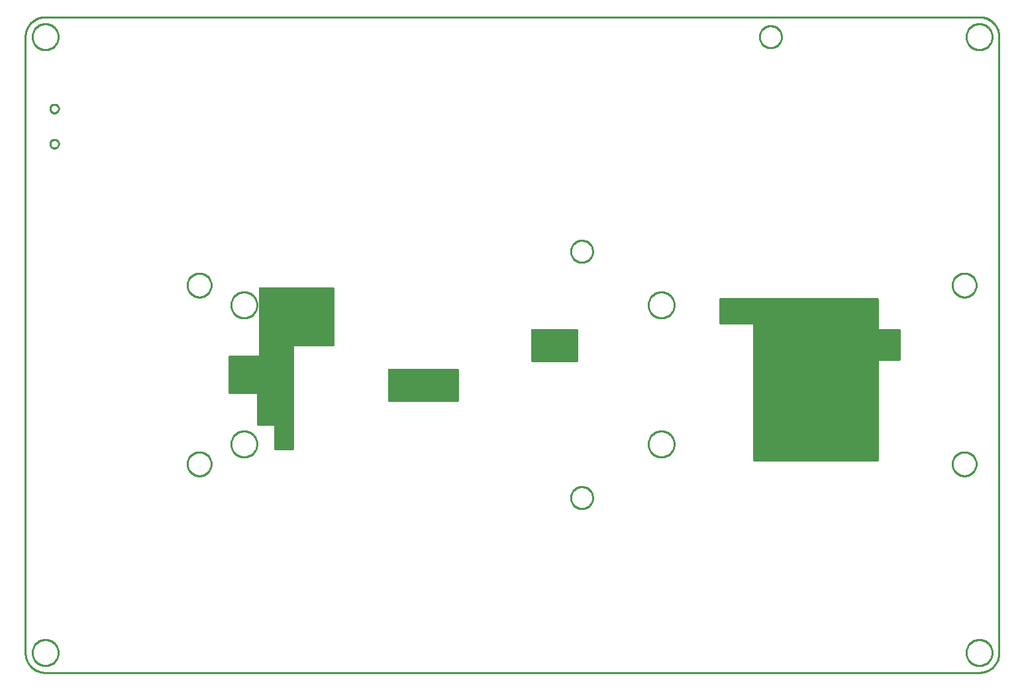
<source format=gko>
G04 EAGLE Gerber RS-274X export*
G75*
%MOMM*%
%FSLAX34Y34*%
%LPD*%
%IN*%
%IPPOS*%
%AMOC8*
5,1,8,0,0,1.08239X$1,22.5*%
G01*
%ADD10C,0.279400*%
%ADD11C,0.254000*%
%ADD12C,0.203200*%
%ADD13C,0.152400*%
%ADD14C,0.000000*%
%ADD15C,0.254000*%

G36*
X1178618Y334273D02*
X1178618Y334273D01*
X1178676Y334271D01*
X1178758Y334293D01*
X1178842Y334305D01*
X1178895Y334329D01*
X1178951Y334343D01*
X1179024Y334386D01*
X1179101Y334421D01*
X1179146Y334459D01*
X1179196Y334489D01*
X1179254Y334550D01*
X1179318Y334605D01*
X1179350Y334653D01*
X1179390Y334696D01*
X1179429Y334771D01*
X1179476Y334841D01*
X1179493Y334897D01*
X1179520Y334949D01*
X1179531Y335017D01*
X1179561Y335112D01*
X1179564Y335212D01*
X1179575Y335280D01*
X1179575Y462535D01*
X1206500Y462535D01*
X1206558Y462543D01*
X1206616Y462541D01*
X1206698Y462563D01*
X1206782Y462575D01*
X1206835Y462599D01*
X1206891Y462613D01*
X1206964Y462656D01*
X1207041Y462691D01*
X1207086Y462729D01*
X1207136Y462759D01*
X1207194Y462820D01*
X1207258Y462875D01*
X1207290Y462923D01*
X1207330Y462966D01*
X1207369Y463041D01*
X1207416Y463111D01*
X1207433Y463167D01*
X1207460Y463219D01*
X1207471Y463287D01*
X1207501Y463382D01*
X1207504Y463482D01*
X1207515Y463550D01*
X1207515Y501650D01*
X1207507Y501708D01*
X1207509Y501766D01*
X1207487Y501848D01*
X1207475Y501932D01*
X1207452Y501985D01*
X1207437Y502041D01*
X1207394Y502114D01*
X1207359Y502191D01*
X1207321Y502236D01*
X1207292Y502286D01*
X1207230Y502344D01*
X1207176Y502408D01*
X1207127Y502440D01*
X1207084Y502480D01*
X1207009Y502519D01*
X1206939Y502566D01*
X1206883Y502583D01*
X1206831Y502610D01*
X1206763Y502621D01*
X1206668Y502651D01*
X1206568Y502654D01*
X1206500Y502665D01*
X1179575Y502665D01*
X1179575Y541020D01*
X1179567Y541078D01*
X1179569Y541136D01*
X1179547Y541218D01*
X1179535Y541302D01*
X1179512Y541355D01*
X1179497Y541411D01*
X1179454Y541484D01*
X1179419Y541561D01*
X1179381Y541606D01*
X1179352Y541656D01*
X1179290Y541714D01*
X1179236Y541778D01*
X1179187Y541810D01*
X1179144Y541850D01*
X1179069Y541889D01*
X1178999Y541936D01*
X1178943Y541953D01*
X1178891Y541980D01*
X1178823Y541991D01*
X1178728Y542021D01*
X1178628Y542024D01*
X1178560Y542035D01*
X976630Y542035D01*
X976572Y542027D01*
X976514Y542029D01*
X976432Y542007D01*
X976349Y541995D01*
X976295Y541972D01*
X976239Y541957D01*
X976166Y541914D01*
X976089Y541879D01*
X976044Y541841D01*
X975994Y541812D01*
X975936Y541750D01*
X975872Y541696D01*
X975840Y541647D01*
X975800Y541604D01*
X975761Y541529D01*
X975715Y541459D01*
X975697Y541403D01*
X975670Y541351D01*
X975659Y541283D01*
X975629Y541188D01*
X975626Y541088D01*
X975615Y541020D01*
X975615Y510540D01*
X975623Y510482D01*
X975621Y510424D01*
X975643Y510342D01*
X975655Y510259D01*
X975679Y510205D01*
X975693Y510149D01*
X975736Y510076D01*
X975771Y509999D01*
X975809Y509954D01*
X975839Y509904D01*
X975900Y509846D01*
X975955Y509782D01*
X976003Y509750D01*
X976046Y509710D01*
X976121Y509671D01*
X976191Y509625D01*
X976247Y509607D01*
X976299Y509580D01*
X976367Y509569D01*
X976462Y509539D01*
X976562Y509536D01*
X976630Y509525D01*
X1018795Y509525D01*
X1018795Y335280D01*
X1018803Y335222D01*
X1018801Y335164D01*
X1018823Y335082D01*
X1018835Y334999D01*
X1018859Y334945D01*
X1018873Y334889D01*
X1018916Y334816D01*
X1018951Y334739D01*
X1018989Y334694D01*
X1019019Y334644D01*
X1019080Y334586D01*
X1019135Y334522D01*
X1019183Y334490D01*
X1019226Y334450D01*
X1019301Y334411D01*
X1019371Y334365D01*
X1019427Y334347D01*
X1019479Y334320D01*
X1019547Y334309D01*
X1019642Y334279D01*
X1019742Y334276D01*
X1019810Y334265D01*
X1178560Y334265D01*
X1178618Y334273D01*
G37*
G36*
X430588Y348243D02*
X430588Y348243D01*
X430646Y348241D01*
X430728Y348263D01*
X430812Y348275D01*
X430865Y348299D01*
X430921Y348313D01*
X430994Y348356D01*
X431071Y348391D01*
X431116Y348429D01*
X431166Y348459D01*
X431224Y348520D01*
X431288Y348575D01*
X431320Y348623D01*
X431360Y348666D01*
X431399Y348741D01*
X431446Y348811D01*
X431463Y348867D01*
X431490Y348919D01*
X431501Y348987D01*
X431531Y349082D01*
X431534Y349182D01*
X431545Y349250D01*
X431545Y481585D01*
X482600Y481585D01*
X482658Y481593D01*
X482716Y481591D01*
X482798Y481613D01*
X482882Y481625D01*
X482935Y481649D01*
X482991Y481663D01*
X483064Y481706D01*
X483141Y481741D01*
X483186Y481779D01*
X483236Y481809D01*
X483294Y481870D01*
X483358Y481925D01*
X483390Y481973D01*
X483430Y482016D01*
X483469Y482091D01*
X483516Y482161D01*
X483533Y482217D01*
X483560Y482269D01*
X483571Y482337D01*
X483601Y482432D01*
X483604Y482532D01*
X483615Y482600D01*
X483615Y554990D01*
X483607Y555048D01*
X483609Y555106D01*
X483587Y555188D01*
X483575Y555272D01*
X483552Y555325D01*
X483537Y555381D01*
X483494Y555454D01*
X483459Y555531D01*
X483421Y555576D01*
X483392Y555626D01*
X483330Y555684D01*
X483276Y555748D01*
X483227Y555780D01*
X483184Y555820D01*
X483109Y555859D01*
X483039Y555906D01*
X482983Y555923D01*
X482931Y555950D01*
X482863Y555961D01*
X482768Y555991D01*
X482668Y555994D01*
X482600Y556005D01*
X388620Y556005D01*
X388562Y555997D01*
X388504Y555999D01*
X388422Y555977D01*
X388339Y555965D01*
X388285Y555942D01*
X388229Y555927D01*
X388156Y555884D01*
X388079Y555849D01*
X388034Y555811D01*
X387984Y555782D01*
X387926Y555720D01*
X387862Y555666D01*
X387830Y555617D01*
X387790Y555574D01*
X387751Y555499D01*
X387705Y555429D01*
X387687Y555373D01*
X387660Y555321D01*
X387649Y555253D01*
X387619Y555158D01*
X387616Y555058D01*
X387605Y554990D01*
X387605Y468375D01*
X349250Y468375D01*
X349192Y468367D01*
X349134Y468369D01*
X349052Y468347D01*
X348969Y468335D01*
X348915Y468312D01*
X348859Y468297D01*
X348786Y468254D01*
X348709Y468219D01*
X348664Y468181D01*
X348614Y468152D01*
X348556Y468090D01*
X348492Y468036D01*
X348460Y467987D01*
X348420Y467944D01*
X348381Y467869D01*
X348335Y467799D01*
X348317Y467743D01*
X348290Y467691D01*
X348279Y467623D01*
X348249Y467528D01*
X348246Y467428D01*
X348235Y467360D01*
X348235Y421640D01*
X348243Y421582D01*
X348241Y421524D01*
X348263Y421442D01*
X348275Y421359D01*
X348299Y421305D01*
X348313Y421249D01*
X348356Y421176D01*
X348391Y421099D01*
X348429Y421054D01*
X348459Y421004D01*
X348520Y420946D01*
X348575Y420882D01*
X348623Y420850D01*
X348666Y420810D01*
X348741Y420771D01*
X348811Y420725D01*
X348867Y420707D01*
X348919Y420680D01*
X348987Y420669D01*
X349082Y420639D01*
X349182Y420636D01*
X349250Y420625D01*
X385065Y420625D01*
X385065Y381000D01*
X385073Y380942D01*
X385071Y380884D01*
X385093Y380802D01*
X385105Y380719D01*
X385129Y380665D01*
X385143Y380609D01*
X385186Y380536D01*
X385221Y380459D01*
X385259Y380414D01*
X385289Y380364D01*
X385350Y380306D01*
X385405Y380242D01*
X385453Y380210D01*
X385496Y380170D01*
X385571Y380131D01*
X385641Y380085D01*
X385697Y380067D01*
X385749Y380040D01*
X385817Y380029D01*
X385912Y379999D01*
X386012Y379996D01*
X386080Y379985D01*
X406655Y379985D01*
X406655Y349250D01*
X406663Y349192D01*
X406661Y349134D01*
X406683Y349052D01*
X406695Y348969D01*
X406719Y348915D01*
X406733Y348859D01*
X406776Y348786D01*
X406811Y348709D01*
X406849Y348664D01*
X406879Y348614D01*
X406940Y348556D01*
X406995Y348492D01*
X407043Y348460D01*
X407086Y348420D01*
X407161Y348381D01*
X407231Y348335D01*
X407287Y348317D01*
X407339Y348290D01*
X407407Y348279D01*
X407502Y348249D01*
X407602Y348246D01*
X407670Y348235D01*
X430530Y348235D01*
X430588Y348243D01*
G37*
G36*
X641408Y410473D02*
X641408Y410473D01*
X641466Y410471D01*
X641548Y410493D01*
X641632Y410505D01*
X641685Y410529D01*
X641741Y410543D01*
X641814Y410586D01*
X641891Y410621D01*
X641936Y410659D01*
X641986Y410689D01*
X642044Y410750D01*
X642108Y410805D01*
X642140Y410853D01*
X642180Y410896D01*
X642219Y410971D01*
X642266Y411041D01*
X642283Y411097D01*
X642310Y411149D01*
X642321Y411217D01*
X642351Y411312D01*
X642354Y411412D01*
X642365Y411480D01*
X642365Y450850D01*
X642357Y450908D01*
X642359Y450966D01*
X642337Y451048D01*
X642325Y451132D01*
X642302Y451185D01*
X642287Y451241D01*
X642244Y451314D01*
X642209Y451391D01*
X642171Y451436D01*
X642142Y451486D01*
X642080Y451544D01*
X642026Y451608D01*
X641977Y451640D01*
X641934Y451680D01*
X641859Y451719D01*
X641789Y451766D01*
X641733Y451783D01*
X641681Y451810D01*
X641613Y451821D01*
X641518Y451851D01*
X641418Y451854D01*
X641350Y451865D01*
X553720Y451865D01*
X553662Y451857D01*
X553604Y451859D01*
X553522Y451837D01*
X553439Y451825D01*
X553385Y451802D01*
X553329Y451787D01*
X553256Y451744D01*
X553179Y451709D01*
X553134Y451671D01*
X553084Y451642D01*
X553026Y451580D01*
X552962Y451526D01*
X552930Y451477D01*
X552890Y451434D01*
X552851Y451359D01*
X552805Y451289D01*
X552787Y451233D01*
X552760Y451181D01*
X552749Y451113D01*
X552719Y451018D01*
X552716Y450918D01*
X552705Y450850D01*
X552705Y411480D01*
X552713Y411422D01*
X552711Y411364D01*
X552733Y411282D01*
X552745Y411199D01*
X552769Y411145D01*
X552783Y411089D01*
X552826Y411016D01*
X552861Y410939D01*
X552899Y410894D01*
X552929Y410844D01*
X552990Y410786D01*
X553045Y410722D01*
X553093Y410690D01*
X553136Y410650D01*
X553211Y410611D01*
X553281Y410565D01*
X553337Y410547D01*
X553389Y410520D01*
X553457Y410509D01*
X553552Y410479D01*
X553652Y410476D01*
X553720Y410465D01*
X641350Y410465D01*
X641408Y410473D01*
G37*
G36*
X793808Y461273D02*
X793808Y461273D01*
X793866Y461271D01*
X793948Y461293D01*
X794032Y461305D01*
X794085Y461329D01*
X794141Y461343D01*
X794214Y461386D01*
X794291Y461421D01*
X794336Y461459D01*
X794386Y461489D01*
X794444Y461550D01*
X794508Y461605D01*
X794540Y461653D01*
X794580Y461696D01*
X794619Y461771D01*
X794666Y461841D01*
X794683Y461897D01*
X794710Y461949D01*
X794721Y462017D01*
X794751Y462112D01*
X794754Y462212D01*
X794765Y462280D01*
X794765Y501650D01*
X794757Y501708D01*
X794759Y501766D01*
X794737Y501848D01*
X794725Y501932D01*
X794702Y501985D01*
X794687Y502041D01*
X794644Y502114D01*
X794609Y502191D01*
X794571Y502236D01*
X794542Y502286D01*
X794480Y502344D01*
X794426Y502408D01*
X794377Y502440D01*
X794334Y502480D01*
X794259Y502519D01*
X794189Y502566D01*
X794133Y502583D01*
X794081Y502610D01*
X794013Y502621D01*
X793918Y502651D01*
X793818Y502654D01*
X793750Y502665D01*
X736600Y502665D01*
X736542Y502657D01*
X736484Y502659D01*
X736402Y502637D01*
X736319Y502625D01*
X736265Y502602D01*
X736209Y502587D01*
X736136Y502544D01*
X736059Y502509D01*
X736014Y502471D01*
X735964Y502442D01*
X735906Y502380D01*
X735842Y502326D01*
X735810Y502277D01*
X735770Y502234D01*
X735731Y502159D01*
X735685Y502089D01*
X735667Y502033D01*
X735640Y501981D01*
X735629Y501913D01*
X735599Y501818D01*
X735596Y501718D01*
X735585Y501650D01*
X735585Y462280D01*
X735593Y462222D01*
X735591Y462164D01*
X735613Y462082D01*
X735625Y461999D01*
X735649Y461945D01*
X735663Y461889D01*
X735706Y461816D01*
X735741Y461739D01*
X735779Y461694D01*
X735809Y461644D01*
X735870Y461586D01*
X735925Y461522D01*
X735973Y461490D01*
X736016Y461450D01*
X736091Y461411D01*
X736161Y461365D01*
X736217Y461347D01*
X736269Y461320D01*
X736337Y461309D01*
X736432Y461279D01*
X736532Y461276D01*
X736600Y461265D01*
X793750Y461265D01*
X793808Y461273D01*
G37*
D10*
X1045904Y387477D02*
X1045904Y402463D01*
X1050067Y402463D01*
X1050195Y402461D01*
X1050323Y402455D01*
X1050451Y402445D01*
X1050579Y402431D01*
X1050706Y402414D01*
X1050832Y402392D01*
X1050958Y402367D01*
X1051082Y402337D01*
X1051206Y402304D01*
X1051329Y402267D01*
X1051451Y402226D01*
X1051571Y402182D01*
X1051690Y402134D01*
X1051807Y402082D01*
X1051923Y402027D01*
X1052036Y401968D01*
X1052149Y401905D01*
X1052259Y401839D01*
X1052366Y401770D01*
X1052472Y401698D01*
X1052576Y401622D01*
X1052677Y401543D01*
X1052776Y401461D01*
X1052872Y401376D01*
X1052965Y401289D01*
X1053056Y401198D01*
X1053143Y401105D01*
X1053228Y401009D01*
X1053310Y400910D01*
X1053389Y400809D01*
X1053465Y400705D01*
X1053537Y400599D01*
X1053606Y400492D01*
X1053672Y400382D01*
X1053735Y400269D01*
X1053794Y400156D01*
X1053849Y400040D01*
X1053901Y399923D01*
X1053949Y399804D01*
X1053993Y399684D01*
X1054034Y399562D01*
X1054071Y399439D01*
X1054104Y399315D01*
X1054134Y399191D01*
X1054159Y399065D01*
X1054181Y398939D01*
X1054198Y398812D01*
X1054212Y398684D01*
X1054222Y398556D01*
X1054228Y398428D01*
X1054230Y398300D01*
X1054228Y398172D01*
X1054222Y398044D01*
X1054212Y397916D01*
X1054198Y397788D01*
X1054181Y397661D01*
X1054159Y397535D01*
X1054134Y397409D01*
X1054104Y397285D01*
X1054071Y397161D01*
X1054034Y397038D01*
X1053993Y396916D01*
X1053949Y396796D01*
X1053901Y396677D01*
X1053849Y396560D01*
X1053794Y396444D01*
X1053735Y396331D01*
X1053672Y396219D01*
X1053606Y396108D01*
X1053537Y396001D01*
X1053465Y395895D01*
X1053389Y395791D01*
X1053310Y395690D01*
X1053228Y395591D01*
X1053143Y395495D01*
X1053056Y395402D01*
X1052965Y395311D01*
X1052872Y395224D01*
X1052776Y395139D01*
X1052677Y395057D01*
X1052576Y394978D01*
X1052472Y394902D01*
X1052366Y394830D01*
X1052259Y394761D01*
X1052149Y394695D01*
X1052036Y394632D01*
X1051923Y394573D01*
X1051807Y394518D01*
X1051690Y394466D01*
X1051571Y394418D01*
X1051451Y394374D01*
X1051329Y394333D01*
X1051206Y394296D01*
X1051082Y394263D01*
X1050958Y394233D01*
X1050832Y394208D01*
X1050706Y394186D01*
X1050579Y394169D01*
X1050451Y394155D01*
X1050323Y394145D01*
X1050195Y394139D01*
X1050067Y394137D01*
X1045904Y394137D01*
X1050899Y394137D02*
X1054229Y387477D01*
X1061187Y390807D02*
X1061187Y394137D01*
X1061188Y394137D02*
X1061190Y394251D01*
X1061196Y394364D01*
X1061205Y394478D01*
X1061219Y394590D01*
X1061236Y394703D01*
X1061258Y394815D01*
X1061283Y394925D01*
X1061311Y395035D01*
X1061344Y395144D01*
X1061380Y395252D01*
X1061420Y395359D01*
X1061464Y395464D01*
X1061511Y395567D01*
X1061561Y395669D01*
X1061615Y395769D01*
X1061673Y395867D01*
X1061734Y395963D01*
X1061797Y396057D01*
X1061865Y396149D01*
X1061935Y396239D01*
X1062008Y396325D01*
X1062084Y396410D01*
X1062163Y396492D01*
X1062245Y396571D01*
X1062330Y396647D01*
X1062416Y396720D01*
X1062506Y396790D01*
X1062598Y396858D01*
X1062692Y396921D01*
X1062788Y396982D01*
X1062886Y397040D01*
X1062986Y397094D01*
X1063088Y397144D01*
X1063191Y397191D01*
X1063296Y397235D01*
X1063403Y397275D01*
X1063511Y397311D01*
X1063620Y397344D01*
X1063730Y397372D01*
X1063840Y397397D01*
X1063952Y397419D01*
X1064065Y397436D01*
X1064177Y397450D01*
X1064291Y397459D01*
X1064404Y397465D01*
X1064518Y397467D01*
X1064632Y397465D01*
X1064745Y397459D01*
X1064859Y397450D01*
X1064971Y397436D01*
X1065084Y397419D01*
X1065196Y397397D01*
X1065306Y397372D01*
X1065416Y397344D01*
X1065525Y397311D01*
X1065633Y397275D01*
X1065740Y397235D01*
X1065845Y397191D01*
X1065948Y397144D01*
X1066050Y397094D01*
X1066150Y397040D01*
X1066248Y396982D01*
X1066344Y396921D01*
X1066438Y396858D01*
X1066530Y396790D01*
X1066620Y396720D01*
X1066706Y396647D01*
X1066791Y396571D01*
X1066873Y396492D01*
X1066952Y396410D01*
X1067028Y396325D01*
X1067101Y396239D01*
X1067171Y396149D01*
X1067239Y396057D01*
X1067302Y395963D01*
X1067363Y395867D01*
X1067421Y395769D01*
X1067475Y395669D01*
X1067525Y395567D01*
X1067572Y395464D01*
X1067616Y395359D01*
X1067656Y395252D01*
X1067692Y395144D01*
X1067725Y395035D01*
X1067753Y394925D01*
X1067778Y394815D01*
X1067800Y394703D01*
X1067817Y394590D01*
X1067831Y394478D01*
X1067840Y394364D01*
X1067846Y394251D01*
X1067848Y394137D01*
X1067848Y390807D01*
X1067846Y390693D01*
X1067840Y390580D01*
X1067831Y390466D01*
X1067817Y390354D01*
X1067800Y390241D01*
X1067778Y390129D01*
X1067753Y390019D01*
X1067725Y389909D01*
X1067692Y389800D01*
X1067656Y389692D01*
X1067616Y389585D01*
X1067572Y389480D01*
X1067525Y389377D01*
X1067475Y389275D01*
X1067421Y389175D01*
X1067363Y389077D01*
X1067302Y388981D01*
X1067239Y388887D01*
X1067171Y388795D01*
X1067101Y388705D01*
X1067028Y388619D01*
X1066952Y388534D01*
X1066873Y388452D01*
X1066791Y388373D01*
X1066706Y388297D01*
X1066620Y388224D01*
X1066530Y388154D01*
X1066438Y388086D01*
X1066344Y388023D01*
X1066248Y387962D01*
X1066150Y387904D01*
X1066050Y387850D01*
X1065948Y387800D01*
X1065845Y387753D01*
X1065740Y387709D01*
X1065633Y387669D01*
X1065525Y387633D01*
X1065416Y387600D01*
X1065306Y387572D01*
X1065196Y387547D01*
X1065084Y387525D01*
X1064971Y387508D01*
X1064859Y387494D01*
X1064745Y387485D01*
X1064632Y387479D01*
X1064518Y387477D01*
X1064404Y387479D01*
X1064291Y387485D01*
X1064177Y387494D01*
X1064065Y387508D01*
X1063952Y387525D01*
X1063840Y387547D01*
X1063730Y387572D01*
X1063620Y387600D01*
X1063511Y387633D01*
X1063403Y387669D01*
X1063296Y387709D01*
X1063191Y387753D01*
X1063088Y387800D01*
X1062986Y387850D01*
X1062886Y387904D01*
X1062788Y387962D01*
X1062692Y388023D01*
X1062598Y388086D01*
X1062506Y388154D01*
X1062416Y388224D01*
X1062330Y388297D01*
X1062245Y388373D01*
X1062163Y388452D01*
X1062084Y388534D01*
X1062008Y388619D01*
X1061935Y388705D01*
X1061865Y388795D01*
X1061797Y388887D01*
X1061734Y388981D01*
X1061673Y389077D01*
X1061615Y389175D01*
X1061561Y389275D01*
X1061511Y389377D01*
X1061464Y389480D01*
X1061420Y389585D01*
X1061380Y389692D01*
X1061344Y389800D01*
X1061311Y389909D01*
X1061283Y390019D01*
X1061258Y390129D01*
X1061236Y390241D01*
X1061219Y390354D01*
X1061205Y390466D01*
X1061196Y390580D01*
X1061190Y390693D01*
X1061188Y390807D01*
X1075256Y389975D02*
X1075256Y397468D01*
X1075255Y389975D02*
X1075257Y389877D01*
X1075263Y389779D01*
X1075272Y389681D01*
X1075286Y389584D01*
X1075303Y389488D01*
X1075324Y389392D01*
X1075349Y389297D01*
X1075377Y389203D01*
X1075409Y389110D01*
X1075445Y389019D01*
X1075484Y388929D01*
X1075527Y388841D01*
X1075574Y388754D01*
X1075623Y388670D01*
X1075676Y388587D01*
X1075732Y388507D01*
X1075791Y388429D01*
X1075854Y388353D01*
X1075919Y388279D01*
X1075987Y388209D01*
X1076057Y388141D01*
X1076131Y388076D01*
X1076207Y388013D01*
X1076285Y387954D01*
X1076365Y387898D01*
X1076448Y387845D01*
X1076532Y387796D01*
X1076619Y387749D01*
X1076707Y387706D01*
X1076797Y387667D01*
X1076888Y387631D01*
X1076981Y387599D01*
X1077075Y387571D01*
X1077170Y387546D01*
X1077266Y387525D01*
X1077362Y387508D01*
X1077459Y387494D01*
X1077557Y387485D01*
X1077655Y387479D01*
X1077753Y387477D01*
X1081916Y387477D01*
X1081916Y397468D01*
X1087897Y397468D02*
X1092892Y397468D01*
X1089562Y402463D02*
X1089562Y389975D01*
X1089564Y389877D01*
X1089570Y389779D01*
X1089579Y389681D01*
X1089593Y389584D01*
X1089610Y389488D01*
X1089631Y389392D01*
X1089656Y389297D01*
X1089684Y389203D01*
X1089716Y389110D01*
X1089752Y389019D01*
X1089791Y388929D01*
X1089834Y388841D01*
X1089881Y388754D01*
X1089930Y388670D01*
X1089983Y388587D01*
X1090039Y388507D01*
X1090098Y388429D01*
X1090161Y388353D01*
X1090226Y388279D01*
X1090294Y388209D01*
X1090364Y388141D01*
X1090438Y388076D01*
X1090514Y388013D01*
X1090592Y387954D01*
X1090672Y387898D01*
X1090755Y387845D01*
X1090839Y387796D01*
X1090926Y387749D01*
X1091014Y387706D01*
X1091104Y387667D01*
X1091195Y387631D01*
X1091288Y387599D01*
X1091382Y387571D01*
X1091477Y387546D01*
X1091573Y387525D01*
X1091669Y387508D01*
X1091766Y387494D01*
X1091864Y387485D01*
X1091962Y387479D01*
X1092060Y387477D01*
X1092892Y387477D01*
X1101721Y387477D02*
X1105884Y387477D01*
X1101721Y387477D02*
X1101623Y387479D01*
X1101525Y387485D01*
X1101427Y387494D01*
X1101330Y387508D01*
X1101234Y387525D01*
X1101138Y387546D01*
X1101043Y387571D01*
X1100949Y387599D01*
X1100856Y387631D01*
X1100765Y387667D01*
X1100675Y387706D01*
X1100587Y387749D01*
X1100500Y387796D01*
X1100416Y387845D01*
X1100333Y387898D01*
X1100253Y387954D01*
X1100175Y388013D01*
X1100099Y388076D01*
X1100025Y388141D01*
X1099955Y388209D01*
X1099887Y388279D01*
X1099822Y388353D01*
X1099759Y388429D01*
X1099700Y388507D01*
X1099644Y388587D01*
X1099591Y388670D01*
X1099542Y388754D01*
X1099495Y388841D01*
X1099452Y388929D01*
X1099413Y389019D01*
X1099377Y389110D01*
X1099345Y389203D01*
X1099317Y389297D01*
X1099292Y389392D01*
X1099271Y389488D01*
X1099254Y389584D01*
X1099240Y389681D01*
X1099231Y389779D01*
X1099225Y389877D01*
X1099223Y389975D01*
X1099223Y394137D01*
X1099224Y394137D02*
X1099226Y394251D01*
X1099232Y394364D01*
X1099241Y394478D01*
X1099255Y394590D01*
X1099272Y394703D01*
X1099294Y394815D01*
X1099319Y394925D01*
X1099347Y395035D01*
X1099380Y395144D01*
X1099416Y395252D01*
X1099456Y395359D01*
X1099500Y395464D01*
X1099547Y395567D01*
X1099597Y395669D01*
X1099651Y395769D01*
X1099709Y395867D01*
X1099770Y395963D01*
X1099833Y396057D01*
X1099901Y396149D01*
X1099971Y396239D01*
X1100044Y396325D01*
X1100120Y396410D01*
X1100199Y396492D01*
X1100281Y396571D01*
X1100366Y396647D01*
X1100452Y396720D01*
X1100542Y396790D01*
X1100634Y396858D01*
X1100728Y396921D01*
X1100824Y396982D01*
X1100922Y397040D01*
X1101022Y397094D01*
X1101124Y397144D01*
X1101227Y397191D01*
X1101332Y397235D01*
X1101439Y397275D01*
X1101547Y397311D01*
X1101656Y397344D01*
X1101766Y397372D01*
X1101876Y397397D01*
X1101988Y397419D01*
X1102101Y397436D01*
X1102213Y397450D01*
X1102327Y397459D01*
X1102440Y397465D01*
X1102554Y397467D01*
X1102668Y397465D01*
X1102781Y397459D01*
X1102895Y397450D01*
X1103007Y397436D01*
X1103120Y397419D01*
X1103232Y397397D01*
X1103342Y397372D01*
X1103452Y397344D01*
X1103561Y397311D01*
X1103669Y397275D01*
X1103776Y397235D01*
X1103881Y397191D01*
X1103984Y397144D01*
X1104086Y397094D01*
X1104186Y397040D01*
X1104284Y396982D01*
X1104380Y396921D01*
X1104474Y396858D01*
X1104566Y396790D01*
X1104656Y396720D01*
X1104742Y396647D01*
X1104827Y396571D01*
X1104909Y396492D01*
X1104988Y396410D01*
X1105064Y396325D01*
X1105137Y396239D01*
X1105207Y396149D01*
X1105275Y396057D01*
X1105338Y395963D01*
X1105399Y395867D01*
X1105457Y395769D01*
X1105511Y395669D01*
X1105561Y395567D01*
X1105608Y395464D01*
X1105652Y395359D01*
X1105692Y395252D01*
X1105728Y395144D01*
X1105761Y395035D01*
X1105789Y394925D01*
X1105814Y394815D01*
X1105836Y394703D01*
X1105853Y394590D01*
X1105867Y394478D01*
X1105876Y394364D01*
X1105882Y394251D01*
X1105884Y394137D01*
X1105884Y392472D01*
X1099223Y392472D01*
X1121317Y391640D02*
X1121317Y398300D01*
X1121316Y398300D02*
X1121318Y398428D01*
X1121324Y398556D01*
X1121334Y398684D01*
X1121348Y398812D01*
X1121365Y398939D01*
X1121387Y399065D01*
X1121412Y399191D01*
X1121442Y399315D01*
X1121475Y399439D01*
X1121512Y399562D01*
X1121553Y399684D01*
X1121597Y399804D01*
X1121645Y399923D01*
X1121697Y400040D01*
X1121752Y400156D01*
X1121811Y400269D01*
X1121874Y400382D01*
X1121940Y400492D01*
X1122009Y400599D01*
X1122081Y400705D01*
X1122157Y400809D01*
X1122236Y400910D01*
X1122318Y401009D01*
X1122403Y401105D01*
X1122490Y401198D01*
X1122581Y401289D01*
X1122674Y401376D01*
X1122770Y401461D01*
X1122869Y401543D01*
X1122970Y401622D01*
X1123074Y401698D01*
X1123180Y401770D01*
X1123287Y401839D01*
X1123398Y401905D01*
X1123510Y401968D01*
X1123623Y402027D01*
X1123739Y402082D01*
X1123856Y402134D01*
X1123975Y402182D01*
X1124095Y402226D01*
X1124217Y402267D01*
X1124340Y402304D01*
X1124464Y402337D01*
X1124588Y402367D01*
X1124714Y402392D01*
X1124840Y402414D01*
X1124967Y402431D01*
X1125095Y402445D01*
X1125223Y402455D01*
X1125351Y402461D01*
X1125479Y402463D01*
X1125607Y402461D01*
X1125735Y402455D01*
X1125863Y402445D01*
X1125991Y402431D01*
X1126118Y402414D01*
X1126244Y402392D01*
X1126370Y402367D01*
X1126494Y402337D01*
X1126618Y402304D01*
X1126741Y402267D01*
X1126863Y402226D01*
X1126983Y402182D01*
X1127102Y402134D01*
X1127219Y402082D01*
X1127335Y402027D01*
X1127448Y401968D01*
X1127561Y401905D01*
X1127671Y401839D01*
X1127778Y401770D01*
X1127884Y401698D01*
X1127988Y401622D01*
X1128089Y401543D01*
X1128188Y401461D01*
X1128284Y401376D01*
X1128377Y401289D01*
X1128468Y401198D01*
X1128555Y401105D01*
X1128640Y401009D01*
X1128722Y400910D01*
X1128801Y400809D01*
X1128877Y400705D01*
X1128949Y400599D01*
X1129018Y400492D01*
X1129084Y400382D01*
X1129147Y400269D01*
X1129206Y400156D01*
X1129261Y400040D01*
X1129313Y399923D01*
X1129361Y399804D01*
X1129405Y399684D01*
X1129446Y399562D01*
X1129483Y399439D01*
X1129516Y399315D01*
X1129546Y399191D01*
X1129571Y399065D01*
X1129593Y398939D01*
X1129610Y398812D01*
X1129624Y398684D01*
X1129634Y398556D01*
X1129640Y398428D01*
X1129642Y398300D01*
X1129642Y391640D01*
X1129640Y391512D01*
X1129634Y391384D01*
X1129624Y391256D01*
X1129610Y391128D01*
X1129593Y391001D01*
X1129571Y390875D01*
X1129546Y390749D01*
X1129516Y390625D01*
X1129483Y390501D01*
X1129446Y390378D01*
X1129405Y390256D01*
X1129361Y390136D01*
X1129313Y390017D01*
X1129261Y389900D01*
X1129206Y389784D01*
X1129147Y389671D01*
X1129084Y389559D01*
X1129018Y389448D01*
X1128949Y389341D01*
X1128877Y389235D01*
X1128801Y389131D01*
X1128722Y389030D01*
X1128640Y388931D01*
X1128555Y388835D01*
X1128468Y388742D01*
X1128377Y388651D01*
X1128284Y388564D01*
X1128188Y388479D01*
X1128089Y388397D01*
X1127988Y388318D01*
X1127884Y388242D01*
X1127778Y388170D01*
X1127671Y388101D01*
X1127561Y388035D01*
X1127448Y387972D01*
X1127335Y387913D01*
X1127219Y387858D01*
X1127102Y387806D01*
X1126983Y387758D01*
X1126863Y387714D01*
X1126741Y387673D01*
X1126618Y387636D01*
X1126494Y387603D01*
X1126370Y387573D01*
X1126244Y387548D01*
X1126118Y387526D01*
X1125991Y387509D01*
X1125863Y387495D01*
X1125735Y387485D01*
X1125607Y387479D01*
X1125479Y387477D01*
X1125351Y387479D01*
X1125223Y387485D01*
X1125095Y387495D01*
X1124967Y387509D01*
X1124840Y387526D01*
X1124714Y387548D01*
X1124588Y387573D01*
X1124464Y387603D01*
X1124340Y387636D01*
X1124217Y387673D01*
X1124095Y387714D01*
X1123975Y387758D01*
X1123856Y387806D01*
X1123739Y387858D01*
X1123623Y387913D01*
X1123510Y387972D01*
X1123398Y388035D01*
X1123287Y388101D01*
X1123180Y388170D01*
X1123074Y388242D01*
X1122970Y388318D01*
X1122869Y388397D01*
X1122770Y388479D01*
X1122674Y388564D01*
X1122581Y388651D01*
X1122490Y388742D01*
X1122403Y388835D01*
X1122318Y388931D01*
X1122236Y389030D01*
X1122157Y389131D01*
X1122081Y389235D01*
X1122009Y389341D01*
X1121940Y389448D01*
X1121874Y389559D01*
X1121811Y389671D01*
X1121752Y389784D01*
X1121697Y389900D01*
X1121645Y390017D01*
X1121597Y390136D01*
X1121553Y390256D01*
X1121512Y390378D01*
X1121475Y390501D01*
X1121442Y390625D01*
X1121412Y390749D01*
X1121387Y390875D01*
X1121365Y391001D01*
X1121348Y391128D01*
X1121334Y391256D01*
X1121324Y391384D01*
X1121318Y391512D01*
X1121316Y391640D01*
X1137259Y389975D02*
X1137259Y397468D01*
X1137259Y389975D02*
X1137261Y389877D01*
X1137267Y389779D01*
X1137276Y389681D01*
X1137290Y389584D01*
X1137307Y389488D01*
X1137328Y389392D01*
X1137353Y389297D01*
X1137381Y389203D01*
X1137413Y389110D01*
X1137449Y389019D01*
X1137488Y388929D01*
X1137531Y388841D01*
X1137578Y388754D01*
X1137627Y388670D01*
X1137680Y388587D01*
X1137736Y388507D01*
X1137795Y388429D01*
X1137858Y388353D01*
X1137923Y388279D01*
X1137991Y388209D01*
X1138061Y388141D01*
X1138135Y388076D01*
X1138211Y388013D01*
X1138289Y387954D01*
X1138369Y387898D01*
X1138452Y387845D01*
X1138536Y387796D01*
X1138623Y387749D01*
X1138711Y387706D01*
X1138801Y387667D01*
X1138892Y387631D01*
X1138985Y387599D01*
X1139079Y387571D01*
X1139174Y387546D01*
X1139270Y387525D01*
X1139366Y387508D01*
X1139463Y387494D01*
X1139561Y387485D01*
X1139659Y387479D01*
X1139757Y387477D01*
X1143920Y387477D01*
X1143920Y397468D01*
X1149901Y397468D02*
X1154896Y397468D01*
X1151566Y402463D02*
X1151566Y389975D01*
X1151565Y389975D02*
X1151567Y389877D01*
X1151573Y389779D01*
X1151582Y389681D01*
X1151596Y389584D01*
X1151613Y389488D01*
X1151634Y389392D01*
X1151659Y389297D01*
X1151687Y389203D01*
X1151719Y389110D01*
X1151755Y389019D01*
X1151794Y388929D01*
X1151837Y388841D01*
X1151884Y388754D01*
X1151933Y388670D01*
X1151986Y388587D01*
X1152042Y388507D01*
X1152101Y388429D01*
X1152164Y388353D01*
X1152229Y388279D01*
X1152297Y388209D01*
X1152367Y388141D01*
X1152441Y388076D01*
X1152517Y388013D01*
X1152595Y387954D01*
X1152675Y387898D01*
X1152758Y387845D01*
X1152842Y387796D01*
X1152929Y387749D01*
X1153017Y387706D01*
X1153107Y387667D01*
X1153198Y387631D01*
X1153291Y387599D01*
X1153385Y387571D01*
X1153480Y387546D01*
X1153576Y387525D01*
X1153672Y387508D01*
X1153769Y387494D01*
X1153867Y387485D01*
X1153965Y387479D01*
X1154063Y387477D01*
X1154896Y387477D01*
D11*
X1308100Y901700D02*
X114300Y901700D01*
X1308100Y901700D02*
X1308714Y901693D01*
X1309327Y901670D01*
X1309940Y901633D01*
X1310551Y901581D01*
X1311162Y901515D01*
X1311770Y901433D01*
X1312376Y901337D01*
X1312980Y901227D01*
X1313581Y901102D01*
X1314179Y900962D01*
X1314773Y900808D01*
X1315363Y900639D01*
X1315949Y900457D01*
X1316530Y900260D01*
X1317107Y900049D01*
X1317678Y899825D01*
X1318244Y899587D01*
X1318804Y899335D01*
X1319357Y899069D01*
X1319904Y898791D01*
X1320444Y898499D01*
X1320977Y898194D01*
X1321502Y897876D01*
X1322020Y897546D01*
X1322529Y897204D01*
X1323030Y896849D01*
X1323522Y896482D01*
X1324005Y896104D01*
X1324479Y895714D01*
X1324943Y895312D01*
X1325398Y894900D01*
X1325842Y894476D01*
X1326276Y894042D01*
X1326700Y893598D01*
X1327112Y893143D01*
X1327514Y892679D01*
X1327904Y892205D01*
X1328282Y891722D01*
X1328649Y891230D01*
X1329004Y890729D01*
X1329346Y890220D01*
X1329676Y889702D01*
X1329994Y889177D01*
X1330299Y888644D01*
X1330591Y888104D01*
X1330869Y887557D01*
X1331135Y887004D01*
X1331387Y886444D01*
X1331625Y885878D01*
X1331849Y885307D01*
X1332060Y884730D01*
X1332257Y884149D01*
X1332439Y883563D01*
X1332608Y882973D01*
X1332762Y882379D01*
X1332902Y881781D01*
X1333027Y881180D01*
X1333137Y880576D01*
X1333233Y879970D01*
X1333315Y879362D01*
X1333381Y878751D01*
X1333433Y878140D01*
X1333470Y877527D01*
X1333493Y876914D01*
X1333500Y876300D01*
X1333500Y88900D01*
X1333493Y88286D01*
X1333470Y87673D01*
X1333433Y87060D01*
X1333381Y86449D01*
X1333315Y85838D01*
X1333233Y85230D01*
X1333137Y84624D01*
X1333027Y84020D01*
X1332902Y83419D01*
X1332762Y82821D01*
X1332608Y82227D01*
X1332439Y81637D01*
X1332257Y81051D01*
X1332060Y80470D01*
X1331849Y79893D01*
X1331625Y79322D01*
X1331387Y78756D01*
X1331135Y78196D01*
X1330869Y77643D01*
X1330591Y77096D01*
X1330299Y76556D01*
X1329994Y76023D01*
X1329676Y75498D01*
X1329346Y74980D01*
X1329004Y74471D01*
X1328649Y73970D01*
X1328282Y73478D01*
X1327904Y72995D01*
X1327514Y72521D01*
X1327112Y72057D01*
X1326700Y71602D01*
X1326276Y71158D01*
X1325842Y70724D01*
X1325398Y70300D01*
X1324943Y69888D01*
X1324479Y69486D01*
X1324005Y69096D01*
X1323522Y68718D01*
X1323030Y68351D01*
X1322529Y67996D01*
X1322020Y67654D01*
X1321502Y67324D01*
X1320977Y67006D01*
X1320444Y66701D01*
X1319904Y66409D01*
X1319357Y66131D01*
X1318804Y65865D01*
X1318244Y65613D01*
X1317678Y65375D01*
X1317107Y65151D01*
X1316530Y64940D01*
X1315949Y64743D01*
X1315363Y64561D01*
X1314773Y64392D01*
X1314179Y64238D01*
X1313581Y64098D01*
X1312980Y63973D01*
X1312376Y63863D01*
X1311770Y63767D01*
X1311162Y63685D01*
X1310551Y63619D01*
X1309940Y63567D01*
X1309327Y63530D01*
X1308714Y63507D01*
X1308100Y63500D01*
X114300Y63500D01*
X113686Y63507D01*
X113073Y63530D01*
X112460Y63567D01*
X111849Y63619D01*
X111238Y63685D01*
X110630Y63767D01*
X110024Y63863D01*
X109420Y63973D01*
X108819Y64098D01*
X108221Y64238D01*
X107627Y64392D01*
X107037Y64561D01*
X106451Y64743D01*
X105870Y64940D01*
X105293Y65151D01*
X104722Y65375D01*
X104156Y65613D01*
X103596Y65865D01*
X103043Y66131D01*
X102496Y66409D01*
X101956Y66701D01*
X101423Y67006D01*
X100898Y67324D01*
X100380Y67654D01*
X99871Y67996D01*
X99370Y68351D01*
X98878Y68718D01*
X98395Y69096D01*
X97921Y69486D01*
X97457Y69888D01*
X97002Y70300D01*
X96558Y70724D01*
X96124Y71158D01*
X95700Y71602D01*
X95288Y72057D01*
X94886Y72521D01*
X94496Y72995D01*
X94118Y73478D01*
X93751Y73970D01*
X93396Y74471D01*
X93054Y74980D01*
X92724Y75498D01*
X92406Y76023D01*
X92101Y76556D01*
X91809Y77096D01*
X91531Y77643D01*
X91265Y78196D01*
X91013Y78756D01*
X90775Y79322D01*
X90551Y79893D01*
X90340Y80470D01*
X90143Y81051D01*
X89961Y81637D01*
X89792Y82227D01*
X89638Y82821D01*
X89498Y83419D01*
X89373Y84020D01*
X89263Y84624D01*
X89167Y85230D01*
X89085Y85838D01*
X89019Y86449D01*
X88967Y87060D01*
X88930Y87673D01*
X88907Y88286D01*
X88900Y88900D01*
X88900Y876300D01*
X88907Y876914D01*
X88930Y877527D01*
X88967Y878140D01*
X89019Y878751D01*
X89085Y879362D01*
X89167Y879970D01*
X89263Y880576D01*
X89373Y881180D01*
X89498Y881781D01*
X89638Y882379D01*
X89792Y882973D01*
X89961Y883563D01*
X90143Y884149D01*
X90340Y884730D01*
X90551Y885307D01*
X90775Y885878D01*
X91013Y886444D01*
X91265Y887004D01*
X91531Y887557D01*
X91809Y888104D01*
X92101Y888644D01*
X92406Y889177D01*
X92724Y889702D01*
X93054Y890220D01*
X93396Y890729D01*
X93751Y891230D01*
X94118Y891722D01*
X94496Y892205D01*
X94886Y892679D01*
X95288Y893143D01*
X95700Y893598D01*
X96124Y894042D01*
X96558Y894476D01*
X97002Y894900D01*
X97457Y895312D01*
X97921Y895714D01*
X98395Y896104D01*
X98878Y896482D01*
X99370Y896849D01*
X99871Y897204D01*
X100380Y897546D01*
X100898Y897876D01*
X101423Y898194D01*
X101956Y898499D01*
X102496Y898791D01*
X103043Y899069D01*
X103596Y899335D01*
X104156Y899587D01*
X104722Y899825D01*
X105293Y900049D01*
X105870Y900260D01*
X106451Y900457D01*
X107037Y900639D01*
X107627Y900808D01*
X108221Y900962D01*
X108819Y901102D01*
X109420Y901227D01*
X110024Y901337D01*
X110630Y901433D01*
X111238Y901515D01*
X111849Y901581D01*
X112460Y901633D01*
X113073Y901670D01*
X113686Y901693D01*
X114300Y901700D01*
D12*
X407670Y349250D02*
X430530Y349250D01*
X407670Y349250D02*
X407670Y381000D01*
X553720Y450850D02*
X641350Y450850D01*
X641350Y411480D01*
X553720Y411480D01*
X553720Y450850D01*
X736600Y501650D02*
X793750Y501650D01*
X793750Y462280D01*
X736600Y462280D01*
X736600Y501650D01*
X976630Y541020D02*
X1178560Y541020D01*
X1178560Y501650D01*
X1206500Y501650D01*
X1178560Y463550D02*
X1178560Y335280D01*
X1019810Y335280D01*
X1019810Y510540D01*
X976630Y510540D01*
X976630Y541020D01*
X388620Y467360D02*
X349250Y467360D01*
X388620Y467360D02*
X388620Y554990D01*
X482600Y554990D01*
X482600Y482600D01*
X430530Y482600D01*
X430530Y349250D01*
X349250Y421640D02*
X349250Y467360D01*
X349250Y421640D02*
X386080Y421640D01*
X386080Y381000D01*
X407670Y381000D01*
X1178560Y463550D02*
X1206500Y463550D01*
X1206500Y501650D01*
D10*
X412623Y410904D02*
X397637Y410904D01*
X397637Y415067D01*
X397639Y415195D01*
X397645Y415323D01*
X397655Y415451D01*
X397669Y415579D01*
X397686Y415706D01*
X397708Y415832D01*
X397733Y415958D01*
X397763Y416082D01*
X397796Y416206D01*
X397833Y416329D01*
X397874Y416451D01*
X397918Y416571D01*
X397966Y416690D01*
X398018Y416807D01*
X398073Y416923D01*
X398132Y417036D01*
X398195Y417149D01*
X398261Y417259D01*
X398330Y417366D01*
X398402Y417472D01*
X398478Y417576D01*
X398557Y417677D01*
X398639Y417776D01*
X398724Y417872D01*
X398811Y417965D01*
X398902Y418056D01*
X398995Y418143D01*
X399091Y418228D01*
X399190Y418310D01*
X399291Y418389D01*
X399395Y418465D01*
X399501Y418537D01*
X399608Y418606D01*
X399719Y418672D01*
X399831Y418735D01*
X399944Y418794D01*
X400060Y418849D01*
X400177Y418901D01*
X400296Y418949D01*
X400416Y418993D01*
X400538Y419034D01*
X400661Y419071D01*
X400785Y419104D01*
X400909Y419134D01*
X401035Y419159D01*
X401161Y419181D01*
X401288Y419198D01*
X401416Y419212D01*
X401544Y419222D01*
X401672Y419228D01*
X401800Y419230D01*
X401928Y419228D01*
X402056Y419222D01*
X402184Y419212D01*
X402312Y419198D01*
X402439Y419181D01*
X402565Y419159D01*
X402691Y419134D01*
X402815Y419104D01*
X402939Y419071D01*
X403062Y419034D01*
X403184Y418993D01*
X403304Y418949D01*
X403423Y418901D01*
X403540Y418849D01*
X403656Y418794D01*
X403769Y418735D01*
X403882Y418672D01*
X403992Y418606D01*
X404099Y418537D01*
X404205Y418465D01*
X404309Y418389D01*
X404410Y418310D01*
X404509Y418228D01*
X404605Y418143D01*
X404698Y418056D01*
X404789Y417965D01*
X404876Y417872D01*
X404961Y417776D01*
X405043Y417677D01*
X405122Y417576D01*
X405198Y417472D01*
X405270Y417366D01*
X405339Y417259D01*
X405405Y417149D01*
X405468Y417036D01*
X405527Y416923D01*
X405582Y416807D01*
X405634Y416690D01*
X405682Y416571D01*
X405726Y416451D01*
X405767Y416329D01*
X405804Y416206D01*
X405837Y416082D01*
X405867Y415958D01*
X405892Y415832D01*
X405914Y415706D01*
X405931Y415579D01*
X405945Y415451D01*
X405955Y415323D01*
X405961Y415195D01*
X405963Y415067D01*
X405963Y410904D01*
X405963Y415899D02*
X412623Y419229D01*
X409293Y426187D02*
X405963Y426187D01*
X405963Y426188D02*
X405849Y426190D01*
X405736Y426196D01*
X405622Y426205D01*
X405510Y426219D01*
X405397Y426236D01*
X405285Y426258D01*
X405175Y426283D01*
X405065Y426311D01*
X404956Y426344D01*
X404848Y426380D01*
X404741Y426420D01*
X404636Y426464D01*
X404533Y426511D01*
X404431Y426561D01*
X404331Y426615D01*
X404233Y426673D01*
X404137Y426734D01*
X404043Y426797D01*
X403951Y426865D01*
X403861Y426935D01*
X403775Y427008D01*
X403690Y427084D01*
X403608Y427163D01*
X403529Y427245D01*
X403453Y427330D01*
X403380Y427416D01*
X403310Y427506D01*
X403242Y427598D01*
X403179Y427692D01*
X403118Y427788D01*
X403060Y427886D01*
X403006Y427986D01*
X402956Y428088D01*
X402909Y428191D01*
X402865Y428296D01*
X402825Y428403D01*
X402789Y428511D01*
X402756Y428620D01*
X402728Y428730D01*
X402703Y428840D01*
X402681Y428952D01*
X402664Y429065D01*
X402650Y429177D01*
X402641Y429291D01*
X402635Y429404D01*
X402633Y429518D01*
X402635Y429632D01*
X402641Y429745D01*
X402650Y429859D01*
X402664Y429971D01*
X402681Y430084D01*
X402703Y430196D01*
X402728Y430306D01*
X402756Y430416D01*
X402789Y430525D01*
X402825Y430633D01*
X402865Y430740D01*
X402909Y430845D01*
X402956Y430948D01*
X403006Y431050D01*
X403060Y431150D01*
X403118Y431248D01*
X403179Y431344D01*
X403242Y431438D01*
X403310Y431530D01*
X403380Y431620D01*
X403453Y431706D01*
X403529Y431791D01*
X403608Y431873D01*
X403690Y431952D01*
X403775Y432028D01*
X403861Y432101D01*
X403951Y432171D01*
X404043Y432239D01*
X404137Y432302D01*
X404233Y432363D01*
X404331Y432421D01*
X404431Y432475D01*
X404533Y432525D01*
X404636Y432572D01*
X404741Y432616D01*
X404848Y432656D01*
X404956Y432692D01*
X405065Y432725D01*
X405175Y432753D01*
X405285Y432778D01*
X405397Y432800D01*
X405510Y432817D01*
X405622Y432831D01*
X405736Y432840D01*
X405849Y432846D01*
X405963Y432848D01*
X409293Y432848D01*
X409407Y432846D01*
X409520Y432840D01*
X409634Y432831D01*
X409746Y432817D01*
X409859Y432800D01*
X409971Y432778D01*
X410081Y432753D01*
X410191Y432725D01*
X410300Y432692D01*
X410408Y432656D01*
X410515Y432616D01*
X410620Y432572D01*
X410723Y432525D01*
X410825Y432475D01*
X410925Y432421D01*
X411023Y432363D01*
X411119Y432302D01*
X411213Y432239D01*
X411305Y432171D01*
X411395Y432101D01*
X411481Y432028D01*
X411566Y431952D01*
X411648Y431873D01*
X411727Y431791D01*
X411803Y431706D01*
X411876Y431620D01*
X411946Y431530D01*
X412014Y431438D01*
X412077Y431344D01*
X412138Y431248D01*
X412196Y431150D01*
X412250Y431050D01*
X412300Y430948D01*
X412347Y430845D01*
X412391Y430740D01*
X412431Y430633D01*
X412467Y430525D01*
X412500Y430416D01*
X412528Y430306D01*
X412553Y430196D01*
X412575Y430084D01*
X412592Y429971D01*
X412606Y429859D01*
X412615Y429745D01*
X412621Y429632D01*
X412623Y429518D01*
X412621Y429404D01*
X412615Y429291D01*
X412606Y429177D01*
X412592Y429065D01*
X412575Y428952D01*
X412553Y428840D01*
X412528Y428730D01*
X412500Y428620D01*
X412467Y428511D01*
X412431Y428403D01*
X412391Y428296D01*
X412347Y428191D01*
X412300Y428088D01*
X412250Y427986D01*
X412196Y427886D01*
X412138Y427788D01*
X412077Y427692D01*
X412014Y427598D01*
X411946Y427506D01*
X411876Y427416D01*
X411803Y427330D01*
X411727Y427245D01*
X411648Y427163D01*
X411566Y427084D01*
X411481Y427008D01*
X411395Y426935D01*
X411305Y426865D01*
X411213Y426797D01*
X411119Y426734D01*
X411023Y426673D01*
X410925Y426615D01*
X410825Y426561D01*
X410723Y426511D01*
X410620Y426464D01*
X410515Y426420D01*
X410408Y426380D01*
X410300Y426344D01*
X410191Y426311D01*
X410081Y426283D01*
X409971Y426258D01*
X409859Y426236D01*
X409746Y426219D01*
X409634Y426205D01*
X409520Y426196D01*
X409407Y426190D01*
X409293Y426188D01*
X410125Y440256D02*
X402632Y440256D01*
X410125Y440255D02*
X410223Y440257D01*
X410321Y440263D01*
X410419Y440272D01*
X410516Y440286D01*
X410612Y440303D01*
X410708Y440324D01*
X410803Y440349D01*
X410897Y440377D01*
X410990Y440409D01*
X411081Y440445D01*
X411171Y440484D01*
X411259Y440527D01*
X411346Y440574D01*
X411430Y440623D01*
X411513Y440676D01*
X411593Y440732D01*
X411672Y440791D01*
X411747Y440854D01*
X411821Y440919D01*
X411891Y440987D01*
X411959Y441057D01*
X412025Y441131D01*
X412087Y441207D01*
X412146Y441285D01*
X412202Y441365D01*
X412255Y441448D01*
X412305Y441532D01*
X412351Y441619D01*
X412394Y441707D01*
X412433Y441797D01*
X412469Y441888D01*
X412501Y441981D01*
X412529Y442075D01*
X412554Y442170D01*
X412575Y442266D01*
X412592Y442362D01*
X412606Y442459D01*
X412615Y442557D01*
X412621Y442655D01*
X412623Y442753D01*
X412623Y446916D01*
X402632Y446916D01*
X402632Y452897D02*
X402632Y457892D01*
X397637Y454562D02*
X410125Y454562D01*
X410223Y454564D01*
X410321Y454570D01*
X410419Y454579D01*
X410516Y454593D01*
X410612Y454610D01*
X410708Y454631D01*
X410803Y454656D01*
X410897Y454684D01*
X410990Y454716D01*
X411081Y454752D01*
X411171Y454791D01*
X411259Y454834D01*
X411346Y454881D01*
X411430Y454930D01*
X411513Y454983D01*
X411593Y455039D01*
X411672Y455098D01*
X411747Y455161D01*
X411821Y455226D01*
X411891Y455294D01*
X411959Y455364D01*
X412025Y455438D01*
X412087Y455514D01*
X412146Y455592D01*
X412202Y455672D01*
X412255Y455755D01*
X412305Y455839D01*
X412351Y455926D01*
X412394Y456014D01*
X412433Y456104D01*
X412469Y456195D01*
X412501Y456288D01*
X412529Y456382D01*
X412554Y456477D01*
X412575Y456573D01*
X412592Y456669D01*
X412606Y456766D01*
X412615Y456864D01*
X412621Y456962D01*
X412623Y457060D01*
X412623Y457892D01*
X412623Y466721D02*
X412623Y470884D01*
X412623Y466721D02*
X412621Y466623D01*
X412615Y466525D01*
X412606Y466427D01*
X412592Y466330D01*
X412575Y466234D01*
X412554Y466138D01*
X412529Y466043D01*
X412501Y465949D01*
X412469Y465856D01*
X412433Y465765D01*
X412394Y465675D01*
X412351Y465587D01*
X412304Y465500D01*
X412255Y465416D01*
X412202Y465333D01*
X412146Y465253D01*
X412087Y465175D01*
X412025Y465099D01*
X411959Y465025D01*
X411891Y464955D01*
X411821Y464887D01*
X411747Y464822D01*
X411672Y464759D01*
X411593Y464700D01*
X411513Y464644D01*
X411430Y464591D01*
X411346Y464542D01*
X411259Y464495D01*
X411171Y464452D01*
X411081Y464413D01*
X410990Y464377D01*
X410897Y464345D01*
X410803Y464317D01*
X410708Y464292D01*
X410612Y464271D01*
X410516Y464254D01*
X410419Y464240D01*
X410321Y464231D01*
X410223Y464225D01*
X410125Y464223D01*
X405963Y464223D01*
X405963Y464224D02*
X405849Y464226D01*
X405736Y464232D01*
X405622Y464241D01*
X405510Y464255D01*
X405397Y464272D01*
X405285Y464294D01*
X405175Y464319D01*
X405065Y464347D01*
X404956Y464380D01*
X404848Y464416D01*
X404741Y464456D01*
X404636Y464500D01*
X404533Y464547D01*
X404431Y464597D01*
X404331Y464651D01*
X404233Y464709D01*
X404137Y464770D01*
X404043Y464833D01*
X403951Y464901D01*
X403861Y464971D01*
X403775Y465044D01*
X403690Y465120D01*
X403608Y465199D01*
X403529Y465281D01*
X403453Y465366D01*
X403380Y465452D01*
X403310Y465542D01*
X403242Y465634D01*
X403179Y465728D01*
X403118Y465824D01*
X403060Y465922D01*
X403006Y466022D01*
X402956Y466124D01*
X402909Y466227D01*
X402865Y466332D01*
X402825Y466439D01*
X402789Y466547D01*
X402756Y466656D01*
X402728Y466766D01*
X402703Y466876D01*
X402681Y466988D01*
X402664Y467101D01*
X402650Y467213D01*
X402641Y467327D01*
X402635Y467440D01*
X402633Y467554D01*
X402635Y467668D01*
X402641Y467781D01*
X402650Y467895D01*
X402664Y468007D01*
X402681Y468120D01*
X402703Y468232D01*
X402728Y468342D01*
X402756Y468452D01*
X402789Y468561D01*
X402825Y468669D01*
X402865Y468776D01*
X402909Y468881D01*
X402956Y468984D01*
X403006Y469086D01*
X403060Y469186D01*
X403118Y469284D01*
X403179Y469380D01*
X403242Y469474D01*
X403310Y469566D01*
X403380Y469656D01*
X403453Y469742D01*
X403529Y469827D01*
X403608Y469909D01*
X403690Y469988D01*
X403775Y470064D01*
X403861Y470137D01*
X403951Y470207D01*
X404043Y470275D01*
X404137Y470338D01*
X404233Y470399D01*
X404331Y470457D01*
X404431Y470511D01*
X404533Y470561D01*
X404636Y470608D01*
X404741Y470652D01*
X404848Y470692D01*
X404956Y470728D01*
X405065Y470761D01*
X405175Y470789D01*
X405285Y470814D01*
X405397Y470836D01*
X405510Y470853D01*
X405622Y470867D01*
X405736Y470876D01*
X405849Y470882D01*
X405963Y470884D01*
X407628Y470884D01*
X407628Y464223D01*
X408460Y486317D02*
X401800Y486317D01*
X401800Y486316D02*
X401672Y486318D01*
X401544Y486324D01*
X401416Y486334D01*
X401288Y486348D01*
X401161Y486365D01*
X401035Y486387D01*
X400909Y486412D01*
X400785Y486442D01*
X400661Y486475D01*
X400538Y486512D01*
X400416Y486553D01*
X400296Y486597D01*
X400177Y486645D01*
X400060Y486697D01*
X399944Y486752D01*
X399831Y486811D01*
X399719Y486874D01*
X399608Y486940D01*
X399501Y487009D01*
X399395Y487081D01*
X399291Y487157D01*
X399190Y487236D01*
X399091Y487318D01*
X398995Y487403D01*
X398902Y487490D01*
X398811Y487581D01*
X398724Y487674D01*
X398639Y487770D01*
X398557Y487869D01*
X398478Y487970D01*
X398402Y488074D01*
X398330Y488180D01*
X398261Y488287D01*
X398195Y488398D01*
X398132Y488510D01*
X398073Y488623D01*
X398018Y488739D01*
X397966Y488856D01*
X397918Y488975D01*
X397874Y489095D01*
X397833Y489217D01*
X397796Y489340D01*
X397763Y489464D01*
X397733Y489588D01*
X397708Y489714D01*
X397686Y489840D01*
X397669Y489967D01*
X397655Y490095D01*
X397645Y490223D01*
X397639Y490351D01*
X397637Y490479D01*
X397639Y490607D01*
X397645Y490735D01*
X397655Y490863D01*
X397669Y490991D01*
X397686Y491118D01*
X397708Y491244D01*
X397733Y491370D01*
X397763Y491494D01*
X397796Y491618D01*
X397833Y491741D01*
X397874Y491863D01*
X397918Y491983D01*
X397966Y492102D01*
X398018Y492219D01*
X398073Y492335D01*
X398132Y492448D01*
X398195Y492561D01*
X398261Y492671D01*
X398330Y492778D01*
X398402Y492884D01*
X398478Y492988D01*
X398557Y493089D01*
X398639Y493188D01*
X398724Y493284D01*
X398811Y493377D01*
X398902Y493468D01*
X398995Y493555D01*
X399091Y493640D01*
X399190Y493722D01*
X399291Y493801D01*
X399395Y493877D01*
X399501Y493949D01*
X399608Y494018D01*
X399719Y494084D01*
X399831Y494147D01*
X399944Y494206D01*
X400060Y494261D01*
X400177Y494313D01*
X400296Y494361D01*
X400416Y494405D01*
X400538Y494446D01*
X400661Y494483D01*
X400785Y494516D01*
X400909Y494546D01*
X401035Y494571D01*
X401161Y494593D01*
X401288Y494610D01*
X401416Y494624D01*
X401544Y494634D01*
X401672Y494640D01*
X401800Y494642D01*
X408460Y494642D01*
X408588Y494640D01*
X408716Y494634D01*
X408844Y494624D01*
X408972Y494610D01*
X409099Y494593D01*
X409225Y494571D01*
X409351Y494546D01*
X409475Y494516D01*
X409599Y494483D01*
X409722Y494446D01*
X409844Y494405D01*
X409964Y494361D01*
X410083Y494313D01*
X410200Y494261D01*
X410316Y494206D01*
X410429Y494147D01*
X410542Y494084D01*
X410652Y494018D01*
X410759Y493949D01*
X410865Y493877D01*
X410969Y493801D01*
X411070Y493722D01*
X411169Y493640D01*
X411265Y493555D01*
X411358Y493468D01*
X411449Y493377D01*
X411536Y493284D01*
X411621Y493188D01*
X411703Y493089D01*
X411782Y492988D01*
X411858Y492884D01*
X411930Y492778D01*
X411999Y492671D01*
X412065Y492561D01*
X412128Y492448D01*
X412187Y492335D01*
X412242Y492219D01*
X412294Y492102D01*
X412342Y491983D01*
X412386Y491863D01*
X412427Y491741D01*
X412464Y491618D01*
X412497Y491494D01*
X412527Y491370D01*
X412552Y491244D01*
X412574Y491118D01*
X412591Y490991D01*
X412605Y490863D01*
X412615Y490735D01*
X412621Y490607D01*
X412623Y490479D01*
X412621Y490351D01*
X412615Y490223D01*
X412605Y490095D01*
X412591Y489967D01*
X412574Y489840D01*
X412552Y489714D01*
X412527Y489588D01*
X412497Y489464D01*
X412464Y489340D01*
X412427Y489217D01*
X412386Y489095D01*
X412342Y488975D01*
X412294Y488856D01*
X412242Y488739D01*
X412187Y488623D01*
X412128Y488510D01*
X412065Y488398D01*
X411999Y488287D01*
X411930Y488180D01*
X411858Y488074D01*
X411782Y487970D01*
X411703Y487869D01*
X411621Y487770D01*
X411536Y487674D01*
X411449Y487581D01*
X411358Y487490D01*
X411265Y487403D01*
X411169Y487318D01*
X411070Y487236D01*
X410969Y487157D01*
X410865Y487081D01*
X410759Y487009D01*
X410652Y486940D01*
X410542Y486874D01*
X410429Y486811D01*
X410316Y486752D01*
X410200Y486697D01*
X410083Y486645D01*
X409964Y486597D01*
X409844Y486553D01*
X409722Y486512D01*
X409599Y486475D01*
X409475Y486442D01*
X409351Y486412D01*
X409225Y486387D01*
X409099Y486365D01*
X408972Y486348D01*
X408844Y486334D01*
X408716Y486324D01*
X408588Y486318D01*
X408460Y486316D01*
X410125Y502259D02*
X402632Y502259D01*
X410125Y502259D02*
X410223Y502261D01*
X410321Y502267D01*
X410419Y502276D01*
X410516Y502290D01*
X410612Y502307D01*
X410708Y502328D01*
X410803Y502353D01*
X410897Y502381D01*
X410990Y502413D01*
X411081Y502449D01*
X411171Y502488D01*
X411259Y502531D01*
X411346Y502578D01*
X411430Y502627D01*
X411513Y502680D01*
X411593Y502736D01*
X411672Y502795D01*
X411747Y502858D01*
X411821Y502923D01*
X411891Y502991D01*
X411959Y503061D01*
X412025Y503135D01*
X412087Y503211D01*
X412146Y503289D01*
X412202Y503369D01*
X412255Y503452D01*
X412305Y503536D01*
X412351Y503623D01*
X412394Y503711D01*
X412433Y503801D01*
X412469Y503892D01*
X412501Y503985D01*
X412529Y504079D01*
X412554Y504174D01*
X412575Y504270D01*
X412592Y504366D01*
X412606Y504463D01*
X412615Y504561D01*
X412621Y504659D01*
X412623Y504757D01*
X412623Y508920D01*
X402632Y508920D01*
X402632Y514901D02*
X402632Y519896D01*
X397637Y516566D02*
X410125Y516566D01*
X410125Y516565D02*
X410223Y516567D01*
X410321Y516573D01*
X410419Y516582D01*
X410516Y516596D01*
X410612Y516613D01*
X410708Y516634D01*
X410803Y516659D01*
X410897Y516687D01*
X410990Y516719D01*
X411081Y516755D01*
X411171Y516794D01*
X411259Y516837D01*
X411346Y516884D01*
X411430Y516933D01*
X411513Y516986D01*
X411593Y517042D01*
X411672Y517101D01*
X411747Y517164D01*
X411821Y517229D01*
X411891Y517297D01*
X411959Y517367D01*
X412025Y517441D01*
X412087Y517517D01*
X412146Y517595D01*
X412202Y517675D01*
X412255Y517758D01*
X412305Y517842D01*
X412351Y517929D01*
X412394Y518017D01*
X412433Y518107D01*
X412469Y518198D01*
X412501Y518291D01*
X412529Y518385D01*
X412554Y518480D01*
X412575Y518576D01*
X412592Y518672D01*
X412606Y518769D01*
X412615Y518867D01*
X412621Y518965D01*
X412623Y519063D01*
X412623Y519896D01*
D13*
X569554Y434848D02*
X569554Y426212D01*
X569554Y434848D02*
X571953Y434848D01*
X572050Y434846D01*
X572146Y434840D01*
X572242Y434831D01*
X572338Y434817D01*
X572433Y434800D01*
X572527Y434778D01*
X572620Y434753D01*
X572713Y434725D01*
X572804Y434692D01*
X572893Y434656D01*
X572981Y434616D01*
X573068Y434573D01*
X573153Y434527D01*
X573235Y434477D01*
X573316Y434423D01*
X573394Y434367D01*
X573470Y434307D01*
X573544Y434245D01*
X573615Y434179D01*
X573683Y434111D01*
X573749Y434040D01*
X573811Y433966D01*
X573871Y433890D01*
X573927Y433812D01*
X573981Y433731D01*
X574031Y433649D01*
X574077Y433564D01*
X574120Y433477D01*
X574160Y433389D01*
X574196Y433300D01*
X574229Y433209D01*
X574257Y433116D01*
X574282Y433023D01*
X574304Y432929D01*
X574321Y432834D01*
X574335Y432738D01*
X574344Y432642D01*
X574350Y432546D01*
X574352Y432449D01*
X574350Y432352D01*
X574344Y432256D01*
X574335Y432160D01*
X574321Y432064D01*
X574304Y431969D01*
X574282Y431875D01*
X574257Y431782D01*
X574229Y431689D01*
X574196Y431598D01*
X574160Y431509D01*
X574120Y431421D01*
X574077Y431334D01*
X574031Y431250D01*
X573981Y431167D01*
X573927Y431086D01*
X573871Y431008D01*
X573811Y430932D01*
X573749Y430858D01*
X573683Y430787D01*
X573615Y430719D01*
X573544Y430653D01*
X573470Y430591D01*
X573394Y430531D01*
X573316Y430475D01*
X573235Y430421D01*
X573153Y430371D01*
X573068Y430325D01*
X572981Y430282D01*
X572893Y430242D01*
X572804Y430206D01*
X572713Y430173D01*
X572620Y430145D01*
X572527Y430120D01*
X572433Y430098D01*
X572338Y430081D01*
X572242Y430067D01*
X572146Y430058D01*
X572050Y430052D01*
X571953Y430050D01*
X569554Y430050D01*
X572432Y430050D02*
X574352Y426212D01*
X578483Y428131D02*
X578483Y430050D01*
X578485Y430136D01*
X578491Y430222D01*
X578500Y430308D01*
X578514Y430393D01*
X578531Y430477D01*
X578552Y430561D01*
X578577Y430643D01*
X578605Y430724D01*
X578637Y430804D01*
X578673Y430883D01*
X578712Y430959D01*
X578755Y431034D01*
X578800Y431107D01*
X578849Y431178D01*
X578902Y431246D01*
X578957Y431313D01*
X579015Y431376D01*
X579076Y431437D01*
X579139Y431495D01*
X579206Y431550D01*
X579274Y431603D01*
X579345Y431652D01*
X579418Y431697D01*
X579493Y431740D01*
X579569Y431779D01*
X579648Y431815D01*
X579728Y431847D01*
X579809Y431875D01*
X579891Y431900D01*
X579975Y431921D01*
X580059Y431938D01*
X580144Y431952D01*
X580230Y431961D01*
X580316Y431967D01*
X580402Y431969D01*
X580488Y431967D01*
X580574Y431961D01*
X580660Y431952D01*
X580745Y431938D01*
X580829Y431921D01*
X580913Y431900D01*
X580995Y431875D01*
X581076Y431847D01*
X581156Y431815D01*
X581235Y431779D01*
X581311Y431740D01*
X581386Y431697D01*
X581459Y431652D01*
X581530Y431603D01*
X581598Y431550D01*
X581665Y431495D01*
X581728Y431437D01*
X581789Y431376D01*
X581847Y431313D01*
X581902Y431246D01*
X581955Y431178D01*
X582004Y431107D01*
X582049Y431034D01*
X582092Y430959D01*
X582131Y430883D01*
X582167Y430804D01*
X582199Y430724D01*
X582227Y430643D01*
X582252Y430561D01*
X582273Y430477D01*
X582290Y430393D01*
X582304Y430308D01*
X582313Y430222D01*
X582319Y430136D01*
X582321Y430050D01*
X582321Y428131D01*
X582319Y428045D01*
X582313Y427959D01*
X582304Y427873D01*
X582290Y427788D01*
X582273Y427704D01*
X582252Y427620D01*
X582227Y427538D01*
X582199Y427457D01*
X582167Y427377D01*
X582131Y427298D01*
X582092Y427222D01*
X582049Y427147D01*
X582004Y427074D01*
X581955Y427003D01*
X581902Y426935D01*
X581847Y426868D01*
X581789Y426805D01*
X581728Y426744D01*
X581665Y426686D01*
X581598Y426631D01*
X581530Y426578D01*
X581459Y426529D01*
X581386Y426484D01*
X581311Y426441D01*
X581235Y426402D01*
X581156Y426366D01*
X581076Y426334D01*
X580995Y426306D01*
X580913Y426281D01*
X580829Y426260D01*
X580745Y426243D01*
X580660Y426229D01*
X580574Y426220D01*
X580488Y426214D01*
X580402Y426212D01*
X580316Y426214D01*
X580230Y426220D01*
X580144Y426229D01*
X580059Y426243D01*
X579975Y426260D01*
X579891Y426281D01*
X579809Y426306D01*
X579728Y426334D01*
X579648Y426366D01*
X579569Y426402D01*
X579493Y426441D01*
X579418Y426484D01*
X579345Y426529D01*
X579274Y426578D01*
X579206Y426631D01*
X579139Y426686D01*
X579076Y426744D01*
X579015Y426805D01*
X578957Y426868D01*
X578902Y426935D01*
X578849Y427003D01*
X578800Y427074D01*
X578755Y427147D01*
X578712Y427222D01*
X578673Y427298D01*
X578637Y427377D01*
X578605Y427457D01*
X578577Y427538D01*
X578552Y427620D01*
X578531Y427704D01*
X578514Y427788D01*
X578500Y427873D01*
X578491Y427959D01*
X578485Y428045D01*
X578483Y428131D01*
X586713Y427651D02*
X586713Y431969D01*
X586713Y427651D02*
X586715Y427576D01*
X586721Y427501D01*
X586731Y427426D01*
X586744Y427352D01*
X586762Y427279D01*
X586783Y427206D01*
X586809Y427135D01*
X586837Y427066D01*
X586870Y426998D01*
X586906Y426932D01*
X586945Y426867D01*
X586988Y426805D01*
X587034Y426745D01*
X587083Y426688D01*
X587134Y426633D01*
X587189Y426582D01*
X587246Y426533D01*
X587306Y426487D01*
X587368Y426444D01*
X587433Y426405D01*
X587499Y426369D01*
X587567Y426336D01*
X587636Y426308D01*
X587707Y426282D01*
X587780Y426261D01*
X587853Y426243D01*
X587927Y426230D01*
X588002Y426220D01*
X588077Y426214D01*
X588152Y426212D01*
X590551Y426212D01*
X590551Y431969D01*
X594097Y431969D02*
X596975Y431969D01*
X595056Y434848D02*
X595056Y427651D01*
X595057Y427651D02*
X595059Y427578D01*
X595064Y427505D01*
X595074Y427433D01*
X595086Y427361D01*
X595103Y427290D01*
X595123Y427220D01*
X595147Y427151D01*
X595174Y427084D01*
X595204Y427017D01*
X595238Y426953D01*
X595275Y426890D01*
X595315Y426829D01*
X595358Y426770D01*
X595404Y426714D01*
X595453Y426660D01*
X595505Y426608D01*
X595559Y426559D01*
X595615Y426513D01*
X595674Y426470D01*
X595735Y426430D01*
X595798Y426393D01*
X595862Y426359D01*
X595929Y426329D01*
X595996Y426302D01*
X596065Y426278D01*
X596135Y426258D01*
X596206Y426241D01*
X596278Y426229D01*
X596350Y426219D01*
X596423Y426214D01*
X596496Y426212D01*
X596975Y426212D01*
X602173Y426212D02*
X604572Y426212D01*
X602173Y426212D02*
X602098Y426214D01*
X602023Y426220D01*
X601948Y426230D01*
X601874Y426243D01*
X601801Y426261D01*
X601728Y426282D01*
X601657Y426308D01*
X601588Y426336D01*
X601520Y426369D01*
X601454Y426405D01*
X601389Y426444D01*
X601327Y426487D01*
X601267Y426533D01*
X601210Y426582D01*
X601155Y426633D01*
X601104Y426688D01*
X601055Y426745D01*
X601009Y426805D01*
X600966Y426867D01*
X600927Y426932D01*
X600891Y426998D01*
X600858Y427066D01*
X600830Y427135D01*
X600804Y427206D01*
X600783Y427279D01*
X600765Y427352D01*
X600752Y427426D01*
X600742Y427501D01*
X600736Y427576D01*
X600734Y427651D01*
X600734Y430050D01*
X600736Y430136D01*
X600742Y430222D01*
X600751Y430308D01*
X600765Y430393D01*
X600782Y430477D01*
X600803Y430561D01*
X600828Y430643D01*
X600856Y430724D01*
X600888Y430804D01*
X600924Y430883D01*
X600963Y430959D01*
X601006Y431034D01*
X601051Y431107D01*
X601100Y431178D01*
X601153Y431246D01*
X601208Y431313D01*
X601266Y431376D01*
X601327Y431437D01*
X601390Y431495D01*
X601457Y431550D01*
X601525Y431603D01*
X601596Y431652D01*
X601669Y431697D01*
X601744Y431740D01*
X601820Y431779D01*
X601899Y431815D01*
X601979Y431847D01*
X602060Y431875D01*
X602142Y431900D01*
X602226Y431921D01*
X602310Y431938D01*
X602395Y431952D01*
X602481Y431961D01*
X602567Y431967D01*
X602653Y431969D01*
X602739Y431967D01*
X602825Y431961D01*
X602911Y431952D01*
X602996Y431938D01*
X603080Y431921D01*
X603164Y431900D01*
X603246Y431875D01*
X603327Y431847D01*
X603407Y431815D01*
X603486Y431779D01*
X603562Y431740D01*
X603637Y431697D01*
X603710Y431652D01*
X603781Y431603D01*
X603849Y431550D01*
X603916Y431495D01*
X603979Y431437D01*
X604040Y431376D01*
X604098Y431313D01*
X604153Y431246D01*
X604206Y431178D01*
X604255Y431107D01*
X604300Y431034D01*
X604343Y430959D01*
X604382Y430883D01*
X604418Y430804D01*
X604450Y430724D01*
X604478Y430643D01*
X604503Y430561D01*
X604524Y430477D01*
X604541Y430393D01*
X604555Y430308D01*
X604564Y430222D01*
X604570Y430136D01*
X604572Y430050D01*
X604572Y429091D01*
X600734Y429091D01*
X613665Y428611D02*
X613665Y432449D01*
X613667Y432546D01*
X613673Y432642D01*
X613682Y432738D01*
X613696Y432834D01*
X613713Y432929D01*
X613735Y433023D01*
X613760Y433116D01*
X613788Y433209D01*
X613821Y433300D01*
X613857Y433389D01*
X613897Y433477D01*
X613940Y433564D01*
X613986Y433649D01*
X614036Y433731D01*
X614090Y433812D01*
X614146Y433890D01*
X614206Y433966D01*
X614268Y434040D01*
X614334Y434111D01*
X614402Y434179D01*
X614473Y434245D01*
X614547Y434307D01*
X614623Y434367D01*
X614701Y434423D01*
X614782Y434477D01*
X614865Y434527D01*
X614949Y434573D01*
X615036Y434616D01*
X615124Y434656D01*
X615213Y434692D01*
X615304Y434725D01*
X615397Y434753D01*
X615490Y434778D01*
X615584Y434800D01*
X615679Y434817D01*
X615775Y434831D01*
X615871Y434840D01*
X615967Y434846D01*
X616064Y434848D01*
X616161Y434846D01*
X616257Y434840D01*
X616353Y434831D01*
X616449Y434817D01*
X616544Y434800D01*
X616638Y434778D01*
X616731Y434753D01*
X616824Y434725D01*
X616915Y434692D01*
X617004Y434656D01*
X617092Y434616D01*
X617179Y434573D01*
X617264Y434527D01*
X617346Y434477D01*
X617427Y434423D01*
X617505Y434367D01*
X617581Y434307D01*
X617655Y434245D01*
X617726Y434179D01*
X617794Y434111D01*
X617860Y434040D01*
X617922Y433966D01*
X617982Y433890D01*
X618038Y433812D01*
X618092Y433731D01*
X618142Y433649D01*
X618188Y433564D01*
X618231Y433477D01*
X618271Y433389D01*
X618307Y433300D01*
X618340Y433209D01*
X618368Y433116D01*
X618393Y433023D01*
X618415Y432929D01*
X618432Y432834D01*
X618446Y432738D01*
X618455Y432642D01*
X618461Y432546D01*
X618463Y432449D01*
X618463Y428611D01*
X618461Y428514D01*
X618455Y428418D01*
X618446Y428322D01*
X618432Y428226D01*
X618415Y428131D01*
X618393Y428037D01*
X618368Y427944D01*
X618340Y427851D01*
X618307Y427760D01*
X618271Y427671D01*
X618231Y427583D01*
X618188Y427496D01*
X618142Y427412D01*
X618092Y427329D01*
X618038Y427248D01*
X617982Y427170D01*
X617922Y427094D01*
X617860Y427020D01*
X617794Y426949D01*
X617726Y426881D01*
X617655Y426815D01*
X617581Y426753D01*
X617505Y426693D01*
X617427Y426637D01*
X617346Y426583D01*
X617264Y426533D01*
X617179Y426487D01*
X617092Y426444D01*
X617004Y426404D01*
X616915Y426368D01*
X616824Y426335D01*
X616731Y426307D01*
X616638Y426282D01*
X616544Y426260D01*
X616449Y426243D01*
X616353Y426229D01*
X616257Y426220D01*
X616161Y426214D01*
X616064Y426212D01*
X615967Y426214D01*
X615871Y426220D01*
X615775Y426229D01*
X615679Y426243D01*
X615584Y426260D01*
X615490Y426282D01*
X615397Y426307D01*
X615304Y426335D01*
X615213Y426368D01*
X615124Y426404D01*
X615036Y426444D01*
X614949Y426487D01*
X614865Y426533D01*
X614782Y426583D01*
X614701Y426637D01*
X614623Y426693D01*
X614547Y426753D01*
X614473Y426815D01*
X614402Y426881D01*
X614334Y426949D01*
X614268Y427020D01*
X614206Y427094D01*
X614146Y427170D01*
X614090Y427248D01*
X614036Y427329D01*
X613986Y427412D01*
X613940Y427496D01*
X613897Y427583D01*
X613857Y427671D01*
X613821Y427760D01*
X613788Y427851D01*
X613760Y427944D01*
X613735Y428037D01*
X613713Y428131D01*
X613696Y428226D01*
X613682Y428322D01*
X613673Y428418D01*
X613667Y428514D01*
X613665Y428611D01*
X622984Y427651D02*
X622984Y431969D01*
X622984Y427651D02*
X622986Y427576D01*
X622992Y427501D01*
X623002Y427426D01*
X623015Y427352D01*
X623033Y427279D01*
X623054Y427206D01*
X623080Y427135D01*
X623108Y427066D01*
X623141Y426998D01*
X623177Y426932D01*
X623216Y426867D01*
X623259Y426805D01*
X623305Y426745D01*
X623354Y426688D01*
X623405Y426633D01*
X623460Y426582D01*
X623517Y426533D01*
X623577Y426487D01*
X623639Y426444D01*
X623704Y426405D01*
X623770Y426369D01*
X623838Y426336D01*
X623907Y426308D01*
X623978Y426282D01*
X624051Y426261D01*
X624124Y426243D01*
X624198Y426230D01*
X624273Y426220D01*
X624348Y426214D01*
X624423Y426212D01*
X626822Y426212D01*
X626822Y431969D01*
X630368Y431969D02*
X633246Y431969D01*
X631327Y434848D02*
X631327Y427651D01*
X631328Y427651D02*
X631330Y427578D01*
X631335Y427505D01*
X631345Y427433D01*
X631357Y427361D01*
X631374Y427290D01*
X631394Y427220D01*
X631418Y427151D01*
X631445Y427084D01*
X631475Y427017D01*
X631509Y426953D01*
X631546Y426890D01*
X631586Y426829D01*
X631629Y426770D01*
X631675Y426714D01*
X631724Y426660D01*
X631776Y426608D01*
X631830Y426559D01*
X631886Y426513D01*
X631945Y426470D01*
X632006Y426430D01*
X632069Y426393D01*
X632133Y426359D01*
X632200Y426329D01*
X632267Y426302D01*
X632336Y426278D01*
X632406Y426258D01*
X632477Y426241D01*
X632549Y426229D01*
X632621Y426219D01*
X632694Y426214D01*
X632767Y426212D01*
X633246Y426212D01*
X748991Y484632D02*
X748991Y493268D01*
X751390Y493268D01*
X751487Y493266D01*
X751583Y493260D01*
X751679Y493251D01*
X751775Y493237D01*
X751870Y493220D01*
X751964Y493198D01*
X752057Y493173D01*
X752150Y493145D01*
X752241Y493112D01*
X752330Y493076D01*
X752418Y493036D01*
X752505Y492993D01*
X752590Y492947D01*
X752672Y492897D01*
X752753Y492843D01*
X752831Y492787D01*
X752907Y492727D01*
X752981Y492665D01*
X753052Y492599D01*
X753120Y492531D01*
X753186Y492460D01*
X753248Y492386D01*
X753308Y492310D01*
X753364Y492232D01*
X753418Y492151D01*
X753468Y492069D01*
X753514Y491984D01*
X753557Y491897D01*
X753597Y491809D01*
X753633Y491720D01*
X753666Y491629D01*
X753694Y491536D01*
X753719Y491443D01*
X753741Y491349D01*
X753758Y491254D01*
X753772Y491158D01*
X753781Y491062D01*
X753787Y490966D01*
X753789Y490869D01*
X753787Y490772D01*
X753781Y490676D01*
X753772Y490580D01*
X753758Y490484D01*
X753741Y490389D01*
X753719Y490295D01*
X753694Y490202D01*
X753666Y490109D01*
X753633Y490018D01*
X753597Y489929D01*
X753557Y489841D01*
X753514Y489754D01*
X753468Y489670D01*
X753418Y489587D01*
X753364Y489506D01*
X753308Y489428D01*
X753248Y489352D01*
X753186Y489278D01*
X753120Y489207D01*
X753052Y489139D01*
X752981Y489073D01*
X752907Y489011D01*
X752831Y488951D01*
X752753Y488895D01*
X752672Y488841D01*
X752590Y488791D01*
X752505Y488745D01*
X752418Y488702D01*
X752330Y488662D01*
X752241Y488626D01*
X752150Y488593D01*
X752057Y488565D01*
X751964Y488540D01*
X751870Y488518D01*
X751775Y488501D01*
X751679Y488487D01*
X751583Y488478D01*
X751487Y488472D01*
X751390Y488470D01*
X748991Y488470D01*
X751870Y488470D02*
X753789Y484632D01*
X757921Y486551D02*
X757921Y488470D01*
X757923Y488556D01*
X757929Y488642D01*
X757938Y488728D01*
X757952Y488813D01*
X757969Y488897D01*
X757990Y488981D01*
X758015Y489063D01*
X758043Y489144D01*
X758075Y489224D01*
X758111Y489303D01*
X758150Y489379D01*
X758193Y489454D01*
X758238Y489527D01*
X758287Y489598D01*
X758340Y489666D01*
X758395Y489733D01*
X758453Y489796D01*
X758514Y489857D01*
X758577Y489915D01*
X758644Y489970D01*
X758712Y490023D01*
X758783Y490072D01*
X758856Y490117D01*
X758931Y490160D01*
X759007Y490199D01*
X759086Y490235D01*
X759166Y490267D01*
X759247Y490295D01*
X759329Y490320D01*
X759413Y490341D01*
X759497Y490358D01*
X759582Y490372D01*
X759668Y490381D01*
X759754Y490387D01*
X759840Y490389D01*
X759926Y490387D01*
X760012Y490381D01*
X760098Y490372D01*
X760183Y490358D01*
X760267Y490341D01*
X760351Y490320D01*
X760433Y490295D01*
X760514Y490267D01*
X760594Y490235D01*
X760673Y490199D01*
X760749Y490160D01*
X760824Y490117D01*
X760897Y490072D01*
X760968Y490023D01*
X761036Y489970D01*
X761103Y489915D01*
X761166Y489857D01*
X761227Y489796D01*
X761285Y489733D01*
X761340Y489666D01*
X761393Y489598D01*
X761442Y489527D01*
X761487Y489454D01*
X761530Y489379D01*
X761569Y489303D01*
X761605Y489224D01*
X761637Y489144D01*
X761665Y489063D01*
X761690Y488981D01*
X761711Y488897D01*
X761728Y488813D01*
X761742Y488728D01*
X761751Y488642D01*
X761757Y488556D01*
X761759Y488470D01*
X761759Y486551D01*
X761757Y486465D01*
X761751Y486379D01*
X761742Y486293D01*
X761728Y486208D01*
X761711Y486124D01*
X761690Y486040D01*
X761665Y485958D01*
X761637Y485877D01*
X761605Y485797D01*
X761569Y485718D01*
X761530Y485642D01*
X761487Y485567D01*
X761442Y485494D01*
X761393Y485423D01*
X761340Y485355D01*
X761285Y485288D01*
X761227Y485225D01*
X761166Y485164D01*
X761103Y485106D01*
X761036Y485051D01*
X760968Y484998D01*
X760897Y484949D01*
X760824Y484904D01*
X760749Y484861D01*
X760673Y484822D01*
X760594Y484786D01*
X760514Y484754D01*
X760433Y484726D01*
X760351Y484701D01*
X760267Y484680D01*
X760183Y484663D01*
X760098Y484649D01*
X760012Y484640D01*
X759926Y484634D01*
X759840Y484632D01*
X759754Y484634D01*
X759668Y484640D01*
X759582Y484649D01*
X759497Y484663D01*
X759413Y484680D01*
X759329Y484701D01*
X759247Y484726D01*
X759166Y484754D01*
X759086Y484786D01*
X759007Y484822D01*
X758931Y484861D01*
X758856Y484904D01*
X758783Y484949D01*
X758712Y484998D01*
X758644Y485051D01*
X758577Y485106D01*
X758514Y485164D01*
X758453Y485225D01*
X758395Y485288D01*
X758340Y485355D01*
X758287Y485423D01*
X758238Y485494D01*
X758193Y485567D01*
X758150Y485642D01*
X758111Y485718D01*
X758075Y485797D01*
X758043Y485877D01*
X758015Y485958D01*
X757990Y486040D01*
X757969Y486124D01*
X757952Y486208D01*
X757938Y486293D01*
X757929Y486379D01*
X757923Y486465D01*
X757921Y486551D01*
X766150Y486071D02*
X766150Y490389D01*
X766150Y486071D02*
X766152Y485996D01*
X766158Y485921D01*
X766168Y485846D01*
X766181Y485772D01*
X766199Y485699D01*
X766220Y485626D01*
X766246Y485555D01*
X766274Y485486D01*
X766307Y485418D01*
X766343Y485352D01*
X766382Y485287D01*
X766425Y485225D01*
X766471Y485165D01*
X766520Y485108D01*
X766571Y485053D01*
X766626Y485002D01*
X766683Y484953D01*
X766743Y484907D01*
X766805Y484864D01*
X766870Y484825D01*
X766936Y484789D01*
X767004Y484756D01*
X767073Y484728D01*
X767144Y484702D01*
X767217Y484681D01*
X767290Y484663D01*
X767364Y484650D01*
X767439Y484640D01*
X767514Y484634D01*
X767589Y484632D01*
X769988Y484632D01*
X769988Y490389D01*
X773534Y490389D02*
X776413Y490389D01*
X774494Y493268D02*
X774494Y486071D01*
X774496Y485998D01*
X774501Y485925D01*
X774511Y485853D01*
X774523Y485781D01*
X774540Y485710D01*
X774560Y485640D01*
X774584Y485571D01*
X774611Y485504D01*
X774641Y485437D01*
X774675Y485373D01*
X774712Y485310D01*
X774752Y485249D01*
X774795Y485190D01*
X774841Y485134D01*
X774890Y485080D01*
X774942Y485028D01*
X774996Y484979D01*
X775052Y484933D01*
X775111Y484890D01*
X775172Y484850D01*
X775235Y484813D01*
X775299Y484779D01*
X775366Y484749D01*
X775433Y484722D01*
X775502Y484698D01*
X775572Y484678D01*
X775643Y484661D01*
X775715Y484649D01*
X775787Y484639D01*
X775860Y484634D01*
X775933Y484632D01*
X776413Y484632D01*
X781610Y484632D02*
X784009Y484632D01*
X781610Y484632D02*
X781535Y484634D01*
X781460Y484640D01*
X781385Y484650D01*
X781311Y484663D01*
X781238Y484681D01*
X781165Y484702D01*
X781094Y484728D01*
X781025Y484756D01*
X780957Y484789D01*
X780891Y484825D01*
X780826Y484864D01*
X780764Y484907D01*
X780704Y484953D01*
X780647Y485002D01*
X780592Y485053D01*
X780541Y485108D01*
X780492Y485165D01*
X780446Y485225D01*
X780403Y485287D01*
X780364Y485352D01*
X780328Y485418D01*
X780295Y485486D01*
X780267Y485555D01*
X780241Y485626D01*
X780220Y485699D01*
X780202Y485772D01*
X780189Y485846D01*
X780179Y485921D01*
X780173Y485996D01*
X780171Y486071D01*
X780171Y488470D01*
X780173Y488556D01*
X780179Y488642D01*
X780188Y488728D01*
X780202Y488813D01*
X780219Y488897D01*
X780240Y488981D01*
X780265Y489063D01*
X780293Y489144D01*
X780325Y489224D01*
X780361Y489303D01*
X780400Y489379D01*
X780443Y489454D01*
X780488Y489527D01*
X780537Y489598D01*
X780590Y489666D01*
X780645Y489733D01*
X780703Y489796D01*
X780764Y489857D01*
X780827Y489915D01*
X780894Y489970D01*
X780962Y490023D01*
X781033Y490072D01*
X781106Y490117D01*
X781181Y490160D01*
X781257Y490199D01*
X781336Y490235D01*
X781416Y490267D01*
X781497Y490295D01*
X781579Y490320D01*
X781663Y490341D01*
X781747Y490358D01*
X781832Y490372D01*
X781918Y490381D01*
X782004Y490387D01*
X782090Y490389D01*
X782176Y490387D01*
X782262Y490381D01*
X782348Y490372D01*
X782433Y490358D01*
X782517Y490341D01*
X782601Y490320D01*
X782683Y490295D01*
X782764Y490267D01*
X782844Y490235D01*
X782923Y490199D01*
X782999Y490160D01*
X783074Y490117D01*
X783147Y490072D01*
X783218Y490023D01*
X783286Y489970D01*
X783353Y489915D01*
X783416Y489857D01*
X783477Y489796D01*
X783535Y489733D01*
X783590Y489666D01*
X783643Y489598D01*
X783692Y489527D01*
X783737Y489454D01*
X783780Y489379D01*
X783819Y489303D01*
X783855Y489224D01*
X783887Y489144D01*
X783915Y489063D01*
X783940Y488981D01*
X783961Y488897D01*
X783978Y488813D01*
X783992Y488728D01*
X784001Y488642D01*
X784007Y488556D01*
X784009Y488470D01*
X784009Y487511D01*
X780171Y487511D01*
X756709Y475629D02*
X756709Y471791D01*
X756709Y475629D02*
X756711Y475726D01*
X756717Y475822D01*
X756726Y475918D01*
X756740Y476014D01*
X756757Y476109D01*
X756779Y476203D01*
X756804Y476296D01*
X756832Y476389D01*
X756865Y476480D01*
X756901Y476569D01*
X756941Y476657D01*
X756984Y476744D01*
X757030Y476829D01*
X757080Y476911D01*
X757134Y476992D01*
X757190Y477070D01*
X757250Y477146D01*
X757312Y477220D01*
X757378Y477291D01*
X757446Y477359D01*
X757517Y477425D01*
X757591Y477487D01*
X757667Y477547D01*
X757745Y477603D01*
X757826Y477657D01*
X757909Y477707D01*
X757993Y477753D01*
X758080Y477796D01*
X758168Y477836D01*
X758257Y477872D01*
X758348Y477905D01*
X758441Y477933D01*
X758534Y477958D01*
X758628Y477980D01*
X758723Y477997D01*
X758819Y478011D01*
X758915Y478020D01*
X759011Y478026D01*
X759108Y478028D01*
X759205Y478026D01*
X759301Y478020D01*
X759397Y478011D01*
X759493Y477997D01*
X759588Y477980D01*
X759682Y477958D01*
X759775Y477933D01*
X759868Y477905D01*
X759959Y477872D01*
X760048Y477836D01*
X760136Y477796D01*
X760223Y477753D01*
X760308Y477707D01*
X760390Y477657D01*
X760471Y477603D01*
X760549Y477547D01*
X760625Y477487D01*
X760699Y477425D01*
X760770Y477359D01*
X760838Y477291D01*
X760904Y477220D01*
X760966Y477146D01*
X761026Y477070D01*
X761082Y476992D01*
X761136Y476911D01*
X761186Y476829D01*
X761232Y476744D01*
X761275Y476657D01*
X761315Y476569D01*
X761351Y476480D01*
X761384Y476389D01*
X761412Y476296D01*
X761437Y476203D01*
X761459Y476109D01*
X761476Y476014D01*
X761490Y475918D01*
X761499Y475822D01*
X761505Y475726D01*
X761507Y475629D01*
X761507Y471791D01*
X761505Y471694D01*
X761499Y471598D01*
X761490Y471502D01*
X761476Y471406D01*
X761459Y471311D01*
X761437Y471217D01*
X761412Y471124D01*
X761384Y471031D01*
X761351Y470940D01*
X761315Y470851D01*
X761275Y470763D01*
X761232Y470676D01*
X761186Y470592D01*
X761136Y470509D01*
X761082Y470428D01*
X761026Y470350D01*
X760966Y470274D01*
X760904Y470200D01*
X760838Y470129D01*
X760770Y470061D01*
X760699Y469995D01*
X760625Y469933D01*
X760549Y469873D01*
X760471Y469817D01*
X760390Y469763D01*
X760308Y469713D01*
X760223Y469667D01*
X760136Y469624D01*
X760048Y469584D01*
X759959Y469548D01*
X759868Y469515D01*
X759775Y469487D01*
X759682Y469462D01*
X759588Y469440D01*
X759493Y469423D01*
X759397Y469409D01*
X759301Y469400D01*
X759205Y469394D01*
X759108Y469392D01*
X759011Y469394D01*
X758915Y469400D01*
X758819Y469409D01*
X758723Y469423D01*
X758628Y469440D01*
X758534Y469462D01*
X758441Y469487D01*
X758348Y469515D01*
X758257Y469548D01*
X758168Y469584D01*
X758080Y469624D01*
X757993Y469667D01*
X757909Y469713D01*
X757826Y469763D01*
X757745Y469817D01*
X757667Y469873D01*
X757591Y469933D01*
X757517Y469995D01*
X757446Y470061D01*
X757378Y470129D01*
X757312Y470200D01*
X757250Y470274D01*
X757190Y470350D01*
X757134Y470428D01*
X757080Y470509D01*
X757030Y470592D01*
X756984Y470676D01*
X756941Y470763D01*
X756901Y470851D01*
X756865Y470940D01*
X756832Y471031D01*
X756804Y471124D01*
X756779Y471217D01*
X756757Y471311D01*
X756740Y471406D01*
X756726Y471502D01*
X756717Y471598D01*
X756711Y471694D01*
X756709Y471791D01*
X766028Y470831D02*
X766028Y475149D01*
X766029Y470831D02*
X766031Y470756D01*
X766037Y470681D01*
X766047Y470606D01*
X766060Y470532D01*
X766078Y470459D01*
X766099Y470386D01*
X766125Y470315D01*
X766153Y470246D01*
X766186Y470178D01*
X766222Y470112D01*
X766261Y470047D01*
X766304Y469985D01*
X766350Y469925D01*
X766399Y469868D01*
X766450Y469813D01*
X766505Y469762D01*
X766562Y469713D01*
X766622Y469667D01*
X766684Y469624D01*
X766749Y469585D01*
X766815Y469549D01*
X766883Y469516D01*
X766952Y469488D01*
X767023Y469462D01*
X767096Y469441D01*
X767169Y469423D01*
X767243Y469410D01*
X767318Y469400D01*
X767393Y469394D01*
X767468Y469392D01*
X769867Y469392D01*
X769867Y475149D01*
X773412Y475149D02*
X776291Y475149D01*
X774372Y478028D02*
X774372Y470831D01*
X774374Y470758D01*
X774379Y470685D01*
X774389Y470613D01*
X774401Y470541D01*
X774418Y470470D01*
X774438Y470400D01*
X774462Y470331D01*
X774489Y470264D01*
X774519Y470197D01*
X774553Y470133D01*
X774590Y470070D01*
X774630Y470009D01*
X774673Y469950D01*
X774719Y469894D01*
X774768Y469840D01*
X774820Y469788D01*
X774874Y469739D01*
X774930Y469693D01*
X774989Y469650D01*
X775050Y469610D01*
X775113Y469573D01*
X775177Y469539D01*
X775244Y469509D01*
X775311Y469482D01*
X775380Y469458D01*
X775450Y469438D01*
X775521Y469421D01*
X775593Y469409D01*
X775665Y469399D01*
X775738Y469394D01*
X775811Y469392D01*
X776291Y469392D01*
D14*
X351790Y533400D02*
X351795Y533805D01*
X351810Y534210D01*
X351835Y534615D01*
X351870Y535018D01*
X351914Y535421D01*
X351969Y535823D01*
X352033Y536223D01*
X352107Y536621D01*
X352191Y537017D01*
X352285Y537412D01*
X352388Y537803D01*
X352501Y538193D01*
X352623Y538579D01*
X352755Y538962D01*
X352896Y539342D01*
X353047Y539718D01*
X353206Y540091D01*
X353375Y540459D01*
X353553Y540823D01*
X353739Y541183D01*
X353935Y541538D01*
X354139Y541888D01*
X354351Y542233D01*
X354572Y542572D01*
X354802Y542907D01*
X355039Y543235D01*
X355284Y543557D01*
X355538Y543874D01*
X355798Y544184D01*
X356067Y544487D01*
X356343Y544784D01*
X356626Y545074D01*
X356916Y545357D01*
X357213Y545633D01*
X357516Y545902D01*
X357826Y546162D01*
X358143Y546416D01*
X358465Y546661D01*
X358793Y546898D01*
X359128Y547128D01*
X359467Y547349D01*
X359812Y547561D01*
X360162Y547765D01*
X360517Y547961D01*
X360877Y548147D01*
X361241Y548325D01*
X361609Y548494D01*
X361982Y548653D01*
X362358Y548804D01*
X362738Y548945D01*
X363121Y549077D01*
X363507Y549199D01*
X363897Y549312D01*
X364288Y549415D01*
X364683Y549509D01*
X365079Y549593D01*
X365477Y549667D01*
X365877Y549731D01*
X366279Y549786D01*
X366682Y549830D01*
X367085Y549865D01*
X367490Y549890D01*
X367895Y549905D01*
X368300Y549910D01*
X368705Y549905D01*
X369110Y549890D01*
X369515Y549865D01*
X369918Y549830D01*
X370321Y549786D01*
X370723Y549731D01*
X371123Y549667D01*
X371521Y549593D01*
X371917Y549509D01*
X372312Y549415D01*
X372703Y549312D01*
X373093Y549199D01*
X373479Y549077D01*
X373862Y548945D01*
X374242Y548804D01*
X374618Y548653D01*
X374991Y548494D01*
X375359Y548325D01*
X375723Y548147D01*
X376083Y547961D01*
X376438Y547765D01*
X376788Y547561D01*
X377133Y547349D01*
X377472Y547128D01*
X377807Y546898D01*
X378135Y546661D01*
X378457Y546416D01*
X378774Y546162D01*
X379084Y545902D01*
X379387Y545633D01*
X379684Y545357D01*
X379974Y545074D01*
X380257Y544784D01*
X380533Y544487D01*
X380802Y544184D01*
X381062Y543874D01*
X381316Y543557D01*
X381561Y543235D01*
X381798Y542907D01*
X382028Y542572D01*
X382249Y542233D01*
X382461Y541888D01*
X382665Y541538D01*
X382861Y541183D01*
X383047Y540823D01*
X383225Y540459D01*
X383394Y540091D01*
X383553Y539718D01*
X383704Y539342D01*
X383845Y538962D01*
X383977Y538579D01*
X384099Y538193D01*
X384212Y537803D01*
X384315Y537412D01*
X384409Y537017D01*
X384493Y536621D01*
X384567Y536223D01*
X384631Y535823D01*
X384686Y535421D01*
X384730Y535018D01*
X384765Y534615D01*
X384790Y534210D01*
X384805Y533805D01*
X384810Y533400D01*
X384805Y532995D01*
X384790Y532590D01*
X384765Y532185D01*
X384730Y531782D01*
X384686Y531379D01*
X384631Y530977D01*
X384567Y530577D01*
X384493Y530179D01*
X384409Y529783D01*
X384315Y529388D01*
X384212Y528997D01*
X384099Y528607D01*
X383977Y528221D01*
X383845Y527838D01*
X383704Y527458D01*
X383553Y527082D01*
X383394Y526709D01*
X383225Y526341D01*
X383047Y525977D01*
X382861Y525617D01*
X382665Y525262D01*
X382461Y524912D01*
X382249Y524567D01*
X382028Y524228D01*
X381798Y523893D01*
X381561Y523565D01*
X381316Y523243D01*
X381062Y522926D01*
X380802Y522616D01*
X380533Y522313D01*
X380257Y522016D01*
X379974Y521726D01*
X379684Y521443D01*
X379387Y521167D01*
X379084Y520898D01*
X378774Y520638D01*
X378457Y520384D01*
X378135Y520139D01*
X377807Y519902D01*
X377472Y519672D01*
X377133Y519451D01*
X376788Y519239D01*
X376438Y519035D01*
X376083Y518839D01*
X375723Y518653D01*
X375359Y518475D01*
X374991Y518306D01*
X374618Y518147D01*
X374242Y517996D01*
X373862Y517855D01*
X373479Y517723D01*
X373093Y517601D01*
X372703Y517488D01*
X372312Y517385D01*
X371917Y517291D01*
X371521Y517207D01*
X371123Y517133D01*
X370723Y517069D01*
X370321Y517014D01*
X369918Y516970D01*
X369515Y516935D01*
X369110Y516910D01*
X368705Y516895D01*
X368300Y516890D01*
X367895Y516895D01*
X367490Y516910D01*
X367085Y516935D01*
X366682Y516970D01*
X366279Y517014D01*
X365877Y517069D01*
X365477Y517133D01*
X365079Y517207D01*
X364683Y517291D01*
X364288Y517385D01*
X363897Y517488D01*
X363507Y517601D01*
X363121Y517723D01*
X362738Y517855D01*
X362358Y517996D01*
X361982Y518147D01*
X361609Y518306D01*
X361241Y518475D01*
X360877Y518653D01*
X360517Y518839D01*
X360162Y519035D01*
X359812Y519239D01*
X359467Y519451D01*
X359128Y519672D01*
X358793Y519902D01*
X358465Y520139D01*
X358143Y520384D01*
X357826Y520638D01*
X357516Y520898D01*
X357213Y521167D01*
X356916Y521443D01*
X356626Y521726D01*
X356343Y522016D01*
X356067Y522313D01*
X355798Y522616D01*
X355538Y522926D01*
X355284Y523243D01*
X355039Y523565D01*
X354802Y523893D01*
X354572Y524228D01*
X354351Y524567D01*
X354139Y524912D01*
X353935Y525262D01*
X353739Y525617D01*
X353553Y525977D01*
X353375Y526341D01*
X353206Y526709D01*
X353047Y527082D01*
X352896Y527458D01*
X352755Y527838D01*
X352623Y528221D01*
X352501Y528607D01*
X352388Y528997D01*
X352285Y529388D01*
X352191Y529783D01*
X352107Y530179D01*
X352033Y530577D01*
X351969Y530977D01*
X351914Y531379D01*
X351870Y531782D01*
X351835Y532185D01*
X351810Y532590D01*
X351795Y532995D01*
X351790Y533400D01*
X885190Y533400D02*
X885195Y533805D01*
X885210Y534210D01*
X885235Y534615D01*
X885270Y535018D01*
X885314Y535421D01*
X885369Y535823D01*
X885433Y536223D01*
X885507Y536621D01*
X885591Y537017D01*
X885685Y537412D01*
X885788Y537803D01*
X885901Y538193D01*
X886023Y538579D01*
X886155Y538962D01*
X886296Y539342D01*
X886447Y539718D01*
X886606Y540091D01*
X886775Y540459D01*
X886953Y540823D01*
X887139Y541183D01*
X887335Y541538D01*
X887539Y541888D01*
X887751Y542233D01*
X887972Y542572D01*
X888202Y542907D01*
X888439Y543235D01*
X888684Y543557D01*
X888938Y543874D01*
X889198Y544184D01*
X889467Y544487D01*
X889743Y544784D01*
X890026Y545074D01*
X890316Y545357D01*
X890613Y545633D01*
X890916Y545902D01*
X891226Y546162D01*
X891543Y546416D01*
X891865Y546661D01*
X892193Y546898D01*
X892528Y547128D01*
X892867Y547349D01*
X893212Y547561D01*
X893562Y547765D01*
X893917Y547961D01*
X894277Y548147D01*
X894641Y548325D01*
X895009Y548494D01*
X895382Y548653D01*
X895758Y548804D01*
X896138Y548945D01*
X896521Y549077D01*
X896907Y549199D01*
X897297Y549312D01*
X897688Y549415D01*
X898083Y549509D01*
X898479Y549593D01*
X898877Y549667D01*
X899277Y549731D01*
X899679Y549786D01*
X900082Y549830D01*
X900485Y549865D01*
X900890Y549890D01*
X901295Y549905D01*
X901700Y549910D01*
X902105Y549905D01*
X902510Y549890D01*
X902915Y549865D01*
X903318Y549830D01*
X903721Y549786D01*
X904123Y549731D01*
X904523Y549667D01*
X904921Y549593D01*
X905317Y549509D01*
X905712Y549415D01*
X906103Y549312D01*
X906493Y549199D01*
X906879Y549077D01*
X907262Y548945D01*
X907642Y548804D01*
X908018Y548653D01*
X908391Y548494D01*
X908759Y548325D01*
X909123Y548147D01*
X909483Y547961D01*
X909838Y547765D01*
X910188Y547561D01*
X910533Y547349D01*
X910872Y547128D01*
X911207Y546898D01*
X911535Y546661D01*
X911857Y546416D01*
X912174Y546162D01*
X912484Y545902D01*
X912787Y545633D01*
X913084Y545357D01*
X913374Y545074D01*
X913657Y544784D01*
X913933Y544487D01*
X914202Y544184D01*
X914462Y543874D01*
X914716Y543557D01*
X914961Y543235D01*
X915198Y542907D01*
X915428Y542572D01*
X915649Y542233D01*
X915861Y541888D01*
X916065Y541538D01*
X916261Y541183D01*
X916447Y540823D01*
X916625Y540459D01*
X916794Y540091D01*
X916953Y539718D01*
X917104Y539342D01*
X917245Y538962D01*
X917377Y538579D01*
X917499Y538193D01*
X917612Y537803D01*
X917715Y537412D01*
X917809Y537017D01*
X917893Y536621D01*
X917967Y536223D01*
X918031Y535823D01*
X918086Y535421D01*
X918130Y535018D01*
X918165Y534615D01*
X918190Y534210D01*
X918205Y533805D01*
X918210Y533400D01*
X918205Y532995D01*
X918190Y532590D01*
X918165Y532185D01*
X918130Y531782D01*
X918086Y531379D01*
X918031Y530977D01*
X917967Y530577D01*
X917893Y530179D01*
X917809Y529783D01*
X917715Y529388D01*
X917612Y528997D01*
X917499Y528607D01*
X917377Y528221D01*
X917245Y527838D01*
X917104Y527458D01*
X916953Y527082D01*
X916794Y526709D01*
X916625Y526341D01*
X916447Y525977D01*
X916261Y525617D01*
X916065Y525262D01*
X915861Y524912D01*
X915649Y524567D01*
X915428Y524228D01*
X915198Y523893D01*
X914961Y523565D01*
X914716Y523243D01*
X914462Y522926D01*
X914202Y522616D01*
X913933Y522313D01*
X913657Y522016D01*
X913374Y521726D01*
X913084Y521443D01*
X912787Y521167D01*
X912484Y520898D01*
X912174Y520638D01*
X911857Y520384D01*
X911535Y520139D01*
X911207Y519902D01*
X910872Y519672D01*
X910533Y519451D01*
X910188Y519239D01*
X909838Y519035D01*
X909483Y518839D01*
X909123Y518653D01*
X908759Y518475D01*
X908391Y518306D01*
X908018Y518147D01*
X907642Y517996D01*
X907262Y517855D01*
X906879Y517723D01*
X906493Y517601D01*
X906103Y517488D01*
X905712Y517385D01*
X905317Y517291D01*
X904921Y517207D01*
X904523Y517133D01*
X904123Y517069D01*
X903721Y517014D01*
X903318Y516970D01*
X902915Y516935D01*
X902510Y516910D01*
X902105Y516895D01*
X901700Y516890D01*
X901295Y516895D01*
X900890Y516910D01*
X900485Y516935D01*
X900082Y516970D01*
X899679Y517014D01*
X899277Y517069D01*
X898877Y517133D01*
X898479Y517207D01*
X898083Y517291D01*
X897688Y517385D01*
X897297Y517488D01*
X896907Y517601D01*
X896521Y517723D01*
X896138Y517855D01*
X895758Y517996D01*
X895382Y518147D01*
X895009Y518306D01*
X894641Y518475D01*
X894277Y518653D01*
X893917Y518839D01*
X893562Y519035D01*
X893212Y519239D01*
X892867Y519451D01*
X892528Y519672D01*
X892193Y519902D01*
X891865Y520139D01*
X891543Y520384D01*
X891226Y520638D01*
X890916Y520898D01*
X890613Y521167D01*
X890316Y521443D01*
X890026Y521726D01*
X889743Y522016D01*
X889467Y522313D01*
X889198Y522616D01*
X888938Y522926D01*
X888684Y523243D01*
X888439Y523565D01*
X888202Y523893D01*
X887972Y524228D01*
X887751Y524567D01*
X887539Y524912D01*
X887335Y525262D01*
X887139Y525617D01*
X886953Y525977D01*
X886775Y526341D01*
X886606Y526709D01*
X886447Y527082D01*
X886296Y527458D01*
X886155Y527838D01*
X886023Y528221D01*
X885901Y528607D01*
X885788Y528997D01*
X885685Y529388D01*
X885591Y529783D01*
X885507Y530179D01*
X885433Y530577D01*
X885369Y530977D01*
X885314Y531379D01*
X885270Y531782D01*
X885235Y532185D01*
X885210Y532590D01*
X885195Y532995D01*
X885190Y533400D01*
X885190Y355600D02*
X885195Y356005D01*
X885210Y356410D01*
X885235Y356815D01*
X885270Y357218D01*
X885314Y357621D01*
X885369Y358023D01*
X885433Y358423D01*
X885507Y358821D01*
X885591Y359217D01*
X885685Y359612D01*
X885788Y360003D01*
X885901Y360393D01*
X886023Y360779D01*
X886155Y361162D01*
X886296Y361542D01*
X886447Y361918D01*
X886606Y362291D01*
X886775Y362659D01*
X886953Y363023D01*
X887139Y363383D01*
X887335Y363738D01*
X887539Y364088D01*
X887751Y364433D01*
X887972Y364772D01*
X888202Y365107D01*
X888439Y365435D01*
X888684Y365757D01*
X888938Y366074D01*
X889198Y366384D01*
X889467Y366687D01*
X889743Y366984D01*
X890026Y367274D01*
X890316Y367557D01*
X890613Y367833D01*
X890916Y368102D01*
X891226Y368362D01*
X891543Y368616D01*
X891865Y368861D01*
X892193Y369098D01*
X892528Y369328D01*
X892867Y369549D01*
X893212Y369761D01*
X893562Y369965D01*
X893917Y370161D01*
X894277Y370347D01*
X894641Y370525D01*
X895009Y370694D01*
X895382Y370853D01*
X895758Y371004D01*
X896138Y371145D01*
X896521Y371277D01*
X896907Y371399D01*
X897297Y371512D01*
X897688Y371615D01*
X898083Y371709D01*
X898479Y371793D01*
X898877Y371867D01*
X899277Y371931D01*
X899679Y371986D01*
X900082Y372030D01*
X900485Y372065D01*
X900890Y372090D01*
X901295Y372105D01*
X901700Y372110D01*
X902105Y372105D01*
X902510Y372090D01*
X902915Y372065D01*
X903318Y372030D01*
X903721Y371986D01*
X904123Y371931D01*
X904523Y371867D01*
X904921Y371793D01*
X905317Y371709D01*
X905712Y371615D01*
X906103Y371512D01*
X906493Y371399D01*
X906879Y371277D01*
X907262Y371145D01*
X907642Y371004D01*
X908018Y370853D01*
X908391Y370694D01*
X908759Y370525D01*
X909123Y370347D01*
X909483Y370161D01*
X909838Y369965D01*
X910188Y369761D01*
X910533Y369549D01*
X910872Y369328D01*
X911207Y369098D01*
X911535Y368861D01*
X911857Y368616D01*
X912174Y368362D01*
X912484Y368102D01*
X912787Y367833D01*
X913084Y367557D01*
X913374Y367274D01*
X913657Y366984D01*
X913933Y366687D01*
X914202Y366384D01*
X914462Y366074D01*
X914716Y365757D01*
X914961Y365435D01*
X915198Y365107D01*
X915428Y364772D01*
X915649Y364433D01*
X915861Y364088D01*
X916065Y363738D01*
X916261Y363383D01*
X916447Y363023D01*
X916625Y362659D01*
X916794Y362291D01*
X916953Y361918D01*
X917104Y361542D01*
X917245Y361162D01*
X917377Y360779D01*
X917499Y360393D01*
X917612Y360003D01*
X917715Y359612D01*
X917809Y359217D01*
X917893Y358821D01*
X917967Y358423D01*
X918031Y358023D01*
X918086Y357621D01*
X918130Y357218D01*
X918165Y356815D01*
X918190Y356410D01*
X918205Y356005D01*
X918210Y355600D01*
X918205Y355195D01*
X918190Y354790D01*
X918165Y354385D01*
X918130Y353982D01*
X918086Y353579D01*
X918031Y353177D01*
X917967Y352777D01*
X917893Y352379D01*
X917809Y351983D01*
X917715Y351588D01*
X917612Y351197D01*
X917499Y350807D01*
X917377Y350421D01*
X917245Y350038D01*
X917104Y349658D01*
X916953Y349282D01*
X916794Y348909D01*
X916625Y348541D01*
X916447Y348177D01*
X916261Y347817D01*
X916065Y347462D01*
X915861Y347112D01*
X915649Y346767D01*
X915428Y346428D01*
X915198Y346093D01*
X914961Y345765D01*
X914716Y345443D01*
X914462Y345126D01*
X914202Y344816D01*
X913933Y344513D01*
X913657Y344216D01*
X913374Y343926D01*
X913084Y343643D01*
X912787Y343367D01*
X912484Y343098D01*
X912174Y342838D01*
X911857Y342584D01*
X911535Y342339D01*
X911207Y342102D01*
X910872Y341872D01*
X910533Y341651D01*
X910188Y341439D01*
X909838Y341235D01*
X909483Y341039D01*
X909123Y340853D01*
X908759Y340675D01*
X908391Y340506D01*
X908018Y340347D01*
X907642Y340196D01*
X907262Y340055D01*
X906879Y339923D01*
X906493Y339801D01*
X906103Y339688D01*
X905712Y339585D01*
X905317Y339491D01*
X904921Y339407D01*
X904523Y339333D01*
X904123Y339269D01*
X903721Y339214D01*
X903318Y339170D01*
X902915Y339135D01*
X902510Y339110D01*
X902105Y339095D01*
X901700Y339090D01*
X901295Y339095D01*
X900890Y339110D01*
X900485Y339135D01*
X900082Y339170D01*
X899679Y339214D01*
X899277Y339269D01*
X898877Y339333D01*
X898479Y339407D01*
X898083Y339491D01*
X897688Y339585D01*
X897297Y339688D01*
X896907Y339801D01*
X896521Y339923D01*
X896138Y340055D01*
X895758Y340196D01*
X895382Y340347D01*
X895009Y340506D01*
X894641Y340675D01*
X894277Y340853D01*
X893917Y341039D01*
X893562Y341235D01*
X893212Y341439D01*
X892867Y341651D01*
X892528Y341872D01*
X892193Y342102D01*
X891865Y342339D01*
X891543Y342584D01*
X891226Y342838D01*
X890916Y343098D01*
X890613Y343367D01*
X890316Y343643D01*
X890026Y343926D01*
X889743Y344216D01*
X889467Y344513D01*
X889198Y344816D01*
X888938Y345126D01*
X888684Y345443D01*
X888439Y345765D01*
X888202Y346093D01*
X887972Y346428D01*
X887751Y346767D01*
X887539Y347112D01*
X887335Y347462D01*
X887139Y347817D01*
X886953Y348177D01*
X886775Y348541D01*
X886606Y348909D01*
X886447Y349282D01*
X886296Y349658D01*
X886155Y350038D01*
X886023Y350421D01*
X885901Y350807D01*
X885788Y351197D01*
X885685Y351588D01*
X885591Y351983D01*
X885507Y352379D01*
X885433Y352777D01*
X885369Y353177D01*
X885314Y353579D01*
X885270Y353982D01*
X885235Y354385D01*
X885210Y354790D01*
X885195Y355195D01*
X885190Y355600D01*
X351790Y355600D02*
X351795Y356005D01*
X351810Y356410D01*
X351835Y356815D01*
X351870Y357218D01*
X351914Y357621D01*
X351969Y358023D01*
X352033Y358423D01*
X352107Y358821D01*
X352191Y359217D01*
X352285Y359612D01*
X352388Y360003D01*
X352501Y360393D01*
X352623Y360779D01*
X352755Y361162D01*
X352896Y361542D01*
X353047Y361918D01*
X353206Y362291D01*
X353375Y362659D01*
X353553Y363023D01*
X353739Y363383D01*
X353935Y363738D01*
X354139Y364088D01*
X354351Y364433D01*
X354572Y364772D01*
X354802Y365107D01*
X355039Y365435D01*
X355284Y365757D01*
X355538Y366074D01*
X355798Y366384D01*
X356067Y366687D01*
X356343Y366984D01*
X356626Y367274D01*
X356916Y367557D01*
X357213Y367833D01*
X357516Y368102D01*
X357826Y368362D01*
X358143Y368616D01*
X358465Y368861D01*
X358793Y369098D01*
X359128Y369328D01*
X359467Y369549D01*
X359812Y369761D01*
X360162Y369965D01*
X360517Y370161D01*
X360877Y370347D01*
X361241Y370525D01*
X361609Y370694D01*
X361982Y370853D01*
X362358Y371004D01*
X362738Y371145D01*
X363121Y371277D01*
X363507Y371399D01*
X363897Y371512D01*
X364288Y371615D01*
X364683Y371709D01*
X365079Y371793D01*
X365477Y371867D01*
X365877Y371931D01*
X366279Y371986D01*
X366682Y372030D01*
X367085Y372065D01*
X367490Y372090D01*
X367895Y372105D01*
X368300Y372110D01*
X368705Y372105D01*
X369110Y372090D01*
X369515Y372065D01*
X369918Y372030D01*
X370321Y371986D01*
X370723Y371931D01*
X371123Y371867D01*
X371521Y371793D01*
X371917Y371709D01*
X372312Y371615D01*
X372703Y371512D01*
X373093Y371399D01*
X373479Y371277D01*
X373862Y371145D01*
X374242Y371004D01*
X374618Y370853D01*
X374991Y370694D01*
X375359Y370525D01*
X375723Y370347D01*
X376083Y370161D01*
X376438Y369965D01*
X376788Y369761D01*
X377133Y369549D01*
X377472Y369328D01*
X377807Y369098D01*
X378135Y368861D01*
X378457Y368616D01*
X378774Y368362D01*
X379084Y368102D01*
X379387Y367833D01*
X379684Y367557D01*
X379974Y367274D01*
X380257Y366984D01*
X380533Y366687D01*
X380802Y366384D01*
X381062Y366074D01*
X381316Y365757D01*
X381561Y365435D01*
X381798Y365107D01*
X382028Y364772D01*
X382249Y364433D01*
X382461Y364088D01*
X382665Y363738D01*
X382861Y363383D01*
X383047Y363023D01*
X383225Y362659D01*
X383394Y362291D01*
X383553Y361918D01*
X383704Y361542D01*
X383845Y361162D01*
X383977Y360779D01*
X384099Y360393D01*
X384212Y360003D01*
X384315Y359612D01*
X384409Y359217D01*
X384493Y358821D01*
X384567Y358423D01*
X384631Y358023D01*
X384686Y357621D01*
X384730Y357218D01*
X384765Y356815D01*
X384790Y356410D01*
X384805Y356005D01*
X384810Y355600D01*
X384805Y355195D01*
X384790Y354790D01*
X384765Y354385D01*
X384730Y353982D01*
X384686Y353579D01*
X384631Y353177D01*
X384567Y352777D01*
X384493Y352379D01*
X384409Y351983D01*
X384315Y351588D01*
X384212Y351197D01*
X384099Y350807D01*
X383977Y350421D01*
X383845Y350038D01*
X383704Y349658D01*
X383553Y349282D01*
X383394Y348909D01*
X383225Y348541D01*
X383047Y348177D01*
X382861Y347817D01*
X382665Y347462D01*
X382461Y347112D01*
X382249Y346767D01*
X382028Y346428D01*
X381798Y346093D01*
X381561Y345765D01*
X381316Y345443D01*
X381062Y345126D01*
X380802Y344816D01*
X380533Y344513D01*
X380257Y344216D01*
X379974Y343926D01*
X379684Y343643D01*
X379387Y343367D01*
X379084Y343098D01*
X378774Y342838D01*
X378457Y342584D01*
X378135Y342339D01*
X377807Y342102D01*
X377472Y341872D01*
X377133Y341651D01*
X376788Y341439D01*
X376438Y341235D01*
X376083Y341039D01*
X375723Y340853D01*
X375359Y340675D01*
X374991Y340506D01*
X374618Y340347D01*
X374242Y340196D01*
X373862Y340055D01*
X373479Y339923D01*
X373093Y339801D01*
X372703Y339688D01*
X372312Y339585D01*
X371917Y339491D01*
X371521Y339407D01*
X371123Y339333D01*
X370723Y339269D01*
X370321Y339214D01*
X369918Y339170D01*
X369515Y339135D01*
X369110Y339110D01*
X368705Y339095D01*
X368300Y339090D01*
X367895Y339095D01*
X367490Y339110D01*
X367085Y339135D01*
X366682Y339170D01*
X366279Y339214D01*
X365877Y339269D01*
X365477Y339333D01*
X365079Y339407D01*
X364683Y339491D01*
X364288Y339585D01*
X363897Y339688D01*
X363507Y339801D01*
X363121Y339923D01*
X362738Y340055D01*
X362358Y340196D01*
X361982Y340347D01*
X361609Y340506D01*
X361241Y340675D01*
X360877Y340853D01*
X360517Y341039D01*
X360162Y341235D01*
X359812Y341439D01*
X359467Y341651D01*
X359128Y341872D01*
X358793Y342102D01*
X358465Y342339D01*
X358143Y342584D01*
X357826Y342838D01*
X357516Y343098D01*
X357213Y343367D01*
X356916Y343643D01*
X356626Y343926D01*
X356343Y344216D01*
X356067Y344513D01*
X355798Y344816D01*
X355538Y345126D01*
X355284Y345443D01*
X355039Y345765D01*
X354802Y346093D01*
X354572Y346428D01*
X354351Y346767D01*
X354139Y347112D01*
X353935Y347462D01*
X353739Y347817D01*
X353553Y348177D01*
X353375Y348541D01*
X353206Y348909D01*
X353047Y349282D01*
X352896Y349658D01*
X352755Y350038D01*
X352623Y350421D01*
X352501Y350807D01*
X352388Y351197D01*
X352285Y351588D01*
X352191Y351983D01*
X352107Y352379D01*
X352033Y352777D01*
X351969Y353177D01*
X351914Y353579D01*
X351870Y353982D01*
X351835Y354385D01*
X351810Y354790D01*
X351795Y355195D01*
X351790Y355600D01*
X295910Y330200D02*
X295915Y330574D01*
X295928Y330948D01*
X295951Y331321D01*
X295983Y331694D01*
X296025Y332066D01*
X296075Y332436D01*
X296134Y332805D01*
X296203Y333173D01*
X296280Y333539D01*
X296367Y333903D01*
X296462Y334265D01*
X296566Y334624D01*
X296679Y334981D01*
X296801Y335334D01*
X296931Y335685D01*
X297070Y336032D01*
X297217Y336376D01*
X297373Y336716D01*
X297537Y337052D01*
X297710Y337384D01*
X297890Y337712D01*
X298078Y338035D01*
X298274Y338353D01*
X298478Y338667D01*
X298690Y338975D01*
X298909Y339278D01*
X299136Y339576D01*
X299369Y339868D01*
X299610Y340154D01*
X299858Y340435D01*
X300112Y340709D01*
X300374Y340976D01*
X300641Y341238D01*
X300915Y341492D01*
X301196Y341740D01*
X301482Y341981D01*
X301774Y342214D01*
X302072Y342441D01*
X302375Y342660D01*
X302683Y342872D01*
X302997Y343076D01*
X303315Y343272D01*
X303638Y343460D01*
X303966Y343640D01*
X304298Y343813D01*
X304634Y343977D01*
X304974Y344133D01*
X305318Y344280D01*
X305665Y344419D01*
X306016Y344549D01*
X306369Y344671D01*
X306726Y344784D01*
X307085Y344888D01*
X307447Y344983D01*
X307811Y345070D01*
X308177Y345147D01*
X308545Y345216D01*
X308914Y345275D01*
X309284Y345325D01*
X309656Y345367D01*
X310029Y345399D01*
X310402Y345422D01*
X310776Y345435D01*
X311150Y345440D01*
X311524Y345435D01*
X311898Y345422D01*
X312271Y345399D01*
X312644Y345367D01*
X313016Y345325D01*
X313386Y345275D01*
X313755Y345216D01*
X314123Y345147D01*
X314489Y345070D01*
X314853Y344983D01*
X315215Y344888D01*
X315574Y344784D01*
X315931Y344671D01*
X316284Y344549D01*
X316635Y344419D01*
X316982Y344280D01*
X317326Y344133D01*
X317666Y343977D01*
X318002Y343813D01*
X318334Y343640D01*
X318662Y343460D01*
X318985Y343272D01*
X319303Y343076D01*
X319617Y342872D01*
X319925Y342660D01*
X320228Y342441D01*
X320526Y342214D01*
X320818Y341981D01*
X321104Y341740D01*
X321385Y341492D01*
X321659Y341238D01*
X321926Y340976D01*
X322188Y340709D01*
X322442Y340435D01*
X322690Y340154D01*
X322931Y339868D01*
X323164Y339576D01*
X323391Y339278D01*
X323610Y338975D01*
X323822Y338667D01*
X324026Y338353D01*
X324222Y338035D01*
X324410Y337712D01*
X324590Y337384D01*
X324763Y337052D01*
X324927Y336716D01*
X325083Y336376D01*
X325230Y336032D01*
X325369Y335685D01*
X325499Y335334D01*
X325621Y334981D01*
X325734Y334624D01*
X325838Y334265D01*
X325933Y333903D01*
X326020Y333539D01*
X326097Y333173D01*
X326166Y332805D01*
X326225Y332436D01*
X326275Y332066D01*
X326317Y331694D01*
X326349Y331321D01*
X326372Y330948D01*
X326385Y330574D01*
X326390Y330200D01*
X326385Y329826D01*
X326372Y329452D01*
X326349Y329079D01*
X326317Y328706D01*
X326275Y328334D01*
X326225Y327964D01*
X326166Y327595D01*
X326097Y327227D01*
X326020Y326861D01*
X325933Y326497D01*
X325838Y326135D01*
X325734Y325776D01*
X325621Y325419D01*
X325499Y325066D01*
X325369Y324715D01*
X325230Y324368D01*
X325083Y324024D01*
X324927Y323684D01*
X324763Y323348D01*
X324590Y323016D01*
X324410Y322688D01*
X324222Y322365D01*
X324026Y322047D01*
X323822Y321733D01*
X323610Y321425D01*
X323391Y321122D01*
X323164Y320824D01*
X322931Y320532D01*
X322690Y320246D01*
X322442Y319965D01*
X322188Y319691D01*
X321926Y319424D01*
X321659Y319162D01*
X321385Y318908D01*
X321104Y318660D01*
X320818Y318419D01*
X320526Y318186D01*
X320228Y317959D01*
X319925Y317740D01*
X319617Y317528D01*
X319303Y317324D01*
X318985Y317128D01*
X318662Y316940D01*
X318334Y316760D01*
X318002Y316587D01*
X317666Y316423D01*
X317326Y316267D01*
X316982Y316120D01*
X316635Y315981D01*
X316284Y315851D01*
X315931Y315729D01*
X315574Y315616D01*
X315215Y315512D01*
X314853Y315417D01*
X314489Y315330D01*
X314123Y315253D01*
X313755Y315184D01*
X313386Y315125D01*
X313016Y315075D01*
X312644Y315033D01*
X312271Y315001D01*
X311898Y314978D01*
X311524Y314965D01*
X311150Y314960D01*
X310776Y314965D01*
X310402Y314978D01*
X310029Y315001D01*
X309656Y315033D01*
X309284Y315075D01*
X308914Y315125D01*
X308545Y315184D01*
X308177Y315253D01*
X307811Y315330D01*
X307447Y315417D01*
X307085Y315512D01*
X306726Y315616D01*
X306369Y315729D01*
X306016Y315851D01*
X305665Y315981D01*
X305318Y316120D01*
X304974Y316267D01*
X304634Y316423D01*
X304298Y316587D01*
X303966Y316760D01*
X303638Y316940D01*
X303315Y317128D01*
X302997Y317324D01*
X302683Y317528D01*
X302375Y317740D01*
X302072Y317959D01*
X301774Y318186D01*
X301482Y318419D01*
X301196Y318660D01*
X300915Y318908D01*
X300641Y319162D01*
X300374Y319424D01*
X300112Y319691D01*
X299858Y319965D01*
X299610Y320246D01*
X299369Y320532D01*
X299136Y320824D01*
X298909Y321122D01*
X298690Y321425D01*
X298478Y321733D01*
X298274Y322047D01*
X298078Y322365D01*
X297890Y322688D01*
X297710Y323016D01*
X297537Y323348D01*
X297373Y323684D01*
X297217Y324024D01*
X297070Y324368D01*
X296931Y324715D01*
X296801Y325066D01*
X296679Y325419D01*
X296566Y325776D01*
X296462Y326135D01*
X296367Y326497D01*
X296280Y326861D01*
X296203Y327227D01*
X296134Y327595D01*
X296075Y327964D01*
X296025Y328334D01*
X295983Y328706D01*
X295951Y329079D01*
X295928Y329452D01*
X295915Y329826D01*
X295910Y330200D01*
X295910Y558800D02*
X295915Y559174D01*
X295928Y559548D01*
X295951Y559921D01*
X295983Y560294D01*
X296025Y560666D01*
X296075Y561036D01*
X296134Y561405D01*
X296203Y561773D01*
X296280Y562139D01*
X296367Y562503D01*
X296462Y562865D01*
X296566Y563224D01*
X296679Y563581D01*
X296801Y563934D01*
X296931Y564285D01*
X297070Y564632D01*
X297217Y564976D01*
X297373Y565316D01*
X297537Y565652D01*
X297710Y565984D01*
X297890Y566312D01*
X298078Y566635D01*
X298274Y566953D01*
X298478Y567267D01*
X298690Y567575D01*
X298909Y567878D01*
X299136Y568176D01*
X299369Y568468D01*
X299610Y568754D01*
X299858Y569035D01*
X300112Y569309D01*
X300374Y569576D01*
X300641Y569838D01*
X300915Y570092D01*
X301196Y570340D01*
X301482Y570581D01*
X301774Y570814D01*
X302072Y571041D01*
X302375Y571260D01*
X302683Y571472D01*
X302997Y571676D01*
X303315Y571872D01*
X303638Y572060D01*
X303966Y572240D01*
X304298Y572413D01*
X304634Y572577D01*
X304974Y572733D01*
X305318Y572880D01*
X305665Y573019D01*
X306016Y573149D01*
X306369Y573271D01*
X306726Y573384D01*
X307085Y573488D01*
X307447Y573583D01*
X307811Y573670D01*
X308177Y573747D01*
X308545Y573816D01*
X308914Y573875D01*
X309284Y573925D01*
X309656Y573967D01*
X310029Y573999D01*
X310402Y574022D01*
X310776Y574035D01*
X311150Y574040D01*
X311524Y574035D01*
X311898Y574022D01*
X312271Y573999D01*
X312644Y573967D01*
X313016Y573925D01*
X313386Y573875D01*
X313755Y573816D01*
X314123Y573747D01*
X314489Y573670D01*
X314853Y573583D01*
X315215Y573488D01*
X315574Y573384D01*
X315931Y573271D01*
X316284Y573149D01*
X316635Y573019D01*
X316982Y572880D01*
X317326Y572733D01*
X317666Y572577D01*
X318002Y572413D01*
X318334Y572240D01*
X318662Y572060D01*
X318985Y571872D01*
X319303Y571676D01*
X319617Y571472D01*
X319925Y571260D01*
X320228Y571041D01*
X320526Y570814D01*
X320818Y570581D01*
X321104Y570340D01*
X321385Y570092D01*
X321659Y569838D01*
X321926Y569576D01*
X322188Y569309D01*
X322442Y569035D01*
X322690Y568754D01*
X322931Y568468D01*
X323164Y568176D01*
X323391Y567878D01*
X323610Y567575D01*
X323822Y567267D01*
X324026Y566953D01*
X324222Y566635D01*
X324410Y566312D01*
X324590Y565984D01*
X324763Y565652D01*
X324927Y565316D01*
X325083Y564976D01*
X325230Y564632D01*
X325369Y564285D01*
X325499Y563934D01*
X325621Y563581D01*
X325734Y563224D01*
X325838Y562865D01*
X325933Y562503D01*
X326020Y562139D01*
X326097Y561773D01*
X326166Y561405D01*
X326225Y561036D01*
X326275Y560666D01*
X326317Y560294D01*
X326349Y559921D01*
X326372Y559548D01*
X326385Y559174D01*
X326390Y558800D01*
X326385Y558426D01*
X326372Y558052D01*
X326349Y557679D01*
X326317Y557306D01*
X326275Y556934D01*
X326225Y556564D01*
X326166Y556195D01*
X326097Y555827D01*
X326020Y555461D01*
X325933Y555097D01*
X325838Y554735D01*
X325734Y554376D01*
X325621Y554019D01*
X325499Y553666D01*
X325369Y553315D01*
X325230Y552968D01*
X325083Y552624D01*
X324927Y552284D01*
X324763Y551948D01*
X324590Y551616D01*
X324410Y551288D01*
X324222Y550965D01*
X324026Y550647D01*
X323822Y550333D01*
X323610Y550025D01*
X323391Y549722D01*
X323164Y549424D01*
X322931Y549132D01*
X322690Y548846D01*
X322442Y548565D01*
X322188Y548291D01*
X321926Y548024D01*
X321659Y547762D01*
X321385Y547508D01*
X321104Y547260D01*
X320818Y547019D01*
X320526Y546786D01*
X320228Y546559D01*
X319925Y546340D01*
X319617Y546128D01*
X319303Y545924D01*
X318985Y545728D01*
X318662Y545540D01*
X318334Y545360D01*
X318002Y545187D01*
X317666Y545023D01*
X317326Y544867D01*
X316982Y544720D01*
X316635Y544581D01*
X316284Y544451D01*
X315931Y544329D01*
X315574Y544216D01*
X315215Y544112D01*
X314853Y544017D01*
X314489Y543930D01*
X314123Y543853D01*
X313755Y543784D01*
X313386Y543725D01*
X313016Y543675D01*
X312644Y543633D01*
X312271Y543601D01*
X311898Y543578D01*
X311524Y543565D01*
X311150Y543560D01*
X310776Y543565D01*
X310402Y543578D01*
X310029Y543601D01*
X309656Y543633D01*
X309284Y543675D01*
X308914Y543725D01*
X308545Y543784D01*
X308177Y543853D01*
X307811Y543930D01*
X307447Y544017D01*
X307085Y544112D01*
X306726Y544216D01*
X306369Y544329D01*
X306016Y544451D01*
X305665Y544581D01*
X305318Y544720D01*
X304974Y544867D01*
X304634Y545023D01*
X304298Y545187D01*
X303966Y545360D01*
X303638Y545540D01*
X303315Y545728D01*
X302997Y545924D01*
X302683Y546128D01*
X302375Y546340D01*
X302072Y546559D01*
X301774Y546786D01*
X301482Y547019D01*
X301196Y547260D01*
X300915Y547508D01*
X300641Y547762D01*
X300374Y548024D01*
X300112Y548291D01*
X299858Y548565D01*
X299610Y548846D01*
X299369Y549132D01*
X299136Y549424D01*
X298909Y549722D01*
X298690Y550025D01*
X298478Y550333D01*
X298274Y550647D01*
X298078Y550965D01*
X297890Y551288D01*
X297710Y551616D01*
X297537Y551948D01*
X297373Y552284D01*
X297217Y552624D01*
X297070Y552968D01*
X296931Y553315D01*
X296801Y553666D01*
X296679Y554019D01*
X296566Y554376D01*
X296462Y554735D01*
X296367Y555097D01*
X296280Y555461D01*
X296203Y555827D01*
X296134Y556195D01*
X296075Y556564D01*
X296025Y556934D01*
X295983Y557306D01*
X295951Y557679D01*
X295928Y558052D01*
X295915Y558426D01*
X295910Y558800D01*
X1273810Y330200D02*
X1273815Y330574D01*
X1273828Y330948D01*
X1273851Y331321D01*
X1273883Y331694D01*
X1273925Y332066D01*
X1273975Y332436D01*
X1274034Y332805D01*
X1274103Y333173D01*
X1274180Y333539D01*
X1274267Y333903D01*
X1274362Y334265D01*
X1274466Y334624D01*
X1274579Y334981D01*
X1274701Y335334D01*
X1274831Y335685D01*
X1274970Y336032D01*
X1275117Y336376D01*
X1275273Y336716D01*
X1275437Y337052D01*
X1275610Y337384D01*
X1275790Y337712D01*
X1275978Y338035D01*
X1276174Y338353D01*
X1276378Y338667D01*
X1276590Y338975D01*
X1276809Y339278D01*
X1277036Y339576D01*
X1277269Y339868D01*
X1277510Y340154D01*
X1277758Y340435D01*
X1278012Y340709D01*
X1278274Y340976D01*
X1278541Y341238D01*
X1278815Y341492D01*
X1279096Y341740D01*
X1279382Y341981D01*
X1279674Y342214D01*
X1279972Y342441D01*
X1280275Y342660D01*
X1280583Y342872D01*
X1280897Y343076D01*
X1281215Y343272D01*
X1281538Y343460D01*
X1281866Y343640D01*
X1282198Y343813D01*
X1282534Y343977D01*
X1282874Y344133D01*
X1283218Y344280D01*
X1283565Y344419D01*
X1283916Y344549D01*
X1284269Y344671D01*
X1284626Y344784D01*
X1284985Y344888D01*
X1285347Y344983D01*
X1285711Y345070D01*
X1286077Y345147D01*
X1286445Y345216D01*
X1286814Y345275D01*
X1287184Y345325D01*
X1287556Y345367D01*
X1287929Y345399D01*
X1288302Y345422D01*
X1288676Y345435D01*
X1289050Y345440D01*
X1289424Y345435D01*
X1289798Y345422D01*
X1290171Y345399D01*
X1290544Y345367D01*
X1290916Y345325D01*
X1291286Y345275D01*
X1291655Y345216D01*
X1292023Y345147D01*
X1292389Y345070D01*
X1292753Y344983D01*
X1293115Y344888D01*
X1293474Y344784D01*
X1293831Y344671D01*
X1294184Y344549D01*
X1294535Y344419D01*
X1294882Y344280D01*
X1295226Y344133D01*
X1295566Y343977D01*
X1295902Y343813D01*
X1296234Y343640D01*
X1296562Y343460D01*
X1296885Y343272D01*
X1297203Y343076D01*
X1297517Y342872D01*
X1297825Y342660D01*
X1298128Y342441D01*
X1298426Y342214D01*
X1298718Y341981D01*
X1299004Y341740D01*
X1299285Y341492D01*
X1299559Y341238D01*
X1299826Y340976D01*
X1300088Y340709D01*
X1300342Y340435D01*
X1300590Y340154D01*
X1300831Y339868D01*
X1301064Y339576D01*
X1301291Y339278D01*
X1301510Y338975D01*
X1301722Y338667D01*
X1301926Y338353D01*
X1302122Y338035D01*
X1302310Y337712D01*
X1302490Y337384D01*
X1302663Y337052D01*
X1302827Y336716D01*
X1302983Y336376D01*
X1303130Y336032D01*
X1303269Y335685D01*
X1303399Y335334D01*
X1303521Y334981D01*
X1303634Y334624D01*
X1303738Y334265D01*
X1303833Y333903D01*
X1303920Y333539D01*
X1303997Y333173D01*
X1304066Y332805D01*
X1304125Y332436D01*
X1304175Y332066D01*
X1304217Y331694D01*
X1304249Y331321D01*
X1304272Y330948D01*
X1304285Y330574D01*
X1304290Y330200D01*
X1304285Y329826D01*
X1304272Y329452D01*
X1304249Y329079D01*
X1304217Y328706D01*
X1304175Y328334D01*
X1304125Y327964D01*
X1304066Y327595D01*
X1303997Y327227D01*
X1303920Y326861D01*
X1303833Y326497D01*
X1303738Y326135D01*
X1303634Y325776D01*
X1303521Y325419D01*
X1303399Y325066D01*
X1303269Y324715D01*
X1303130Y324368D01*
X1302983Y324024D01*
X1302827Y323684D01*
X1302663Y323348D01*
X1302490Y323016D01*
X1302310Y322688D01*
X1302122Y322365D01*
X1301926Y322047D01*
X1301722Y321733D01*
X1301510Y321425D01*
X1301291Y321122D01*
X1301064Y320824D01*
X1300831Y320532D01*
X1300590Y320246D01*
X1300342Y319965D01*
X1300088Y319691D01*
X1299826Y319424D01*
X1299559Y319162D01*
X1299285Y318908D01*
X1299004Y318660D01*
X1298718Y318419D01*
X1298426Y318186D01*
X1298128Y317959D01*
X1297825Y317740D01*
X1297517Y317528D01*
X1297203Y317324D01*
X1296885Y317128D01*
X1296562Y316940D01*
X1296234Y316760D01*
X1295902Y316587D01*
X1295566Y316423D01*
X1295226Y316267D01*
X1294882Y316120D01*
X1294535Y315981D01*
X1294184Y315851D01*
X1293831Y315729D01*
X1293474Y315616D01*
X1293115Y315512D01*
X1292753Y315417D01*
X1292389Y315330D01*
X1292023Y315253D01*
X1291655Y315184D01*
X1291286Y315125D01*
X1290916Y315075D01*
X1290544Y315033D01*
X1290171Y315001D01*
X1289798Y314978D01*
X1289424Y314965D01*
X1289050Y314960D01*
X1288676Y314965D01*
X1288302Y314978D01*
X1287929Y315001D01*
X1287556Y315033D01*
X1287184Y315075D01*
X1286814Y315125D01*
X1286445Y315184D01*
X1286077Y315253D01*
X1285711Y315330D01*
X1285347Y315417D01*
X1284985Y315512D01*
X1284626Y315616D01*
X1284269Y315729D01*
X1283916Y315851D01*
X1283565Y315981D01*
X1283218Y316120D01*
X1282874Y316267D01*
X1282534Y316423D01*
X1282198Y316587D01*
X1281866Y316760D01*
X1281538Y316940D01*
X1281215Y317128D01*
X1280897Y317324D01*
X1280583Y317528D01*
X1280275Y317740D01*
X1279972Y317959D01*
X1279674Y318186D01*
X1279382Y318419D01*
X1279096Y318660D01*
X1278815Y318908D01*
X1278541Y319162D01*
X1278274Y319424D01*
X1278012Y319691D01*
X1277758Y319965D01*
X1277510Y320246D01*
X1277269Y320532D01*
X1277036Y320824D01*
X1276809Y321122D01*
X1276590Y321425D01*
X1276378Y321733D01*
X1276174Y322047D01*
X1275978Y322365D01*
X1275790Y322688D01*
X1275610Y323016D01*
X1275437Y323348D01*
X1275273Y323684D01*
X1275117Y324024D01*
X1274970Y324368D01*
X1274831Y324715D01*
X1274701Y325066D01*
X1274579Y325419D01*
X1274466Y325776D01*
X1274362Y326135D01*
X1274267Y326497D01*
X1274180Y326861D01*
X1274103Y327227D01*
X1274034Y327595D01*
X1273975Y327964D01*
X1273925Y328334D01*
X1273883Y328706D01*
X1273851Y329079D01*
X1273828Y329452D01*
X1273815Y329826D01*
X1273810Y330200D01*
X1273810Y558800D02*
X1273815Y559174D01*
X1273828Y559548D01*
X1273851Y559921D01*
X1273883Y560294D01*
X1273925Y560666D01*
X1273975Y561036D01*
X1274034Y561405D01*
X1274103Y561773D01*
X1274180Y562139D01*
X1274267Y562503D01*
X1274362Y562865D01*
X1274466Y563224D01*
X1274579Y563581D01*
X1274701Y563934D01*
X1274831Y564285D01*
X1274970Y564632D01*
X1275117Y564976D01*
X1275273Y565316D01*
X1275437Y565652D01*
X1275610Y565984D01*
X1275790Y566312D01*
X1275978Y566635D01*
X1276174Y566953D01*
X1276378Y567267D01*
X1276590Y567575D01*
X1276809Y567878D01*
X1277036Y568176D01*
X1277269Y568468D01*
X1277510Y568754D01*
X1277758Y569035D01*
X1278012Y569309D01*
X1278274Y569576D01*
X1278541Y569838D01*
X1278815Y570092D01*
X1279096Y570340D01*
X1279382Y570581D01*
X1279674Y570814D01*
X1279972Y571041D01*
X1280275Y571260D01*
X1280583Y571472D01*
X1280897Y571676D01*
X1281215Y571872D01*
X1281538Y572060D01*
X1281866Y572240D01*
X1282198Y572413D01*
X1282534Y572577D01*
X1282874Y572733D01*
X1283218Y572880D01*
X1283565Y573019D01*
X1283916Y573149D01*
X1284269Y573271D01*
X1284626Y573384D01*
X1284985Y573488D01*
X1285347Y573583D01*
X1285711Y573670D01*
X1286077Y573747D01*
X1286445Y573816D01*
X1286814Y573875D01*
X1287184Y573925D01*
X1287556Y573967D01*
X1287929Y573999D01*
X1288302Y574022D01*
X1288676Y574035D01*
X1289050Y574040D01*
X1289424Y574035D01*
X1289798Y574022D01*
X1290171Y573999D01*
X1290544Y573967D01*
X1290916Y573925D01*
X1291286Y573875D01*
X1291655Y573816D01*
X1292023Y573747D01*
X1292389Y573670D01*
X1292753Y573583D01*
X1293115Y573488D01*
X1293474Y573384D01*
X1293831Y573271D01*
X1294184Y573149D01*
X1294535Y573019D01*
X1294882Y572880D01*
X1295226Y572733D01*
X1295566Y572577D01*
X1295902Y572413D01*
X1296234Y572240D01*
X1296562Y572060D01*
X1296885Y571872D01*
X1297203Y571676D01*
X1297517Y571472D01*
X1297825Y571260D01*
X1298128Y571041D01*
X1298426Y570814D01*
X1298718Y570581D01*
X1299004Y570340D01*
X1299285Y570092D01*
X1299559Y569838D01*
X1299826Y569576D01*
X1300088Y569309D01*
X1300342Y569035D01*
X1300590Y568754D01*
X1300831Y568468D01*
X1301064Y568176D01*
X1301291Y567878D01*
X1301510Y567575D01*
X1301722Y567267D01*
X1301926Y566953D01*
X1302122Y566635D01*
X1302310Y566312D01*
X1302490Y565984D01*
X1302663Y565652D01*
X1302827Y565316D01*
X1302983Y564976D01*
X1303130Y564632D01*
X1303269Y564285D01*
X1303399Y563934D01*
X1303521Y563581D01*
X1303634Y563224D01*
X1303738Y562865D01*
X1303833Y562503D01*
X1303920Y562139D01*
X1303997Y561773D01*
X1304066Y561405D01*
X1304125Y561036D01*
X1304175Y560666D01*
X1304217Y560294D01*
X1304249Y559921D01*
X1304272Y559548D01*
X1304285Y559174D01*
X1304290Y558800D01*
X1304285Y558426D01*
X1304272Y558052D01*
X1304249Y557679D01*
X1304217Y557306D01*
X1304175Y556934D01*
X1304125Y556564D01*
X1304066Y556195D01*
X1303997Y555827D01*
X1303920Y555461D01*
X1303833Y555097D01*
X1303738Y554735D01*
X1303634Y554376D01*
X1303521Y554019D01*
X1303399Y553666D01*
X1303269Y553315D01*
X1303130Y552968D01*
X1302983Y552624D01*
X1302827Y552284D01*
X1302663Y551948D01*
X1302490Y551616D01*
X1302310Y551288D01*
X1302122Y550965D01*
X1301926Y550647D01*
X1301722Y550333D01*
X1301510Y550025D01*
X1301291Y549722D01*
X1301064Y549424D01*
X1300831Y549132D01*
X1300590Y548846D01*
X1300342Y548565D01*
X1300088Y548291D01*
X1299826Y548024D01*
X1299559Y547762D01*
X1299285Y547508D01*
X1299004Y547260D01*
X1298718Y547019D01*
X1298426Y546786D01*
X1298128Y546559D01*
X1297825Y546340D01*
X1297517Y546128D01*
X1297203Y545924D01*
X1296885Y545728D01*
X1296562Y545540D01*
X1296234Y545360D01*
X1295902Y545187D01*
X1295566Y545023D01*
X1295226Y544867D01*
X1294882Y544720D01*
X1294535Y544581D01*
X1294184Y544451D01*
X1293831Y544329D01*
X1293474Y544216D01*
X1293115Y544112D01*
X1292753Y544017D01*
X1292389Y543930D01*
X1292023Y543853D01*
X1291655Y543784D01*
X1291286Y543725D01*
X1290916Y543675D01*
X1290544Y543633D01*
X1290171Y543601D01*
X1289798Y543578D01*
X1289424Y543565D01*
X1289050Y543560D01*
X1288676Y543565D01*
X1288302Y543578D01*
X1287929Y543601D01*
X1287556Y543633D01*
X1287184Y543675D01*
X1286814Y543725D01*
X1286445Y543784D01*
X1286077Y543853D01*
X1285711Y543930D01*
X1285347Y544017D01*
X1284985Y544112D01*
X1284626Y544216D01*
X1284269Y544329D01*
X1283916Y544451D01*
X1283565Y544581D01*
X1283218Y544720D01*
X1282874Y544867D01*
X1282534Y545023D01*
X1282198Y545187D01*
X1281866Y545360D01*
X1281538Y545540D01*
X1281215Y545728D01*
X1280897Y545924D01*
X1280583Y546128D01*
X1280275Y546340D01*
X1279972Y546559D01*
X1279674Y546786D01*
X1279382Y547019D01*
X1279096Y547260D01*
X1278815Y547508D01*
X1278541Y547762D01*
X1278274Y548024D01*
X1278012Y548291D01*
X1277758Y548565D01*
X1277510Y548846D01*
X1277269Y549132D01*
X1277036Y549424D01*
X1276809Y549722D01*
X1276590Y550025D01*
X1276378Y550333D01*
X1276174Y550647D01*
X1275978Y550965D01*
X1275790Y551288D01*
X1275610Y551616D01*
X1275437Y551948D01*
X1275273Y552284D01*
X1275117Y552624D01*
X1274970Y552968D01*
X1274831Y553315D01*
X1274701Y553666D01*
X1274579Y554019D01*
X1274466Y554376D01*
X1274362Y554735D01*
X1274267Y555097D01*
X1274180Y555461D01*
X1274103Y555827D01*
X1274034Y556195D01*
X1273975Y556564D01*
X1273925Y556934D01*
X1273883Y557306D01*
X1273851Y557679D01*
X1273828Y558052D01*
X1273815Y558426D01*
X1273810Y558800D01*
X786130Y287020D02*
X786134Y287363D01*
X786147Y287705D01*
X786168Y288048D01*
X786197Y288389D01*
X786235Y288730D01*
X786281Y289070D01*
X786336Y289408D01*
X786398Y289745D01*
X786469Y290081D01*
X786549Y290414D01*
X786636Y290746D01*
X786732Y291075D01*
X786835Y291402D01*
X786947Y291726D01*
X787066Y292048D01*
X787193Y292366D01*
X787328Y292681D01*
X787471Y292993D01*
X787622Y293301D01*
X787780Y293605D01*
X787945Y293906D01*
X788118Y294202D01*
X788297Y294494D01*
X788484Y294781D01*
X788678Y295064D01*
X788879Y295342D01*
X789087Y295615D01*
X789301Y295882D01*
X789522Y296145D01*
X789749Y296402D01*
X789982Y296653D01*
X790222Y296898D01*
X790467Y297138D01*
X790718Y297371D01*
X790975Y297598D01*
X791238Y297819D01*
X791505Y298033D01*
X791778Y298241D01*
X792056Y298442D01*
X792339Y298636D01*
X792626Y298823D01*
X792918Y299002D01*
X793214Y299175D01*
X793515Y299340D01*
X793819Y299498D01*
X794127Y299649D01*
X794439Y299792D01*
X794754Y299927D01*
X795072Y300054D01*
X795394Y300173D01*
X795718Y300285D01*
X796045Y300388D01*
X796374Y300484D01*
X796706Y300571D01*
X797039Y300651D01*
X797375Y300722D01*
X797712Y300784D01*
X798050Y300839D01*
X798390Y300885D01*
X798731Y300923D01*
X799072Y300952D01*
X799415Y300973D01*
X799757Y300986D01*
X800100Y300990D01*
X800443Y300986D01*
X800785Y300973D01*
X801128Y300952D01*
X801469Y300923D01*
X801810Y300885D01*
X802150Y300839D01*
X802488Y300784D01*
X802825Y300722D01*
X803161Y300651D01*
X803494Y300571D01*
X803826Y300484D01*
X804155Y300388D01*
X804482Y300285D01*
X804806Y300173D01*
X805128Y300054D01*
X805446Y299927D01*
X805761Y299792D01*
X806073Y299649D01*
X806381Y299498D01*
X806685Y299340D01*
X806986Y299175D01*
X807282Y299002D01*
X807574Y298823D01*
X807861Y298636D01*
X808144Y298442D01*
X808422Y298241D01*
X808695Y298033D01*
X808962Y297819D01*
X809225Y297598D01*
X809482Y297371D01*
X809733Y297138D01*
X809978Y296898D01*
X810218Y296653D01*
X810451Y296402D01*
X810678Y296145D01*
X810899Y295882D01*
X811113Y295615D01*
X811321Y295342D01*
X811522Y295064D01*
X811716Y294781D01*
X811903Y294494D01*
X812082Y294202D01*
X812255Y293906D01*
X812420Y293605D01*
X812578Y293301D01*
X812729Y292993D01*
X812872Y292681D01*
X813007Y292366D01*
X813134Y292048D01*
X813253Y291726D01*
X813365Y291402D01*
X813468Y291075D01*
X813564Y290746D01*
X813651Y290414D01*
X813731Y290081D01*
X813802Y289745D01*
X813864Y289408D01*
X813919Y289070D01*
X813965Y288730D01*
X814003Y288389D01*
X814032Y288048D01*
X814053Y287705D01*
X814066Y287363D01*
X814070Y287020D01*
X814066Y286677D01*
X814053Y286335D01*
X814032Y285992D01*
X814003Y285651D01*
X813965Y285310D01*
X813919Y284970D01*
X813864Y284632D01*
X813802Y284295D01*
X813731Y283959D01*
X813651Y283626D01*
X813564Y283294D01*
X813468Y282965D01*
X813365Y282638D01*
X813253Y282314D01*
X813134Y281992D01*
X813007Y281674D01*
X812872Y281359D01*
X812729Y281047D01*
X812578Y280739D01*
X812420Y280435D01*
X812255Y280134D01*
X812082Y279838D01*
X811903Y279546D01*
X811716Y279259D01*
X811522Y278976D01*
X811321Y278698D01*
X811113Y278425D01*
X810899Y278158D01*
X810678Y277895D01*
X810451Y277638D01*
X810218Y277387D01*
X809978Y277142D01*
X809733Y276902D01*
X809482Y276669D01*
X809225Y276442D01*
X808962Y276221D01*
X808695Y276007D01*
X808422Y275799D01*
X808144Y275598D01*
X807861Y275404D01*
X807574Y275217D01*
X807282Y275038D01*
X806986Y274865D01*
X806685Y274700D01*
X806381Y274542D01*
X806073Y274391D01*
X805761Y274248D01*
X805446Y274113D01*
X805128Y273986D01*
X804806Y273867D01*
X804482Y273755D01*
X804155Y273652D01*
X803826Y273556D01*
X803494Y273469D01*
X803161Y273389D01*
X802825Y273318D01*
X802488Y273256D01*
X802150Y273201D01*
X801810Y273155D01*
X801469Y273117D01*
X801128Y273088D01*
X800785Y273067D01*
X800443Y273054D01*
X800100Y273050D01*
X799757Y273054D01*
X799415Y273067D01*
X799072Y273088D01*
X798731Y273117D01*
X798390Y273155D01*
X798050Y273201D01*
X797712Y273256D01*
X797375Y273318D01*
X797039Y273389D01*
X796706Y273469D01*
X796374Y273556D01*
X796045Y273652D01*
X795718Y273755D01*
X795394Y273867D01*
X795072Y273986D01*
X794754Y274113D01*
X794439Y274248D01*
X794127Y274391D01*
X793819Y274542D01*
X793515Y274700D01*
X793214Y274865D01*
X792918Y275038D01*
X792626Y275217D01*
X792339Y275404D01*
X792056Y275598D01*
X791778Y275799D01*
X791505Y276007D01*
X791238Y276221D01*
X790975Y276442D01*
X790718Y276669D01*
X790467Y276902D01*
X790222Y277142D01*
X789982Y277387D01*
X789749Y277638D01*
X789522Y277895D01*
X789301Y278158D01*
X789087Y278425D01*
X788879Y278698D01*
X788678Y278976D01*
X788484Y279259D01*
X788297Y279546D01*
X788118Y279838D01*
X787945Y280134D01*
X787780Y280435D01*
X787622Y280739D01*
X787471Y281047D01*
X787328Y281359D01*
X787193Y281674D01*
X787066Y281992D01*
X786947Y282314D01*
X786835Y282638D01*
X786732Y282965D01*
X786636Y283294D01*
X786549Y283626D01*
X786469Y283959D01*
X786398Y284295D01*
X786336Y284632D01*
X786281Y284970D01*
X786235Y285310D01*
X786197Y285651D01*
X786168Y285992D01*
X786147Y286335D01*
X786134Y286677D01*
X786130Y287020D01*
X786130Y601980D02*
X786134Y602323D01*
X786147Y602665D01*
X786168Y603008D01*
X786197Y603349D01*
X786235Y603690D01*
X786281Y604030D01*
X786336Y604368D01*
X786398Y604705D01*
X786469Y605041D01*
X786549Y605374D01*
X786636Y605706D01*
X786732Y606035D01*
X786835Y606362D01*
X786947Y606686D01*
X787066Y607008D01*
X787193Y607326D01*
X787328Y607641D01*
X787471Y607953D01*
X787622Y608261D01*
X787780Y608565D01*
X787945Y608866D01*
X788118Y609162D01*
X788297Y609454D01*
X788484Y609741D01*
X788678Y610024D01*
X788879Y610302D01*
X789087Y610575D01*
X789301Y610842D01*
X789522Y611105D01*
X789749Y611362D01*
X789982Y611613D01*
X790222Y611858D01*
X790467Y612098D01*
X790718Y612331D01*
X790975Y612558D01*
X791238Y612779D01*
X791505Y612993D01*
X791778Y613201D01*
X792056Y613402D01*
X792339Y613596D01*
X792626Y613783D01*
X792918Y613962D01*
X793214Y614135D01*
X793515Y614300D01*
X793819Y614458D01*
X794127Y614609D01*
X794439Y614752D01*
X794754Y614887D01*
X795072Y615014D01*
X795394Y615133D01*
X795718Y615245D01*
X796045Y615348D01*
X796374Y615444D01*
X796706Y615531D01*
X797039Y615611D01*
X797375Y615682D01*
X797712Y615744D01*
X798050Y615799D01*
X798390Y615845D01*
X798731Y615883D01*
X799072Y615912D01*
X799415Y615933D01*
X799757Y615946D01*
X800100Y615950D01*
X800443Y615946D01*
X800785Y615933D01*
X801128Y615912D01*
X801469Y615883D01*
X801810Y615845D01*
X802150Y615799D01*
X802488Y615744D01*
X802825Y615682D01*
X803161Y615611D01*
X803494Y615531D01*
X803826Y615444D01*
X804155Y615348D01*
X804482Y615245D01*
X804806Y615133D01*
X805128Y615014D01*
X805446Y614887D01*
X805761Y614752D01*
X806073Y614609D01*
X806381Y614458D01*
X806685Y614300D01*
X806986Y614135D01*
X807282Y613962D01*
X807574Y613783D01*
X807861Y613596D01*
X808144Y613402D01*
X808422Y613201D01*
X808695Y612993D01*
X808962Y612779D01*
X809225Y612558D01*
X809482Y612331D01*
X809733Y612098D01*
X809978Y611858D01*
X810218Y611613D01*
X810451Y611362D01*
X810678Y611105D01*
X810899Y610842D01*
X811113Y610575D01*
X811321Y610302D01*
X811522Y610024D01*
X811716Y609741D01*
X811903Y609454D01*
X812082Y609162D01*
X812255Y608866D01*
X812420Y608565D01*
X812578Y608261D01*
X812729Y607953D01*
X812872Y607641D01*
X813007Y607326D01*
X813134Y607008D01*
X813253Y606686D01*
X813365Y606362D01*
X813468Y606035D01*
X813564Y605706D01*
X813651Y605374D01*
X813731Y605041D01*
X813802Y604705D01*
X813864Y604368D01*
X813919Y604030D01*
X813965Y603690D01*
X814003Y603349D01*
X814032Y603008D01*
X814053Y602665D01*
X814066Y602323D01*
X814070Y601980D01*
X814066Y601637D01*
X814053Y601295D01*
X814032Y600952D01*
X814003Y600611D01*
X813965Y600270D01*
X813919Y599930D01*
X813864Y599592D01*
X813802Y599255D01*
X813731Y598919D01*
X813651Y598586D01*
X813564Y598254D01*
X813468Y597925D01*
X813365Y597598D01*
X813253Y597274D01*
X813134Y596952D01*
X813007Y596634D01*
X812872Y596319D01*
X812729Y596007D01*
X812578Y595699D01*
X812420Y595395D01*
X812255Y595094D01*
X812082Y594798D01*
X811903Y594506D01*
X811716Y594219D01*
X811522Y593936D01*
X811321Y593658D01*
X811113Y593385D01*
X810899Y593118D01*
X810678Y592855D01*
X810451Y592598D01*
X810218Y592347D01*
X809978Y592102D01*
X809733Y591862D01*
X809482Y591629D01*
X809225Y591402D01*
X808962Y591181D01*
X808695Y590967D01*
X808422Y590759D01*
X808144Y590558D01*
X807861Y590364D01*
X807574Y590177D01*
X807282Y589998D01*
X806986Y589825D01*
X806685Y589660D01*
X806381Y589502D01*
X806073Y589351D01*
X805761Y589208D01*
X805446Y589073D01*
X805128Y588946D01*
X804806Y588827D01*
X804482Y588715D01*
X804155Y588612D01*
X803826Y588516D01*
X803494Y588429D01*
X803161Y588349D01*
X802825Y588278D01*
X802488Y588216D01*
X802150Y588161D01*
X801810Y588115D01*
X801469Y588077D01*
X801128Y588048D01*
X800785Y588027D01*
X800443Y588014D01*
X800100Y588010D01*
X799757Y588014D01*
X799415Y588027D01*
X799072Y588048D01*
X798731Y588077D01*
X798390Y588115D01*
X798050Y588161D01*
X797712Y588216D01*
X797375Y588278D01*
X797039Y588349D01*
X796706Y588429D01*
X796374Y588516D01*
X796045Y588612D01*
X795718Y588715D01*
X795394Y588827D01*
X795072Y588946D01*
X794754Y589073D01*
X794439Y589208D01*
X794127Y589351D01*
X793819Y589502D01*
X793515Y589660D01*
X793214Y589825D01*
X792918Y589998D01*
X792626Y590177D01*
X792339Y590364D01*
X792056Y590558D01*
X791778Y590759D01*
X791505Y590967D01*
X791238Y591181D01*
X790975Y591402D01*
X790718Y591629D01*
X790467Y591862D01*
X790222Y592102D01*
X789982Y592347D01*
X789749Y592598D01*
X789522Y592855D01*
X789301Y593118D01*
X789087Y593385D01*
X788879Y593658D01*
X788678Y593936D01*
X788484Y594219D01*
X788297Y594506D01*
X788118Y594798D01*
X787945Y595094D01*
X787780Y595395D01*
X787622Y595699D01*
X787471Y596007D01*
X787328Y596319D01*
X787193Y596634D01*
X787066Y596952D01*
X786947Y597274D01*
X786835Y597598D01*
X786732Y597925D01*
X786636Y598254D01*
X786549Y598586D01*
X786469Y598919D01*
X786398Y599255D01*
X786336Y599592D01*
X786281Y599930D01*
X786235Y600270D01*
X786197Y600611D01*
X786168Y600952D01*
X786147Y601295D01*
X786134Y601637D01*
X786130Y601980D01*
X1291590Y88900D02*
X1291595Y89305D01*
X1291610Y89710D01*
X1291635Y90115D01*
X1291670Y90518D01*
X1291714Y90921D01*
X1291769Y91323D01*
X1291833Y91723D01*
X1291907Y92121D01*
X1291991Y92517D01*
X1292085Y92912D01*
X1292188Y93303D01*
X1292301Y93693D01*
X1292423Y94079D01*
X1292555Y94462D01*
X1292696Y94842D01*
X1292847Y95218D01*
X1293006Y95591D01*
X1293175Y95959D01*
X1293353Y96323D01*
X1293539Y96683D01*
X1293735Y97038D01*
X1293939Y97388D01*
X1294151Y97733D01*
X1294372Y98072D01*
X1294602Y98407D01*
X1294839Y98735D01*
X1295084Y99057D01*
X1295338Y99374D01*
X1295598Y99684D01*
X1295867Y99987D01*
X1296143Y100284D01*
X1296426Y100574D01*
X1296716Y100857D01*
X1297013Y101133D01*
X1297316Y101402D01*
X1297626Y101662D01*
X1297943Y101916D01*
X1298265Y102161D01*
X1298593Y102398D01*
X1298928Y102628D01*
X1299267Y102849D01*
X1299612Y103061D01*
X1299962Y103265D01*
X1300317Y103461D01*
X1300677Y103647D01*
X1301041Y103825D01*
X1301409Y103994D01*
X1301782Y104153D01*
X1302158Y104304D01*
X1302538Y104445D01*
X1302921Y104577D01*
X1303307Y104699D01*
X1303697Y104812D01*
X1304088Y104915D01*
X1304483Y105009D01*
X1304879Y105093D01*
X1305277Y105167D01*
X1305677Y105231D01*
X1306079Y105286D01*
X1306482Y105330D01*
X1306885Y105365D01*
X1307290Y105390D01*
X1307695Y105405D01*
X1308100Y105410D01*
X1308505Y105405D01*
X1308910Y105390D01*
X1309315Y105365D01*
X1309718Y105330D01*
X1310121Y105286D01*
X1310523Y105231D01*
X1310923Y105167D01*
X1311321Y105093D01*
X1311717Y105009D01*
X1312112Y104915D01*
X1312503Y104812D01*
X1312893Y104699D01*
X1313279Y104577D01*
X1313662Y104445D01*
X1314042Y104304D01*
X1314418Y104153D01*
X1314791Y103994D01*
X1315159Y103825D01*
X1315523Y103647D01*
X1315883Y103461D01*
X1316238Y103265D01*
X1316588Y103061D01*
X1316933Y102849D01*
X1317272Y102628D01*
X1317607Y102398D01*
X1317935Y102161D01*
X1318257Y101916D01*
X1318574Y101662D01*
X1318884Y101402D01*
X1319187Y101133D01*
X1319484Y100857D01*
X1319774Y100574D01*
X1320057Y100284D01*
X1320333Y99987D01*
X1320602Y99684D01*
X1320862Y99374D01*
X1321116Y99057D01*
X1321361Y98735D01*
X1321598Y98407D01*
X1321828Y98072D01*
X1322049Y97733D01*
X1322261Y97388D01*
X1322465Y97038D01*
X1322661Y96683D01*
X1322847Y96323D01*
X1323025Y95959D01*
X1323194Y95591D01*
X1323353Y95218D01*
X1323504Y94842D01*
X1323645Y94462D01*
X1323777Y94079D01*
X1323899Y93693D01*
X1324012Y93303D01*
X1324115Y92912D01*
X1324209Y92517D01*
X1324293Y92121D01*
X1324367Y91723D01*
X1324431Y91323D01*
X1324486Y90921D01*
X1324530Y90518D01*
X1324565Y90115D01*
X1324590Y89710D01*
X1324605Y89305D01*
X1324610Y88900D01*
X1324605Y88495D01*
X1324590Y88090D01*
X1324565Y87685D01*
X1324530Y87282D01*
X1324486Y86879D01*
X1324431Y86477D01*
X1324367Y86077D01*
X1324293Y85679D01*
X1324209Y85283D01*
X1324115Y84888D01*
X1324012Y84497D01*
X1323899Y84107D01*
X1323777Y83721D01*
X1323645Y83338D01*
X1323504Y82958D01*
X1323353Y82582D01*
X1323194Y82209D01*
X1323025Y81841D01*
X1322847Y81477D01*
X1322661Y81117D01*
X1322465Y80762D01*
X1322261Y80412D01*
X1322049Y80067D01*
X1321828Y79728D01*
X1321598Y79393D01*
X1321361Y79065D01*
X1321116Y78743D01*
X1320862Y78426D01*
X1320602Y78116D01*
X1320333Y77813D01*
X1320057Y77516D01*
X1319774Y77226D01*
X1319484Y76943D01*
X1319187Y76667D01*
X1318884Y76398D01*
X1318574Y76138D01*
X1318257Y75884D01*
X1317935Y75639D01*
X1317607Y75402D01*
X1317272Y75172D01*
X1316933Y74951D01*
X1316588Y74739D01*
X1316238Y74535D01*
X1315883Y74339D01*
X1315523Y74153D01*
X1315159Y73975D01*
X1314791Y73806D01*
X1314418Y73647D01*
X1314042Y73496D01*
X1313662Y73355D01*
X1313279Y73223D01*
X1312893Y73101D01*
X1312503Y72988D01*
X1312112Y72885D01*
X1311717Y72791D01*
X1311321Y72707D01*
X1310923Y72633D01*
X1310523Y72569D01*
X1310121Y72514D01*
X1309718Y72470D01*
X1309315Y72435D01*
X1308910Y72410D01*
X1308505Y72395D01*
X1308100Y72390D01*
X1307695Y72395D01*
X1307290Y72410D01*
X1306885Y72435D01*
X1306482Y72470D01*
X1306079Y72514D01*
X1305677Y72569D01*
X1305277Y72633D01*
X1304879Y72707D01*
X1304483Y72791D01*
X1304088Y72885D01*
X1303697Y72988D01*
X1303307Y73101D01*
X1302921Y73223D01*
X1302538Y73355D01*
X1302158Y73496D01*
X1301782Y73647D01*
X1301409Y73806D01*
X1301041Y73975D01*
X1300677Y74153D01*
X1300317Y74339D01*
X1299962Y74535D01*
X1299612Y74739D01*
X1299267Y74951D01*
X1298928Y75172D01*
X1298593Y75402D01*
X1298265Y75639D01*
X1297943Y75884D01*
X1297626Y76138D01*
X1297316Y76398D01*
X1297013Y76667D01*
X1296716Y76943D01*
X1296426Y77226D01*
X1296143Y77516D01*
X1295867Y77813D01*
X1295598Y78116D01*
X1295338Y78426D01*
X1295084Y78743D01*
X1294839Y79065D01*
X1294602Y79393D01*
X1294372Y79728D01*
X1294151Y80067D01*
X1293939Y80412D01*
X1293735Y80762D01*
X1293539Y81117D01*
X1293353Y81477D01*
X1293175Y81841D01*
X1293006Y82209D01*
X1292847Y82582D01*
X1292696Y82958D01*
X1292555Y83338D01*
X1292423Y83721D01*
X1292301Y84107D01*
X1292188Y84497D01*
X1292085Y84888D01*
X1291991Y85283D01*
X1291907Y85679D01*
X1291833Y86077D01*
X1291769Y86477D01*
X1291714Y86879D01*
X1291670Y87282D01*
X1291635Y87685D01*
X1291610Y88090D01*
X1291595Y88495D01*
X1291590Y88900D01*
X97790Y88900D02*
X97795Y89305D01*
X97810Y89710D01*
X97835Y90115D01*
X97870Y90518D01*
X97914Y90921D01*
X97969Y91323D01*
X98033Y91723D01*
X98107Y92121D01*
X98191Y92517D01*
X98285Y92912D01*
X98388Y93303D01*
X98501Y93693D01*
X98623Y94079D01*
X98755Y94462D01*
X98896Y94842D01*
X99047Y95218D01*
X99206Y95591D01*
X99375Y95959D01*
X99553Y96323D01*
X99739Y96683D01*
X99935Y97038D01*
X100139Y97388D01*
X100351Y97733D01*
X100572Y98072D01*
X100802Y98407D01*
X101039Y98735D01*
X101284Y99057D01*
X101538Y99374D01*
X101798Y99684D01*
X102067Y99987D01*
X102343Y100284D01*
X102626Y100574D01*
X102916Y100857D01*
X103213Y101133D01*
X103516Y101402D01*
X103826Y101662D01*
X104143Y101916D01*
X104465Y102161D01*
X104793Y102398D01*
X105128Y102628D01*
X105467Y102849D01*
X105812Y103061D01*
X106162Y103265D01*
X106517Y103461D01*
X106877Y103647D01*
X107241Y103825D01*
X107609Y103994D01*
X107982Y104153D01*
X108358Y104304D01*
X108738Y104445D01*
X109121Y104577D01*
X109507Y104699D01*
X109897Y104812D01*
X110288Y104915D01*
X110683Y105009D01*
X111079Y105093D01*
X111477Y105167D01*
X111877Y105231D01*
X112279Y105286D01*
X112682Y105330D01*
X113085Y105365D01*
X113490Y105390D01*
X113895Y105405D01*
X114300Y105410D01*
X114705Y105405D01*
X115110Y105390D01*
X115515Y105365D01*
X115918Y105330D01*
X116321Y105286D01*
X116723Y105231D01*
X117123Y105167D01*
X117521Y105093D01*
X117917Y105009D01*
X118312Y104915D01*
X118703Y104812D01*
X119093Y104699D01*
X119479Y104577D01*
X119862Y104445D01*
X120242Y104304D01*
X120618Y104153D01*
X120991Y103994D01*
X121359Y103825D01*
X121723Y103647D01*
X122083Y103461D01*
X122438Y103265D01*
X122788Y103061D01*
X123133Y102849D01*
X123472Y102628D01*
X123807Y102398D01*
X124135Y102161D01*
X124457Y101916D01*
X124774Y101662D01*
X125084Y101402D01*
X125387Y101133D01*
X125684Y100857D01*
X125974Y100574D01*
X126257Y100284D01*
X126533Y99987D01*
X126802Y99684D01*
X127062Y99374D01*
X127316Y99057D01*
X127561Y98735D01*
X127798Y98407D01*
X128028Y98072D01*
X128249Y97733D01*
X128461Y97388D01*
X128665Y97038D01*
X128861Y96683D01*
X129047Y96323D01*
X129225Y95959D01*
X129394Y95591D01*
X129553Y95218D01*
X129704Y94842D01*
X129845Y94462D01*
X129977Y94079D01*
X130099Y93693D01*
X130212Y93303D01*
X130315Y92912D01*
X130409Y92517D01*
X130493Y92121D01*
X130567Y91723D01*
X130631Y91323D01*
X130686Y90921D01*
X130730Y90518D01*
X130765Y90115D01*
X130790Y89710D01*
X130805Y89305D01*
X130810Y88900D01*
X130805Y88495D01*
X130790Y88090D01*
X130765Y87685D01*
X130730Y87282D01*
X130686Y86879D01*
X130631Y86477D01*
X130567Y86077D01*
X130493Y85679D01*
X130409Y85283D01*
X130315Y84888D01*
X130212Y84497D01*
X130099Y84107D01*
X129977Y83721D01*
X129845Y83338D01*
X129704Y82958D01*
X129553Y82582D01*
X129394Y82209D01*
X129225Y81841D01*
X129047Y81477D01*
X128861Y81117D01*
X128665Y80762D01*
X128461Y80412D01*
X128249Y80067D01*
X128028Y79728D01*
X127798Y79393D01*
X127561Y79065D01*
X127316Y78743D01*
X127062Y78426D01*
X126802Y78116D01*
X126533Y77813D01*
X126257Y77516D01*
X125974Y77226D01*
X125684Y76943D01*
X125387Y76667D01*
X125084Y76398D01*
X124774Y76138D01*
X124457Y75884D01*
X124135Y75639D01*
X123807Y75402D01*
X123472Y75172D01*
X123133Y74951D01*
X122788Y74739D01*
X122438Y74535D01*
X122083Y74339D01*
X121723Y74153D01*
X121359Y73975D01*
X120991Y73806D01*
X120618Y73647D01*
X120242Y73496D01*
X119862Y73355D01*
X119479Y73223D01*
X119093Y73101D01*
X118703Y72988D01*
X118312Y72885D01*
X117917Y72791D01*
X117521Y72707D01*
X117123Y72633D01*
X116723Y72569D01*
X116321Y72514D01*
X115918Y72470D01*
X115515Y72435D01*
X115110Y72410D01*
X114705Y72395D01*
X114300Y72390D01*
X113895Y72395D01*
X113490Y72410D01*
X113085Y72435D01*
X112682Y72470D01*
X112279Y72514D01*
X111877Y72569D01*
X111477Y72633D01*
X111079Y72707D01*
X110683Y72791D01*
X110288Y72885D01*
X109897Y72988D01*
X109507Y73101D01*
X109121Y73223D01*
X108738Y73355D01*
X108358Y73496D01*
X107982Y73647D01*
X107609Y73806D01*
X107241Y73975D01*
X106877Y74153D01*
X106517Y74339D01*
X106162Y74535D01*
X105812Y74739D01*
X105467Y74951D01*
X105128Y75172D01*
X104793Y75402D01*
X104465Y75639D01*
X104143Y75884D01*
X103826Y76138D01*
X103516Y76398D01*
X103213Y76667D01*
X102916Y76943D01*
X102626Y77226D01*
X102343Y77516D01*
X102067Y77813D01*
X101798Y78116D01*
X101538Y78426D01*
X101284Y78743D01*
X101039Y79065D01*
X100802Y79393D01*
X100572Y79728D01*
X100351Y80067D01*
X100139Y80412D01*
X99935Y80762D01*
X99739Y81117D01*
X99553Y81477D01*
X99375Y81841D01*
X99206Y82209D01*
X99047Y82582D01*
X98896Y82958D01*
X98755Y83338D01*
X98623Y83721D01*
X98501Y84107D01*
X98388Y84497D01*
X98285Y84888D01*
X98191Y85283D01*
X98107Y85679D01*
X98033Y86077D01*
X97969Y86477D01*
X97914Y86879D01*
X97870Y87282D01*
X97835Y87685D01*
X97810Y88090D01*
X97795Y88495D01*
X97790Y88900D01*
X97790Y876300D02*
X97795Y876705D01*
X97810Y877110D01*
X97835Y877515D01*
X97870Y877918D01*
X97914Y878321D01*
X97969Y878723D01*
X98033Y879123D01*
X98107Y879521D01*
X98191Y879917D01*
X98285Y880312D01*
X98388Y880703D01*
X98501Y881093D01*
X98623Y881479D01*
X98755Y881862D01*
X98896Y882242D01*
X99047Y882618D01*
X99206Y882991D01*
X99375Y883359D01*
X99553Y883723D01*
X99739Y884083D01*
X99935Y884438D01*
X100139Y884788D01*
X100351Y885133D01*
X100572Y885472D01*
X100802Y885807D01*
X101039Y886135D01*
X101284Y886457D01*
X101538Y886774D01*
X101798Y887084D01*
X102067Y887387D01*
X102343Y887684D01*
X102626Y887974D01*
X102916Y888257D01*
X103213Y888533D01*
X103516Y888802D01*
X103826Y889062D01*
X104143Y889316D01*
X104465Y889561D01*
X104793Y889798D01*
X105128Y890028D01*
X105467Y890249D01*
X105812Y890461D01*
X106162Y890665D01*
X106517Y890861D01*
X106877Y891047D01*
X107241Y891225D01*
X107609Y891394D01*
X107982Y891553D01*
X108358Y891704D01*
X108738Y891845D01*
X109121Y891977D01*
X109507Y892099D01*
X109897Y892212D01*
X110288Y892315D01*
X110683Y892409D01*
X111079Y892493D01*
X111477Y892567D01*
X111877Y892631D01*
X112279Y892686D01*
X112682Y892730D01*
X113085Y892765D01*
X113490Y892790D01*
X113895Y892805D01*
X114300Y892810D01*
X114705Y892805D01*
X115110Y892790D01*
X115515Y892765D01*
X115918Y892730D01*
X116321Y892686D01*
X116723Y892631D01*
X117123Y892567D01*
X117521Y892493D01*
X117917Y892409D01*
X118312Y892315D01*
X118703Y892212D01*
X119093Y892099D01*
X119479Y891977D01*
X119862Y891845D01*
X120242Y891704D01*
X120618Y891553D01*
X120991Y891394D01*
X121359Y891225D01*
X121723Y891047D01*
X122083Y890861D01*
X122438Y890665D01*
X122788Y890461D01*
X123133Y890249D01*
X123472Y890028D01*
X123807Y889798D01*
X124135Y889561D01*
X124457Y889316D01*
X124774Y889062D01*
X125084Y888802D01*
X125387Y888533D01*
X125684Y888257D01*
X125974Y887974D01*
X126257Y887684D01*
X126533Y887387D01*
X126802Y887084D01*
X127062Y886774D01*
X127316Y886457D01*
X127561Y886135D01*
X127798Y885807D01*
X128028Y885472D01*
X128249Y885133D01*
X128461Y884788D01*
X128665Y884438D01*
X128861Y884083D01*
X129047Y883723D01*
X129225Y883359D01*
X129394Y882991D01*
X129553Y882618D01*
X129704Y882242D01*
X129845Y881862D01*
X129977Y881479D01*
X130099Y881093D01*
X130212Y880703D01*
X130315Y880312D01*
X130409Y879917D01*
X130493Y879521D01*
X130567Y879123D01*
X130631Y878723D01*
X130686Y878321D01*
X130730Y877918D01*
X130765Y877515D01*
X130790Y877110D01*
X130805Y876705D01*
X130810Y876300D01*
X130805Y875895D01*
X130790Y875490D01*
X130765Y875085D01*
X130730Y874682D01*
X130686Y874279D01*
X130631Y873877D01*
X130567Y873477D01*
X130493Y873079D01*
X130409Y872683D01*
X130315Y872288D01*
X130212Y871897D01*
X130099Y871507D01*
X129977Y871121D01*
X129845Y870738D01*
X129704Y870358D01*
X129553Y869982D01*
X129394Y869609D01*
X129225Y869241D01*
X129047Y868877D01*
X128861Y868517D01*
X128665Y868162D01*
X128461Y867812D01*
X128249Y867467D01*
X128028Y867128D01*
X127798Y866793D01*
X127561Y866465D01*
X127316Y866143D01*
X127062Y865826D01*
X126802Y865516D01*
X126533Y865213D01*
X126257Y864916D01*
X125974Y864626D01*
X125684Y864343D01*
X125387Y864067D01*
X125084Y863798D01*
X124774Y863538D01*
X124457Y863284D01*
X124135Y863039D01*
X123807Y862802D01*
X123472Y862572D01*
X123133Y862351D01*
X122788Y862139D01*
X122438Y861935D01*
X122083Y861739D01*
X121723Y861553D01*
X121359Y861375D01*
X120991Y861206D01*
X120618Y861047D01*
X120242Y860896D01*
X119862Y860755D01*
X119479Y860623D01*
X119093Y860501D01*
X118703Y860388D01*
X118312Y860285D01*
X117917Y860191D01*
X117521Y860107D01*
X117123Y860033D01*
X116723Y859969D01*
X116321Y859914D01*
X115918Y859870D01*
X115515Y859835D01*
X115110Y859810D01*
X114705Y859795D01*
X114300Y859790D01*
X113895Y859795D01*
X113490Y859810D01*
X113085Y859835D01*
X112682Y859870D01*
X112279Y859914D01*
X111877Y859969D01*
X111477Y860033D01*
X111079Y860107D01*
X110683Y860191D01*
X110288Y860285D01*
X109897Y860388D01*
X109507Y860501D01*
X109121Y860623D01*
X108738Y860755D01*
X108358Y860896D01*
X107982Y861047D01*
X107609Y861206D01*
X107241Y861375D01*
X106877Y861553D01*
X106517Y861739D01*
X106162Y861935D01*
X105812Y862139D01*
X105467Y862351D01*
X105128Y862572D01*
X104793Y862802D01*
X104465Y863039D01*
X104143Y863284D01*
X103826Y863538D01*
X103516Y863798D01*
X103213Y864067D01*
X102916Y864343D01*
X102626Y864626D01*
X102343Y864916D01*
X102067Y865213D01*
X101798Y865516D01*
X101538Y865826D01*
X101284Y866143D01*
X101039Y866465D01*
X100802Y866793D01*
X100572Y867128D01*
X100351Y867467D01*
X100139Y867812D01*
X99935Y868162D01*
X99739Y868517D01*
X99553Y868877D01*
X99375Y869241D01*
X99206Y869609D01*
X99047Y869982D01*
X98896Y870358D01*
X98755Y870738D01*
X98623Y871121D01*
X98501Y871507D01*
X98388Y871897D01*
X98285Y872288D01*
X98191Y872683D01*
X98107Y873079D01*
X98033Y873477D01*
X97969Y873877D01*
X97914Y874279D01*
X97870Y874682D01*
X97835Y875085D01*
X97810Y875490D01*
X97795Y875895D01*
X97790Y876300D01*
X1027430Y876300D02*
X1027434Y876643D01*
X1027447Y876985D01*
X1027468Y877328D01*
X1027497Y877669D01*
X1027535Y878010D01*
X1027581Y878350D01*
X1027636Y878688D01*
X1027698Y879025D01*
X1027769Y879361D01*
X1027849Y879694D01*
X1027936Y880026D01*
X1028032Y880355D01*
X1028135Y880682D01*
X1028247Y881006D01*
X1028366Y881328D01*
X1028493Y881646D01*
X1028628Y881961D01*
X1028771Y882273D01*
X1028922Y882581D01*
X1029080Y882885D01*
X1029245Y883186D01*
X1029418Y883482D01*
X1029597Y883774D01*
X1029784Y884061D01*
X1029978Y884344D01*
X1030179Y884622D01*
X1030387Y884895D01*
X1030601Y885162D01*
X1030822Y885425D01*
X1031049Y885682D01*
X1031282Y885933D01*
X1031522Y886178D01*
X1031767Y886418D01*
X1032018Y886651D01*
X1032275Y886878D01*
X1032538Y887099D01*
X1032805Y887313D01*
X1033078Y887521D01*
X1033356Y887722D01*
X1033639Y887916D01*
X1033926Y888103D01*
X1034218Y888282D01*
X1034514Y888455D01*
X1034815Y888620D01*
X1035119Y888778D01*
X1035427Y888929D01*
X1035739Y889072D01*
X1036054Y889207D01*
X1036372Y889334D01*
X1036694Y889453D01*
X1037018Y889565D01*
X1037345Y889668D01*
X1037674Y889764D01*
X1038006Y889851D01*
X1038339Y889931D01*
X1038675Y890002D01*
X1039012Y890064D01*
X1039350Y890119D01*
X1039690Y890165D01*
X1040031Y890203D01*
X1040372Y890232D01*
X1040715Y890253D01*
X1041057Y890266D01*
X1041400Y890270D01*
X1041743Y890266D01*
X1042085Y890253D01*
X1042428Y890232D01*
X1042769Y890203D01*
X1043110Y890165D01*
X1043450Y890119D01*
X1043788Y890064D01*
X1044125Y890002D01*
X1044461Y889931D01*
X1044794Y889851D01*
X1045126Y889764D01*
X1045455Y889668D01*
X1045782Y889565D01*
X1046106Y889453D01*
X1046428Y889334D01*
X1046746Y889207D01*
X1047061Y889072D01*
X1047373Y888929D01*
X1047681Y888778D01*
X1047985Y888620D01*
X1048286Y888455D01*
X1048582Y888282D01*
X1048874Y888103D01*
X1049161Y887916D01*
X1049444Y887722D01*
X1049722Y887521D01*
X1049995Y887313D01*
X1050262Y887099D01*
X1050525Y886878D01*
X1050782Y886651D01*
X1051033Y886418D01*
X1051278Y886178D01*
X1051518Y885933D01*
X1051751Y885682D01*
X1051978Y885425D01*
X1052199Y885162D01*
X1052413Y884895D01*
X1052621Y884622D01*
X1052822Y884344D01*
X1053016Y884061D01*
X1053203Y883774D01*
X1053382Y883482D01*
X1053555Y883186D01*
X1053720Y882885D01*
X1053878Y882581D01*
X1054029Y882273D01*
X1054172Y881961D01*
X1054307Y881646D01*
X1054434Y881328D01*
X1054553Y881006D01*
X1054665Y880682D01*
X1054768Y880355D01*
X1054864Y880026D01*
X1054951Y879694D01*
X1055031Y879361D01*
X1055102Y879025D01*
X1055164Y878688D01*
X1055219Y878350D01*
X1055265Y878010D01*
X1055303Y877669D01*
X1055332Y877328D01*
X1055353Y876985D01*
X1055366Y876643D01*
X1055370Y876300D01*
X1055366Y875957D01*
X1055353Y875615D01*
X1055332Y875272D01*
X1055303Y874931D01*
X1055265Y874590D01*
X1055219Y874250D01*
X1055164Y873912D01*
X1055102Y873575D01*
X1055031Y873239D01*
X1054951Y872906D01*
X1054864Y872574D01*
X1054768Y872245D01*
X1054665Y871918D01*
X1054553Y871594D01*
X1054434Y871272D01*
X1054307Y870954D01*
X1054172Y870639D01*
X1054029Y870327D01*
X1053878Y870019D01*
X1053720Y869715D01*
X1053555Y869414D01*
X1053382Y869118D01*
X1053203Y868826D01*
X1053016Y868539D01*
X1052822Y868256D01*
X1052621Y867978D01*
X1052413Y867705D01*
X1052199Y867438D01*
X1051978Y867175D01*
X1051751Y866918D01*
X1051518Y866667D01*
X1051278Y866422D01*
X1051033Y866182D01*
X1050782Y865949D01*
X1050525Y865722D01*
X1050262Y865501D01*
X1049995Y865287D01*
X1049722Y865079D01*
X1049444Y864878D01*
X1049161Y864684D01*
X1048874Y864497D01*
X1048582Y864318D01*
X1048286Y864145D01*
X1047985Y863980D01*
X1047681Y863822D01*
X1047373Y863671D01*
X1047061Y863528D01*
X1046746Y863393D01*
X1046428Y863266D01*
X1046106Y863147D01*
X1045782Y863035D01*
X1045455Y862932D01*
X1045126Y862836D01*
X1044794Y862749D01*
X1044461Y862669D01*
X1044125Y862598D01*
X1043788Y862536D01*
X1043450Y862481D01*
X1043110Y862435D01*
X1042769Y862397D01*
X1042428Y862368D01*
X1042085Y862347D01*
X1041743Y862334D01*
X1041400Y862330D01*
X1041057Y862334D01*
X1040715Y862347D01*
X1040372Y862368D01*
X1040031Y862397D01*
X1039690Y862435D01*
X1039350Y862481D01*
X1039012Y862536D01*
X1038675Y862598D01*
X1038339Y862669D01*
X1038006Y862749D01*
X1037674Y862836D01*
X1037345Y862932D01*
X1037018Y863035D01*
X1036694Y863147D01*
X1036372Y863266D01*
X1036054Y863393D01*
X1035739Y863528D01*
X1035427Y863671D01*
X1035119Y863822D01*
X1034815Y863980D01*
X1034514Y864145D01*
X1034218Y864318D01*
X1033926Y864497D01*
X1033639Y864684D01*
X1033356Y864878D01*
X1033078Y865079D01*
X1032805Y865287D01*
X1032538Y865501D01*
X1032275Y865722D01*
X1032018Y865949D01*
X1031767Y866182D01*
X1031522Y866422D01*
X1031282Y866667D01*
X1031049Y866918D01*
X1030822Y867175D01*
X1030601Y867438D01*
X1030387Y867705D01*
X1030179Y867978D01*
X1029978Y868256D01*
X1029784Y868539D01*
X1029597Y868826D01*
X1029418Y869118D01*
X1029245Y869414D01*
X1029080Y869715D01*
X1028922Y870019D01*
X1028771Y870327D01*
X1028628Y870639D01*
X1028493Y870954D01*
X1028366Y871272D01*
X1028247Y871594D01*
X1028135Y871918D01*
X1028032Y872245D01*
X1027936Y872574D01*
X1027849Y872906D01*
X1027769Y873239D01*
X1027698Y873575D01*
X1027636Y873912D01*
X1027581Y874250D01*
X1027535Y874590D01*
X1027497Y874931D01*
X1027468Y875272D01*
X1027447Y875615D01*
X1027434Y875957D01*
X1027430Y876300D01*
X120500Y784500D02*
X120502Y784648D01*
X120508Y784796D01*
X120518Y784944D01*
X120532Y785092D01*
X120550Y785239D01*
X120572Y785386D01*
X120598Y785532D01*
X120627Y785677D01*
X120661Y785822D01*
X120699Y785965D01*
X120740Y786108D01*
X120785Y786249D01*
X120835Y786389D01*
X120887Y786527D01*
X120944Y786665D01*
X121004Y786800D01*
X121068Y786934D01*
X121135Y787066D01*
X121206Y787196D01*
X121281Y787325D01*
X121359Y787451D01*
X121440Y787575D01*
X121524Y787697D01*
X121612Y787816D01*
X121703Y787933D01*
X121797Y788048D01*
X121895Y788160D01*
X121995Y788269D01*
X122098Y788376D01*
X122204Y788480D01*
X122312Y788581D01*
X122424Y788679D01*
X122538Y788774D01*
X122654Y788865D01*
X122773Y788954D01*
X122894Y789039D01*
X123018Y789121D01*
X123144Y789200D01*
X123271Y789275D01*
X123401Y789347D01*
X123533Y789416D01*
X123666Y789480D01*
X123801Y789541D01*
X123938Y789599D01*
X124076Y789653D01*
X124216Y789703D01*
X124357Y789749D01*
X124499Y789791D01*
X124642Y789830D01*
X124786Y789864D01*
X124932Y789895D01*
X125077Y789922D01*
X125224Y789945D01*
X125371Y789964D01*
X125519Y789979D01*
X125666Y789990D01*
X125815Y789997D01*
X125963Y790000D01*
X126111Y789999D01*
X126259Y789994D01*
X126407Y789985D01*
X126555Y789972D01*
X126703Y789955D01*
X126849Y789934D01*
X126996Y789909D01*
X127141Y789880D01*
X127286Y789848D01*
X127429Y789811D01*
X127572Y789771D01*
X127714Y789726D01*
X127854Y789678D01*
X127993Y789626D01*
X128130Y789571D01*
X128266Y789511D01*
X128401Y789448D01*
X128533Y789382D01*
X128664Y789312D01*
X128793Y789238D01*
X128919Y789161D01*
X129044Y789081D01*
X129166Y788997D01*
X129287Y788910D01*
X129404Y788820D01*
X129520Y788726D01*
X129632Y788630D01*
X129742Y788531D01*
X129850Y788428D01*
X129954Y788323D01*
X130056Y788215D01*
X130154Y788104D01*
X130250Y787991D01*
X130343Y787875D01*
X130432Y787757D01*
X130518Y787636D01*
X130601Y787513D01*
X130681Y787388D01*
X130757Y787261D01*
X130830Y787131D01*
X130899Y787000D01*
X130964Y786867D01*
X131027Y786733D01*
X131085Y786596D01*
X131140Y786458D01*
X131190Y786319D01*
X131238Y786178D01*
X131281Y786037D01*
X131321Y785894D01*
X131356Y785750D01*
X131388Y785605D01*
X131416Y785459D01*
X131440Y785313D01*
X131460Y785166D01*
X131476Y785018D01*
X131488Y784871D01*
X131496Y784722D01*
X131500Y784574D01*
X131500Y784426D01*
X131496Y784278D01*
X131488Y784129D01*
X131476Y783982D01*
X131460Y783834D01*
X131440Y783687D01*
X131416Y783541D01*
X131388Y783395D01*
X131356Y783250D01*
X131321Y783106D01*
X131281Y782963D01*
X131238Y782822D01*
X131190Y782681D01*
X131140Y782542D01*
X131085Y782404D01*
X131027Y782267D01*
X130964Y782133D01*
X130899Y782000D01*
X130830Y781869D01*
X130757Y781739D01*
X130681Y781612D01*
X130601Y781487D01*
X130518Y781364D01*
X130432Y781243D01*
X130343Y781125D01*
X130250Y781009D01*
X130154Y780896D01*
X130056Y780785D01*
X129954Y780677D01*
X129850Y780572D01*
X129742Y780469D01*
X129632Y780370D01*
X129520Y780274D01*
X129404Y780180D01*
X129287Y780090D01*
X129166Y780003D01*
X129044Y779919D01*
X128919Y779839D01*
X128793Y779762D01*
X128664Y779688D01*
X128533Y779618D01*
X128401Y779552D01*
X128266Y779489D01*
X128130Y779429D01*
X127993Y779374D01*
X127854Y779322D01*
X127714Y779274D01*
X127572Y779229D01*
X127429Y779189D01*
X127286Y779152D01*
X127141Y779120D01*
X126996Y779091D01*
X126849Y779066D01*
X126703Y779045D01*
X126555Y779028D01*
X126407Y779015D01*
X126259Y779006D01*
X126111Y779001D01*
X125963Y779000D01*
X125815Y779003D01*
X125666Y779010D01*
X125519Y779021D01*
X125371Y779036D01*
X125224Y779055D01*
X125077Y779078D01*
X124932Y779105D01*
X124786Y779136D01*
X124642Y779170D01*
X124499Y779209D01*
X124357Y779251D01*
X124216Y779297D01*
X124076Y779347D01*
X123938Y779401D01*
X123801Y779459D01*
X123666Y779520D01*
X123533Y779584D01*
X123401Y779653D01*
X123271Y779725D01*
X123144Y779800D01*
X123018Y779879D01*
X122894Y779961D01*
X122773Y780046D01*
X122654Y780135D01*
X122538Y780226D01*
X122424Y780321D01*
X122312Y780419D01*
X122204Y780520D01*
X122098Y780624D01*
X121995Y780731D01*
X121895Y780840D01*
X121797Y780952D01*
X121703Y781067D01*
X121612Y781184D01*
X121524Y781303D01*
X121440Y781425D01*
X121359Y781549D01*
X121281Y781675D01*
X121206Y781804D01*
X121135Y781934D01*
X121068Y782066D01*
X121004Y782200D01*
X120944Y782335D01*
X120887Y782473D01*
X120835Y782611D01*
X120785Y782751D01*
X120740Y782892D01*
X120699Y783035D01*
X120661Y783178D01*
X120627Y783323D01*
X120598Y783468D01*
X120572Y783614D01*
X120550Y783761D01*
X120532Y783908D01*
X120518Y784056D01*
X120508Y784204D01*
X120502Y784352D01*
X120500Y784500D01*
X120500Y739500D02*
X120502Y739648D01*
X120508Y739796D01*
X120518Y739944D01*
X120532Y740092D01*
X120550Y740239D01*
X120572Y740386D01*
X120598Y740532D01*
X120627Y740677D01*
X120661Y740822D01*
X120699Y740965D01*
X120740Y741108D01*
X120785Y741249D01*
X120835Y741389D01*
X120887Y741527D01*
X120944Y741665D01*
X121004Y741800D01*
X121068Y741934D01*
X121135Y742066D01*
X121206Y742196D01*
X121281Y742325D01*
X121359Y742451D01*
X121440Y742575D01*
X121524Y742697D01*
X121612Y742816D01*
X121703Y742933D01*
X121797Y743048D01*
X121895Y743160D01*
X121995Y743269D01*
X122098Y743376D01*
X122204Y743480D01*
X122312Y743581D01*
X122424Y743679D01*
X122538Y743774D01*
X122654Y743865D01*
X122773Y743954D01*
X122894Y744039D01*
X123018Y744121D01*
X123144Y744200D01*
X123271Y744275D01*
X123401Y744347D01*
X123533Y744416D01*
X123666Y744480D01*
X123801Y744541D01*
X123938Y744599D01*
X124076Y744653D01*
X124216Y744703D01*
X124357Y744749D01*
X124499Y744791D01*
X124642Y744830D01*
X124786Y744864D01*
X124932Y744895D01*
X125077Y744922D01*
X125224Y744945D01*
X125371Y744964D01*
X125519Y744979D01*
X125666Y744990D01*
X125815Y744997D01*
X125963Y745000D01*
X126111Y744999D01*
X126259Y744994D01*
X126407Y744985D01*
X126555Y744972D01*
X126703Y744955D01*
X126849Y744934D01*
X126996Y744909D01*
X127141Y744880D01*
X127286Y744848D01*
X127429Y744811D01*
X127572Y744771D01*
X127714Y744726D01*
X127854Y744678D01*
X127993Y744626D01*
X128130Y744571D01*
X128266Y744511D01*
X128401Y744448D01*
X128533Y744382D01*
X128664Y744312D01*
X128793Y744238D01*
X128919Y744161D01*
X129044Y744081D01*
X129166Y743997D01*
X129287Y743910D01*
X129404Y743820D01*
X129520Y743726D01*
X129632Y743630D01*
X129742Y743531D01*
X129850Y743428D01*
X129954Y743323D01*
X130056Y743215D01*
X130154Y743104D01*
X130250Y742991D01*
X130343Y742875D01*
X130432Y742757D01*
X130518Y742636D01*
X130601Y742513D01*
X130681Y742388D01*
X130757Y742261D01*
X130830Y742131D01*
X130899Y742000D01*
X130964Y741867D01*
X131027Y741733D01*
X131085Y741596D01*
X131140Y741458D01*
X131190Y741319D01*
X131238Y741178D01*
X131281Y741037D01*
X131321Y740894D01*
X131356Y740750D01*
X131388Y740605D01*
X131416Y740459D01*
X131440Y740313D01*
X131460Y740166D01*
X131476Y740018D01*
X131488Y739871D01*
X131496Y739722D01*
X131500Y739574D01*
X131500Y739426D01*
X131496Y739278D01*
X131488Y739129D01*
X131476Y738982D01*
X131460Y738834D01*
X131440Y738687D01*
X131416Y738541D01*
X131388Y738395D01*
X131356Y738250D01*
X131321Y738106D01*
X131281Y737963D01*
X131238Y737822D01*
X131190Y737681D01*
X131140Y737542D01*
X131085Y737404D01*
X131027Y737267D01*
X130964Y737133D01*
X130899Y737000D01*
X130830Y736869D01*
X130757Y736739D01*
X130681Y736612D01*
X130601Y736487D01*
X130518Y736364D01*
X130432Y736243D01*
X130343Y736125D01*
X130250Y736009D01*
X130154Y735896D01*
X130056Y735785D01*
X129954Y735677D01*
X129850Y735572D01*
X129742Y735469D01*
X129632Y735370D01*
X129520Y735274D01*
X129404Y735180D01*
X129287Y735090D01*
X129166Y735003D01*
X129044Y734919D01*
X128919Y734839D01*
X128793Y734762D01*
X128664Y734688D01*
X128533Y734618D01*
X128401Y734552D01*
X128266Y734489D01*
X128130Y734429D01*
X127993Y734374D01*
X127854Y734322D01*
X127714Y734274D01*
X127572Y734229D01*
X127429Y734189D01*
X127286Y734152D01*
X127141Y734120D01*
X126996Y734091D01*
X126849Y734066D01*
X126703Y734045D01*
X126555Y734028D01*
X126407Y734015D01*
X126259Y734006D01*
X126111Y734001D01*
X125963Y734000D01*
X125815Y734003D01*
X125666Y734010D01*
X125519Y734021D01*
X125371Y734036D01*
X125224Y734055D01*
X125077Y734078D01*
X124932Y734105D01*
X124786Y734136D01*
X124642Y734170D01*
X124499Y734209D01*
X124357Y734251D01*
X124216Y734297D01*
X124076Y734347D01*
X123938Y734401D01*
X123801Y734459D01*
X123666Y734520D01*
X123533Y734584D01*
X123401Y734653D01*
X123271Y734725D01*
X123144Y734800D01*
X123018Y734879D01*
X122894Y734961D01*
X122773Y735046D01*
X122654Y735135D01*
X122538Y735226D01*
X122424Y735321D01*
X122312Y735419D01*
X122204Y735520D01*
X122098Y735624D01*
X121995Y735731D01*
X121895Y735840D01*
X121797Y735952D01*
X121703Y736067D01*
X121612Y736184D01*
X121524Y736303D01*
X121440Y736425D01*
X121359Y736549D01*
X121281Y736675D01*
X121206Y736804D01*
X121135Y736934D01*
X121068Y737066D01*
X121004Y737200D01*
X120944Y737335D01*
X120887Y737473D01*
X120835Y737611D01*
X120785Y737751D01*
X120740Y737892D01*
X120699Y738035D01*
X120661Y738178D01*
X120627Y738323D01*
X120598Y738468D01*
X120572Y738614D01*
X120550Y738761D01*
X120532Y738908D01*
X120518Y739056D01*
X120508Y739204D01*
X120502Y739352D01*
X120500Y739500D01*
X1291590Y876300D02*
X1291595Y876705D01*
X1291610Y877110D01*
X1291635Y877515D01*
X1291670Y877918D01*
X1291714Y878321D01*
X1291769Y878723D01*
X1291833Y879123D01*
X1291907Y879521D01*
X1291991Y879917D01*
X1292085Y880312D01*
X1292188Y880703D01*
X1292301Y881093D01*
X1292423Y881479D01*
X1292555Y881862D01*
X1292696Y882242D01*
X1292847Y882618D01*
X1293006Y882991D01*
X1293175Y883359D01*
X1293353Y883723D01*
X1293539Y884083D01*
X1293735Y884438D01*
X1293939Y884788D01*
X1294151Y885133D01*
X1294372Y885472D01*
X1294602Y885807D01*
X1294839Y886135D01*
X1295084Y886457D01*
X1295338Y886774D01*
X1295598Y887084D01*
X1295867Y887387D01*
X1296143Y887684D01*
X1296426Y887974D01*
X1296716Y888257D01*
X1297013Y888533D01*
X1297316Y888802D01*
X1297626Y889062D01*
X1297943Y889316D01*
X1298265Y889561D01*
X1298593Y889798D01*
X1298928Y890028D01*
X1299267Y890249D01*
X1299612Y890461D01*
X1299962Y890665D01*
X1300317Y890861D01*
X1300677Y891047D01*
X1301041Y891225D01*
X1301409Y891394D01*
X1301782Y891553D01*
X1302158Y891704D01*
X1302538Y891845D01*
X1302921Y891977D01*
X1303307Y892099D01*
X1303697Y892212D01*
X1304088Y892315D01*
X1304483Y892409D01*
X1304879Y892493D01*
X1305277Y892567D01*
X1305677Y892631D01*
X1306079Y892686D01*
X1306482Y892730D01*
X1306885Y892765D01*
X1307290Y892790D01*
X1307695Y892805D01*
X1308100Y892810D01*
X1308505Y892805D01*
X1308910Y892790D01*
X1309315Y892765D01*
X1309718Y892730D01*
X1310121Y892686D01*
X1310523Y892631D01*
X1310923Y892567D01*
X1311321Y892493D01*
X1311717Y892409D01*
X1312112Y892315D01*
X1312503Y892212D01*
X1312893Y892099D01*
X1313279Y891977D01*
X1313662Y891845D01*
X1314042Y891704D01*
X1314418Y891553D01*
X1314791Y891394D01*
X1315159Y891225D01*
X1315523Y891047D01*
X1315883Y890861D01*
X1316238Y890665D01*
X1316588Y890461D01*
X1316933Y890249D01*
X1317272Y890028D01*
X1317607Y889798D01*
X1317935Y889561D01*
X1318257Y889316D01*
X1318574Y889062D01*
X1318884Y888802D01*
X1319187Y888533D01*
X1319484Y888257D01*
X1319774Y887974D01*
X1320057Y887684D01*
X1320333Y887387D01*
X1320602Y887084D01*
X1320862Y886774D01*
X1321116Y886457D01*
X1321361Y886135D01*
X1321598Y885807D01*
X1321828Y885472D01*
X1322049Y885133D01*
X1322261Y884788D01*
X1322465Y884438D01*
X1322661Y884083D01*
X1322847Y883723D01*
X1323025Y883359D01*
X1323194Y882991D01*
X1323353Y882618D01*
X1323504Y882242D01*
X1323645Y881862D01*
X1323777Y881479D01*
X1323899Y881093D01*
X1324012Y880703D01*
X1324115Y880312D01*
X1324209Y879917D01*
X1324293Y879521D01*
X1324367Y879123D01*
X1324431Y878723D01*
X1324486Y878321D01*
X1324530Y877918D01*
X1324565Y877515D01*
X1324590Y877110D01*
X1324605Y876705D01*
X1324610Y876300D01*
X1324605Y875895D01*
X1324590Y875490D01*
X1324565Y875085D01*
X1324530Y874682D01*
X1324486Y874279D01*
X1324431Y873877D01*
X1324367Y873477D01*
X1324293Y873079D01*
X1324209Y872683D01*
X1324115Y872288D01*
X1324012Y871897D01*
X1323899Y871507D01*
X1323777Y871121D01*
X1323645Y870738D01*
X1323504Y870358D01*
X1323353Y869982D01*
X1323194Y869609D01*
X1323025Y869241D01*
X1322847Y868877D01*
X1322661Y868517D01*
X1322465Y868162D01*
X1322261Y867812D01*
X1322049Y867467D01*
X1321828Y867128D01*
X1321598Y866793D01*
X1321361Y866465D01*
X1321116Y866143D01*
X1320862Y865826D01*
X1320602Y865516D01*
X1320333Y865213D01*
X1320057Y864916D01*
X1319774Y864626D01*
X1319484Y864343D01*
X1319187Y864067D01*
X1318884Y863798D01*
X1318574Y863538D01*
X1318257Y863284D01*
X1317935Y863039D01*
X1317607Y862802D01*
X1317272Y862572D01*
X1316933Y862351D01*
X1316588Y862139D01*
X1316238Y861935D01*
X1315883Y861739D01*
X1315523Y861553D01*
X1315159Y861375D01*
X1314791Y861206D01*
X1314418Y861047D01*
X1314042Y860896D01*
X1313662Y860755D01*
X1313279Y860623D01*
X1312893Y860501D01*
X1312503Y860388D01*
X1312112Y860285D01*
X1311717Y860191D01*
X1311321Y860107D01*
X1310923Y860033D01*
X1310523Y859969D01*
X1310121Y859914D01*
X1309718Y859870D01*
X1309315Y859835D01*
X1308910Y859810D01*
X1308505Y859795D01*
X1308100Y859790D01*
X1307695Y859795D01*
X1307290Y859810D01*
X1306885Y859835D01*
X1306482Y859870D01*
X1306079Y859914D01*
X1305677Y859969D01*
X1305277Y860033D01*
X1304879Y860107D01*
X1304483Y860191D01*
X1304088Y860285D01*
X1303697Y860388D01*
X1303307Y860501D01*
X1302921Y860623D01*
X1302538Y860755D01*
X1302158Y860896D01*
X1301782Y861047D01*
X1301409Y861206D01*
X1301041Y861375D01*
X1300677Y861553D01*
X1300317Y861739D01*
X1299962Y861935D01*
X1299612Y862139D01*
X1299267Y862351D01*
X1298928Y862572D01*
X1298593Y862802D01*
X1298265Y863039D01*
X1297943Y863284D01*
X1297626Y863538D01*
X1297316Y863798D01*
X1297013Y864067D01*
X1296716Y864343D01*
X1296426Y864626D01*
X1296143Y864916D01*
X1295867Y865213D01*
X1295598Y865516D01*
X1295338Y865826D01*
X1295084Y866143D01*
X1294839Y866465D01*
X1294602Y866793D01*
X1294372Y867128D01*
X1294151Y867467D01*
X1293939Y867812D01*
X1293735Y868162D01*
X1293539Y868517D01*
X1293353Y868877D01*
X1293175Y869241D01*
X1293006Y869609D01*
X1292847Y869982D01*
X1292696Y870358D01*
X1292555Y870738D01*
X1292423Y871121D01*
X1292301Y871507D01*
X1292188Y871897D01*
X1292085Y872288D01*
X1291991Y872683D01*
X1291907Y873079D01*
X1291833Y873477D01*
X1291769Y873877D01*
X1291714Y874279D01*
X1291670Y874682D01*
X1291635Y875085D01*
X1291610Y875490D01*
X1291595Y875895D01*
X1291590Y876300D01*
D15*
X88900Y88900D02*
X88997Y86686D01*
X89286Y84489D01*
X89765Y82326D01*
X90432Y80213D01*
X91280Y78166D01*
X92303Y76200D01*
X93494Y74331D01*
X94842Y72573D01*
X96340Y70940D01*
X97973Y69442D01*
X99731Y68094D01*
X101600Y66903D01*
X103566Y65880D01*
X105613Y65032D01*
X107726Y64365D01*
X109889Y63886D01*
X112086Y63597D01*
X114300Y63500D01*
X1308100Y63500D01*
X1310314Y63597D01*
X1312511Y63886D01*
X1314674Y64365D01*
X1316787Y65032D01*
X1318835Y65880D01*
X1320800Y66903D01*
X1322669Y68094D01*
X1324427Y69442D01*
X1326061Y70940D01*
X1327558Y72573D01*
X1328906Y74331D01*
X1330097Y76200D01*
X1331120Y78166D01*
X1331968Y80213D01*
X1332635Y82326D01*
X1333114Y84489D01*
X1333403Y86686D01*
X1333500Y88900D01*
X1333500Y876300D01*
X1333403Y878514D01*
X1333114Y880711D01*
X1332635Y882874D01*
X1331968Y884987D01*
X1331120Y887035D01*
X1330097Y889000D01*
X1328906Y890869D01*
X1327558Y892627D01*
X1326061Y894261D01*
X1324427Y895758D01*
X1322669Y897106D01*
X1320800Y898297D01*
X1318835Y899320D01*
X1316787Y900168D01*
X1314674Y900835D01*
X1312511Y901314D01*
X1310314Y901603D01*
X1308100Y901700D01*
X114300Y901700D01*
X112086Y901603D01*
X109889Y901314D01*
X107726Y900835D01*
X105613Y900168D01*
X103566Y899320D01*
X101600Y898297D01*
X99731Y897106D01*
X97973Y895758D01*
X96340Y894261D01*
X94842Y892627D01*
X93494Y890869D01*
X92303Y889000D01*
X91280Y887035D01*
X90432Y884987D01*
X89765Y882874D01*
X89286Y880711D01*
X88997Y878514D01*
X88900Y876300D01*
X88900Y88900D01*
X976630Y510540D02*
X1019810Y510540D01*
X1019810Y335280D01*
X1178560Y335280D01*
X1178560Y463550D01*
X1206500Y463550D01*
X1206500Y501650D01*
X1178560Y501650D01*
X1178560Y541020D01*
X976630Y541020D01*
X976630Y510540D01*
X349250Y421640D02*
X386080Y421640D01*
X386080Y381000D01*
X407670Y381000D01*
X407670Y349250D01*
X430530Y349250D01*
X430530Y482600D01*
X482600Y482600D01*
X482600Y554990D01*
X388620Y554990D01*
X388620Y467360D01*
X349250Y467360D01*
X349250Y421640D01*
X736600Y462280D02*
X793750Y462280D01*
X793750Y501650D01*
X736600Y501650D01*
X736600Y462280D01*
X553720Y411480D02*
X641350Y411480D01*
X641350Y450850D01*
X553720Y450850D01*
X553720Y411480D01*
X384810Y532860D02*
X384739Y531781D01*
X384598Y530709D01*
X384387Y529649D01*
X384108Y528605D01*
X383760Y527581D01*
X383346Y526583D01*
X382868Y525613D01*
X382328Y524677D01*
X381727Y523778D01*
X381069Y522921D01*
X380357Y522108D01*
X379592Y521344D01*
X378779Y520631D01*
X377922Y519973D01*
X377023Y519372D01*
X376087Y518832D01*
X375117Y518354D01*
X374119Y517940D01*
X373095Y517592D01*
X372051Y517313D01*
X370991Y517102D01*
X369919Y516961D01*
X368840Y516890D01*
X367760Y516890D01*
X366681Y516961D01*
X365609Y517102D01*
X364549Y517313D01*
X363505Y517592D01*
X362481Y517940D01*
X361483Y518354D01*
X360513Y518832D01*
X359577Y519372D01*
X358678Y519973D01*
X357821Y520631D01*
X357008Y521344D01*
X356244Y522108D01*
X355531Y522921D01*
X354873Y523778D01*
X354272Y524677D01*
X353732Y525613D01*
X353254Y526583D01*
X352840Y527581D01*
X352492Y528605D01*
X352213Y529649D01*
X352002Y530709D01*
X351861Y531781D01*
X351790Y532860D01*
X351790Y533940D01*
X351861Y535019D01*
X352002Y536091D01*
X352213Y537151D01*
X352492Y538195D01*
X352840Y539219D01*
X353254Y540217D01*
X353732Y541187D01*
X354272Y542123D01*
X354873Y543022D01*
X355531Y543879D01*
X356244Y544692D01*
X357008Y545457D01*
X357821Y546169D01*
X358678Y546827D01*
X359577Y547428D01*
X360513Y547968D01*
X361483Y548446D01*
X362481Y548860D01*
X363505Y549208D01*
X364549Y549487D01*
X365609Y549698D01*
X366681Y549839D01*
X367760Y549910D01*
X368840Y549910D01*
X369919Y549839D01*
X370991Y549698D01*
X372051Y549487D01*
X373095Y549208D01*
X374119Y548860D01*
X375117Y548446D01*
X376087Y547968D01*
X377023Y547428D01*
X377922Y546827D01*
X378779Y546169D01*
X379592Y545457D01*
X380357Y544692D01*
X381069Y543879D01*
X381727Y543022D01*
X382328Y542123D01*
X382868Y541187D01*
X383346Y540217D01*
X383760Y539219D01*
X384108Y538195D01*
X384387Y537151D01*
X384598Y536091D01*
X384739Y535019D01*
X384810Y533940D01*
X384810Y532860D01*
X918210Y532860D02*
X918139Y531781D01*
X917998Y530709D01*
X917787Y529649D01*
X917508Y528605D01*
X917160Y527581D01*
X916746Y526583D01*
X916268Y525613D01*
X915728Y524677D01*
X915127Y523778D01*
X914469Y522921D01*
X913757Y522108D01*
X912992Y521344D01*
X912179Y520631D01*
X911322Y519973D01*
X910423Y519372D01*
X909487Y518832D01*
X908517Y518354D01*
X907519Y517940D01*
X906495Y517592D01*
X905451Y517313D01*
X904391Y517102D01*
X903319Y516961D01*
X902240Y516890D01*
X901160Y516890D01*
X900081Y516961D01*
X899009Y517102D01*
X897949Y517313D01*
X896905Y517592D01*
X895881Y517940D01*
X894883Y518354D01*
X893913Y518832D01*
X892977Y519372D01*
X892078Y519973D01*
X891221Y520631D01*
X890408Y521344D01*
X889644Y522108D01*
X888931Y522921D01*
X888273Y523778D01*
X887672Y524677D01*
X887132Y525613D01*
X886654Y526583D01*
X886240Y527581D01*
X885892Y528605D01*
X885613Y529649D01*
X885402Y530709D01*
X885261Y531781D01*
X885190Y532860D01*
X885190Y533940D01*
X885261Y535019D01*
X885402Y536091D01*
X885613Y537151D01*
X885892Y538195D01*
X886240Y539219D01*
X886654Y540217D01*
X887132Y541187D01*
X887672Y542123D01*
X888273Y543022D01*
X888931Y543879D01*
X889644Y544692D01*
X890408Y545457D01*
X891221Y546169D01*
X892078Y546827D01*
X892977Y547428D01*
X893913Y547968D01*
X894883Y548446D01*
X895881Y548860D01*
X896905Y549208D01*
X897949Y549487D01*
X899009Y549698D01*
X900081Y549839D01*
X901160Y549910D01*
X902240Y549910D01*
X903319Y549839D01*
X904391Y549698D01*
X905451Y549487D01*
X906495Y549208D01*
X907519Y548860D01*
X908517Y548446D01*
X909487Y547968D01*
X910423Y547428D01*
X911322Y546827D01*
X912179Y546169D01*
X912992Y545457D01*
X913757Y544692D01*
X914469Y543879D01*
X915127Y543022D01*
X915728Y542123D01*
X916268Y541187D01*
X916746Y540217D01*
X917160Y539219D01*
X917508Y538195D01*
X917787Y537151D01*
X917998Y536091D01*
X918139Y535019D01*
X918210Y533940D01*
X918210Y532860D01*
X918210Y355060D02*
X918139Y353981D01*
X917998Y352909D01*
X917787Y351849D01*
X917508Y350805D01*
X917160Y349781D01*
X916746Y348783D01*
X916268Y347813D01*
X915728Y346877D01*
X915127Y345978D01*
X914469Y345121D01*
X913757Y344308D01*
X912992Y343544D01*
X912179Y342831D01*
X911322Y342173D01*
X910423Y341572D01*
X909487Y341032D01*
X908517Y340554D01*
X907519Y340140D01*
X906495Y339792D01*
X905451Y339513D01*
X904391Y339302D01*
X903319Y339161D01*
X902240Y339090D01*
X901160Y339090D01*
X900081Y339161D01*
X899009Y339302D01*
X897949Y339513D01*
X896905Y339792D01*
X895881Y340140D01*
X894883Y340554D01*
X893913Y341032D01*
X892977Y341572D01*
X892078Y342173D01*
X891221Y342831D01*
X890408Y343544D01*
X889644Y344308D01*
X888931Y345121D01*
X888273Y345978D01*
X887672Y346877D01*
X887132Y347813D01*
X886654Y348783D01*
X886240Y349781D01*
X885892Y350805D01*
X885613Y351849D01*
X885402Y352909D01*
X885261Y353981D01*
X885190Y355060D01*
X885190Y356140D01*
X885261Y357219D01*
X885402Y358291D01*
X885613Y359351D01*
X885892Y360395D01*
X886240Y361419D01*
X886654Y362417D01*
X887132Y363387D01*
X887672Y364323D01*
X888273Y365222D01*
X888931Y366079D01*
X889644Y366892D01*
X890408Y367657D01*
X891221Y368369D01*
X892078Y369027D01*
X892977Y369628D01*
X893913Y370168D01*
X894883Y370646D01*
X895881Y371060D01*
X896905Y371408D01*
X897949Y371687D01*
X899009Y371898D01*
X900081Y372039D01*
X901160Y372110D01*
X902240Y372110D01*
X903319Y372039D01*
X904391Y371898D01*
X905451Y371687D01*
X906495Y371408D01*
X907519Y371060D01*
X908517Y370646D01*
X909487Y370168D01*
X910423Y369628D01*
X911322Y369027D01*
X912179Y368369D01*
X912992Y367657D01*
X913757Y366892D01*
X914469Y366079D01*
X915127Y365222D01*
X915728Y364323D01*
X916268Y363387D01*
X916746Y362417D01*
X917160Y361419D01*
X917508Y360395D01*
X917787Y359351D01*
X917998Y358291D01*
X918139Y357219D01*
X918210Y356140D01*
X918210Y355060D01*
X384810Y355060D02*
X384739Y353981D01*
X384598Y352909D01*
X384387Y351849D01*
X384108Y350805D01*
X383760Y349781D01*
X383346Y348783D01*
X382868Y347813D01*
X382328Y346877D01*
X381727Y345978D01*
X381069Y345121D01*
X380357Y344308D01*
X379592Y343544D01*
X378779Y342831D01*
X377922Y342173D01*
X377023Y341572D01*
X376087Y341032D01*
X375117Y340554D01*
X374119Y340140D01*
X373095Y339792D01*
X372051Y339513D01*
X370991Y339302D01*
X369919Y339161D01*
X368840Y339090D01*
X367760Y339090D01*
X366681Y339161D01*
X365609Y339302D01*
X364549Y339513D01*
X363505Y339792D01*
X362481Y340140D01*
X361483Y340554D01*
X360513Y341032D01*
X359577Y341572D01*
X358678Y342173D01*
X357821Y342831D01*
X357008Y343544D01*
X356244Y344308D01*
X355531Y345121D01*
X354873Y345978D01*
X354272Y346877D01*
X353732Y347813D01*
X353254Y348783D01*
X352840Y349781D01*
X352492Y350805D01*
X352213Y351849D01*
X352002Y352909D01*
X351861Y353981D01*
X351790Y355060D01*
X351790Y356140D01*
X351861Y357219D01*
X352002Y358291D01*
X352213Y359351D01*
X352492Y360395D01*
X352840Y361419D01*
X353254Y362417D01*
X353732Y363387D01*
X354272Y364323D01*
X354873Y365222D01*
X355531Y366079D01*
X356244Y366892D01*
X357008Y367657D01*
X357821Y368369D01*
X358678Y369027D01*
X359577Y369628D01*
X360513Y370168D01*
X361483Y370646D01*
X362481Y371060D01*
X363505Y371408D01*
X364549Y371687D01*
X365609Y371898D01*
X366681Y372039D01*
X367760Y372110D01*
X368840Y372110D01*
X369919Y372039D01*
X370991Y371898D01*
X372051Y371687D01*
X373095Y371408D01*
X374119Y371060D01*
X375117Y370646D01*
X376087Y370168D01*
X377023Y369628D01*
X377922Y369027D01*
X378779Y368369D01*
X379592Y367657D01*
X380357Y366892D01*
X381069Y366079D01*
X381727Y365222D01*
X382328Y364323D01*
X382868Y363387D01*
X383346Y362417D01*
X383760Y361419D01*
X384108Y360395D01*
X384387Y359351D01*
X384598Y358291D01*
X384739Y357219D01*
X384810Y356140D01*
X384810Y355060D01*
X326390Y329656D02*
X326312Y328570D01*
X326157Y327492D01*
X325926Y326429D01*
X325619Y325384D01*
X325239Y324364D01*
X324787Y323374D01*
X324265Y322419D01*
X323676Y321503D01*
X323024Y320631D01*
X322311Y319809D01*
X321541Y319039D01*
X320719Y318326D01*
X319847Y317674D01*
X318931Y317085D01*
X317976Y316563D01*
X316986Y316111D01*
X315966Y315731D01*
X314921Y315424D01*
X313858Y315193D01*
X312780Y315038D01*
X311694Y314960D01*
X310606Y314960D01*
X309520Y315038D01*
X308442Y315193D01*
X307379Y315424D01*
X306334Y315731D01*
X305314Y316111D01*
X304324Y316563D01*
X303369Y317085D01*
X302453Y317674D01*
X301581Y318326D01*
X300759Y319039D01*
X299989Y319809D01*
X299276Y320631D01*
X298624Y321503D01*
X298035Y322419D01*
X297513Y323374D01*
X297061Y324364D01*
X296681Y325384D01*
X296374Y326429D01*
X296143Y327492D01*
X295988Y328570D01*
X295910Y329656D01*
X295910Y330744D01*
X295988Y331830D01*
X296143Y332908D01*
X296374Y333971D01*
X296681Y335016D01*
X297061Y336036D01*
X297513Y337026D01*
X298035Y337981D01*
X298624Y338897D01*
X299276Y339769D01*
X299989Y340591D01*
X300759Y341361D01*
X301581Y342074D01*
X302453Y342726D01*
X303369Y343315D01*
X304324Y343837D01*
X305314Y344289D01*
X306334Y344669D01*
X307379Y344976D01*
X308442Y345207D01*
X309520Y345362D01*
X310606Y345440D01*
X311694Y345440D01*
X312780Y345362D01*
X313858Y345207D01*
X314921Y344976D01*
X315966Y344669D01*
X316986Y344289D01*
X317976Y343837D01*
X318931Y343315D01*
X319847Y342726D01*
X320719Y342074D01*
X321541Y341361D01*
X322311Y340591D01*
X323024Y339769D01*
X323676Y338897D01*
X324265Y337981D01*
X324787Y337026D01*
X325239Y336036D01*
X325619Y335016D01*
X325926Y333971D01*
X326157Y332908D01*
X326312Y331830D01*
X326390Y330744D01*
X326390Y329656D01*
X326390Y558256D02*
X326312Y557170D01*
X326157Y556092D01*
X325926Y555029D01*
X325619Y553984D01*
X325239Y552964D01*
X324787Y551974D01*
X324265Y551019D01*
X323676Y550103D01*
X323024Y549231D01*
X322311Y548409D01*
X321541Y547639D01*
X320719Y546926D01*
X319847Y546274D01*
X318931Y545685D01*
X317976Y545163D01*
X316986Y544711D01*
X315966Y544331D01*
X314921Y544024D01*
X313858Y543793D01*
X312780Y543638D01*
X311694Y543560D01*
X310606Y543560D01*
X309520Y543638D01*
X308442Y543793D01*
X307379Y544024D01*
X306334Y544331D01*
X305314Y544711D01*
X304324Y545163D01*
X303369Y545685D01*
X302453Y546274D01*
X301581Y546926D01*
X300759Y547639D01*
X299989Y548409D01*
X299276Y549231D01*
X298624Y550103D01*
X298035Y551019D01*
X297513Y551974D01*
X297061Y552964D01*
X296681Y553984D01*
X296374Y555029D01*
X296143Y556092D01*
X295988Y557170D01*
X295910Y558256D01*
X295910Y559344D01*
X295988Y560430D01*
X296143Y561508D01*
X296374Y562571D01*
X296681Y563616D01*
X297061Y564636D01*
X297513Y565626D01*
X298035Y566581D01*
X298624Y567497D01*
X299276Y568369D01*
X299989Y569191D01*
X300759Y569961D01*
X301581Y570674D01*
X302453Y571326D01*
X303369Y571915D01*
X304324Y572437D01*
X305314Y572889D01*
X306334Y573269D01*
X307379Y573576D01*
X308442Y573807D01*
X309520Y573962D01*
X310606Y574040D01*
X311694Y574040D01*
X312780Y573962D01*
X313858Y573807D01*
X314921Y573576D01*
X315966Y573269D01*
X316986Y572889D01*
X317976Y572437D01*
X318931Y571915D01*
X319847Y571326D01*
X320719Y570674D01*
X321541Y569961D01*
X322311Y569191D01*
X323024Y568369D01*
X323676Y567497D01*
X324265Y566581D01*
X324787Y565626D01*
X325239Y564636D01*
X325619Y563616D01*
X325926Y562571D01*
X326157Y561508D01*
X326312Y560430D01*
X326390Y559344D01*
X326390Y558256D01*
X1304290Y329656D02*
X1304212Y328570D01*
X1304057Y327492D01*
X1303826Y326429D01*
X1303519Y325384D01*
X1303139Y324364D01*
X1302687Y323374D01*
X1302165Y322419D01*
X1301576Y321503D01*
X1300924Y320631D01*
X1300211Y319809D01*
X1299441Y319039D01*
X1298619Y318326D01*
X1297747Y317674D01*
X1296831Y317085D01*
X1295876Y316563D01*
X1294886Y316111D01*
X1293866Y315731D01*
X1292821Y315424D01*
X1291758Y315193D01*
X1290680Y315038D01*
X1289594Y314960D01*
X1288506Y314960D01*
X1287420Y315038D01*
X1286342Y315193D01*
X1285279Y315424D01*
X1284234Y315731D01*
X1283214Y316111D01*
X1282224Y316563D01*
X1281269Y317085D01*
X1280353Y317674D01*
X1279481Y318326D01*
X1278659Y319039D01*
X1277889Y319809D01*
X1277176Y320631D01*
X1276524Y321503D01*
X1275935Y322419D01*
X1275413Y323374D01*
X1274961Y324364D01*
X1274581Y325384D01*
X1274274Y326429D01*
X1274043Y327492D01*
X1273888Y328570D01*
X1273810Y329656D01*
X1273810Y330744D01*
X1273888Y331830D01*
X1274043Y332908D01*
X1274274Y333971D01*
X1274581Y335016D01*
X1274961Y336036D01*
X1275413Y337026D01*
X1275935Y337981D01*
X1276524Y338897D01*
X1277176Y339769D01*
X1277889Y340591D01*
X1278659Y341361D01*
X1279481Y342074D01*
X1280353Y342726D01*
X1281269Y343315D01*
X1282224Y343837D01*
X1283214Y344289D01*
X1284234Y344669D01*
X1285279Y344976D01*
X1286342Y345207D01*
X1287420Y345362D01*
X1288506Y345440D01*
X1289594Y345440D01*
X1290680Y345362D01*
X1291758Y345207D01*
X1292821Y344976D01*
X1293866Y344669D01*
X1294886Y344289D01*
X1295876Y343837D01*
X1296831Y343315D01*
X1297747Y342726D01*
X1298619Y342074D01*
X1299441Y341361D01*
X1300211Y340591D01*
X1300924Y339769D01*
X1301576Y338897D01*
X1302165Y337981D01*
X1302687Y337026D01*
X1303139Y336036D01*
X1303519Y335016D01*
X1303826Y333971D01*
X1304057Y332908D01*
X1304212Y331830D01*
X1304290Y330744D01*
X1304290Y329656D01*
X1304290Y558256D02*
X1304212Y557170D01*
X1304057Y556092D01*
X1303826Y555029D01*
X1303519Y553984D01*
X1303139Y552964D01*
X1302687Y551974D01*
X1302165Y551019D01*
X1301576Y550103D01*
X1300924Y549231D01*
X1300211Y548409D01*
X1299441Y547639D01*
X1298619Y546926D01*
X1297747Y546274D01*
X1296831Y545685D01*
X1295876Y545163D01*
X1294886Y544711D01*
X1293866Y544331D01*
X1292821Y544024D01*
X1291758Y543793D01*
X1290680Y543638D01*
X1289594Y543560D01*
X1288506Y543560D01*
X1287420Y543638D01*
X1286342Y543793D01*
X1285279Y544024D01*
X1284234Y544331D01*
X1283214Y544711D01*
X1282224Y545163D01*
X1281269Y545685D01*
X1280353Y546274D01*
X1279481Y546926D01*
X1278659Y547639D01*
X1277889Y548409D01*
X1277176Y549231D01*
X1276524Y550103D01*
X1275935Y551019D01*
X1275413Y551974D01*
X1274961Y552964D01*
X1274581Y553984D01*
X1274274Y555029D01*
X1274043Y556092D01*
X1273888Y557170D01*
X1273810Y558256D01*
X1273810Y559344D01*
X1273888Y560430D01*
X1274043Y561508D01*
X1274274Y562571D01*
X1274581Y563616D01*
X1274961Y564636D01*
X1275413Y565626D01*
X1275935Y566581D01*
X1276524Y567497D01*
X1277176Y568369D01*
X1277889Y569191D01*
X1278659Y569961D01*
X1279481Y570674D01*
X1280353Y571326D01*
X1281269Y571915D01*
X1282224Y572437D01*
X1283214Y572889D01*
X1284234Y573269D01*
X1285279Y573576D01*
X1286342Y573807D01*
X1287420Y573962D01*
X1288506Y574040D01*
X1289594Y574040D01*
X1290680Y573962D01*
X1291758Y573807D01*
X1292821Y573576D01*
X1293866Y573269D01*
X1294886Y572889D01*
X1295876Y572437D01*
X1296831Y571915D01*
X1297747Y571326D01*
X1298619Y570674D01*
X1299441Y569961D01*
X1300211Y569191D01*
X1300924Y568369D01*
X1301576Y567497D01*
X1302165Y566581D01*
X1302687Y565626D01*
X1303139Y564636D01*
X1303519Y563616D01*
X1303826Y562571D01*
X1304057Y561508D01*
X1304212Y560430D01*
X1304290Y559344D01*
X1304290Y558256D01*
X814070Y286521D02*
X813999Y285526D01*
X813857Y284538D01*
X813645Y283563D01*
X813364Y282605D01*
X813015Y281671D01*
X812600Y280763D01*
X812122Y279887D01*
X811583Y279048D01*
X810985Y278249D01*
X810331Y277495D01*
X809625Y276789D01*
X808871Y276135D01*
X808073Y275537D01*
X807233Y274998D01*
X806357Y274520D01*
X805450Y274105D01*
X804515Y273756D01*
X803557Y273475D01*
X802582Y273263D01*
X801594Y273121D01*
X800599Y273050D01*
X799601Y273050D01*
X798606Y273121D01*
X797618Y273263D01*
X796643Y273475D01*
X795685Y273756D01*
X794751Y274105D01*
X793843Y274520D01*
X792967Y274998D01*
X792128Y275537D01*
X791329Y276135D01*
X790575Y276789D01*
X789869Y277495D01*
X789215Y278249D01*
X788617Y279048D01*
X788078Y279887D01*
X787600Y280763D01*
X787185Y281671D01*
X786836Y282605D01*
X786555Y283563D01*
X786343Y284538D01*
X786201Y285526D01*
X786130Y286521D01*
X786130Y287519D01*
X786201Y288514D01*
X786343Y289502D01*
X786555Y290477D01*
X786836Y291435D01*
X787185Y292370D01*
X787600Y293277D01*
X788078Y294153D01*
X788617Y294993D01*
X789215Y295791D01*
X789869Y296545D01*
X790575Y297251D01*
X791329Y297905D01*
X792128Y298503D01*
X792967Y299042D01*
X793843Y299520D01*
X794751Y299935D01*
X795685Y300284D01*
X796643Y300565D01*
X797618Y300777D01*
X798606Y300919D01*
X799601Y300990D01*
X800599Y300990D01*
X801594Y300919D01*
X802582Y300777D01*
X803557Y300565D01*
X804515Y300284D01*
X805450Y299935D01*
X806357Y299520D01*
X807233Y299042D01*
X808073Y298503D01*
X808871Y297905D01*
X809625Y297251D01*
X810331Y296545D01*
X810985Y295791D01*
X811583Y294993D01*
X812122Y294153D01*
X812600Y293277D01*
X813015Y292370D01*
X813364Y291435D01*
X813645Y290477D01*
X813857Y289502D01*
X813999Y288514D01*
X814070Y287519D01*
X814070Y286521D01*
X814070Y601481D02*
X813999Y600486D01*
X813857Y599498D01*
X813645Y598523D01*
X813364Y597565D01*
X813015Y596631D01*
X812600Y595723D01*
X812122Y594847D01*
X811583Y594008D01*
X810985Y593209D01*
X810331Y592455D01*
X809625Y591749D01*
X808871Y591095D01*
X808073Y590497D01*
X807233Y589958D01*
X806357Y589480D01*
X805450Y589065D01*
X804515Y588716D01*
X803557Y588435D01*
X802582Y588223D01*
X801594Y588081D01*
X800599Y588010D01*
X799601Y588010D01*
X798606Y588081D01*
X797618Y588223D01*
X796643Y588435D01*
X795685Y588716D01*
X794751Y589065D01*
X793843Y589480D01*
X792967Y589958D01*
X792128Y590497D01*
X791329Y591095D01*
X790575Y591749D01*
X789869Y592455D01*
X789215Y593209D01*
X788617Y594008D01*
X788078Y594847D01*
X787600Y595723D01*
X787185Y596631D01*
X786836Y597565D01*
X786555Y598523D01*
X786343Y599498D01*
X786201Y600486D01*
X786130Y601481D01*
X786130Y602479D01*
X786201Y603474D01*
X786343Y604462D01*
X786555Y605437D01*
X786836Y606395D01*
X787185Y607330D01*
X787600Y608237D01*
X788078Y609113D01*
X788617Y609953D01*
X789215Y610751D01*
X789869Y611505D01*
X790575Y612211D01*
X791329Y612865D01*
X792128Y613463D01*
X792967Y614002D01*
X793843Y614480D01*
X794751Y614895D01*
X795685Y615244D01*
X796643Y615525D01*
X797618Y615737D01*
X798606Y615879D01*
X799601Y615950D01*
X800599Y615950D01*
X801594Y615879D01*
X802582Y615737D01*
X803557Y615525D01*
X804515Y615244D01*
X805450Y614895D01*
X806357Y614480D01*
X807233Y614002D01*
X808073Y613463D01*
X808871Y612865D01*
X809625Y612211D01*
X810331Y611505D01*
X810985Y610751D01*
X811583Y609953D01*
X812122Y609113D01*
X812600Y608237D01*
X813015Y607330D01*
X813364Y606395D01*
X813645Y605437D01*
X813857Y604462D01*
X813999Y603474D01*
X814070Y602479D01*
X814070Y601481D01*
X1324610Y88360D02*
X1324539Y87281D01*
X1324398Y86209D01*
X1324187Y85149D01*
X1323908Y84105D01*
X1323560Y83081D01*
X1323146Y82083D01*
X1322668Y81113D01*
X1322128Y80177D01*
X1321527Y79278D01*
X1320869Y78421D01*
X1320157Y77608D01*
X1319392Y76844D01*
X1318579Y76131D01*
X1317722Y75473D01*
X1316823Y74872D01*
X1315887Y74332D01*
X1314917Y73854D01*
X1313919Y73440D01*
X1312895Y73092D01*
X1311851Y72813D01*
X1310791Y72602D01*
X1309719Y72461D01*
X1308640Y72390D01*
X1307560Y72390D01*
X1306481Y72461D01*
X1305409Y72602D01*
X1304349Y72813D01*
X1303305Y73092D01*
X1302281Y73440D01*
X1301283Y73854D01*
X1300313Y74332D01*
X1299377Y74872D01*
X1298478Y75473D01*
X1297621Y76131D01*
X1296808Y76844D01*
X1296044Y77608D01*
X1295331Y78421D01*
X1294673Y79278D01*
X1294072Y80177D01*
X1293532Y81113D01*
X1293054Y82083D01*
X1292640Y83081D01*
X1292292Y84105D01*
X1292013Y85149D01*
X1291802Y86209D01*
X1291661Y87281D01*
X1291590Y88360D01*
X1291590Y89440D01*
X1291661Y90519D01*
X1291802Y91591D01*
X1292013Y92651D01*
X1292292Y93695D01*
X1292640Y94719D01*
X1293054Y95717D01*
X1293532Y96687D01*
X1294072Y97623D01*
X1294673Y98522D01*
X1295331Y99379D01*
X1296044Y100192D01*
X1296808Y100957D01*
X1297621Y101669D01*
X1298478Y102327D01*
X1299377Y102928D01*
X1300313Y103468D01*
X1301283Y103946D01*
X1302281Y104360D01*
X1303305Y104708D01*
X1304349Y104987D01*
X1305409Y105198D01*
X1306481Y105339D01*
X1307560Y105410D01*
X1308640Y105410D01*
X1309719Y105339D01*
X1310791Y105198D01*
X1311851Y104987D01*
X1312895Y104708D01*
X1313919Y104360D01*
X1314917Y103946D01*
X1315887Y103468D01*
X1316823Y102928D01*
X1317722Y102327D01*
X1318579Y101669D01*
X1319392Y100957D01*
X1320157Y100192D01*
X1320869Y99379D01*
X1321527Y98522D01*
X1322128Y97623D01*
X1322668Y96687D01*
X1323146Y95717D01*
X1323560Y94719D01*
X1323908Y93695D01*
X1324187Y92651D01*
X1324398Y91591D01*
X1324539Y90519D01*
X1324610Y89440D01*
X1324610Y88360D01*
X130810Y88360D02*
X130739Y87281D01*
X130598Y86209D01*
X130387Y85149D01*
X130108Y84105D01*
X129760Y83081D01*
X129346Y82083D01*
X128868Y81113D01*
X128328Y80177D01*
X127727Y79278D01*
X127069Y78421D01*
X126357Y77608D01*
X125592Y76844D01*
X124779Y76131D01*
X123922Y75473D01*
X123023Y74872D01*
X122087Y74332D01*
X121117Y73854D01*
X120119Y73440D01*
X119095Y73092D01*
X118051Y72813D01*
X116991Y72602D01*
X115919Y72461D01*
X114840Y72390D01*
X113760Y72390D01*
X112681Y72461D01*
X111609Y72602D01*
X110549Y72813D01*
X109505Y73092D01*
X108481Y73440D01*
X107483Y73854D01*
X106513Y74332D01*
X105577Y74872D01*
X104678Y75473D01*
X103821Y76131D01*
X103008Y76844D01*
X102244Y77608D01*
X101531Y78421D01*
X100873Y79278D01*
X100272Y80177D01*
X99732Y81113D01*
X99254Y82083D01*
X98840Y83081D01*
X98492Y84105D01*
X98213Y85149D01*
X98002Y86209D01*
X97861Y87281D01*
X97790Y88360D01*
X97790Y89440D01*
X97861Y90519D01*
X98002Y91591D01*
X98213Y92651D01*
X98492Y93695D01*
X98840Y94719D01*
X99254Y95717D01*
X99732Y96687D01*
X100272Y97623D01*
X100873Y98522D01*
X101531Y99379D01*
X102244Y100192D01*
X103008Y100957D01*
X103821Y101669D01*
X104678Y102327D01*
X105577Y102928D01*
X106513Y103468D01*
X107483Y103946D01*
X108481Y104360D01*
X109505Y104708D01*
X110549Y104987D01*
X111609Y105198D01*
X112681Y105339D01*
X113760Y105410D01*
X114840Y105410D01*
X115919Y105339D01*
X116991Y105198D01*
X118051Y104987D01*
X119095Y104708D01*
X120119Y104360D01*
X121117Y103946D01*
X122087Y103468D01*
X123023Y102928D01*
X123922Y102327D01*
X124779Y101669D01*
X125592Y100957D01*
X126357Y100192D01*
X127069Y99379D01*
X127727Y98522D01*
X128328Y97623D01*
X128868Y96687D01*
X129346Y95717D01*
X129760Y94719D01*
X130108Y93695D01*
X130387Y92651D01*
X130598Y91591D01*
X130739Y90519D01*
X130810Y89440D01*
X130810Y88360D01*
X130810Y875760D02*
X130739Y874681D01*
X130598Y873609D01*
X130387Y872549D01*
X130108Y871505D01*
X129760Y870481D01*
X129346Y869483D01*
X128868Y868513D01*
X128328Y867577D01*
X127727Y866678D01*
X127069Y865821D01*
X126357Y865008D01*
X125592Y864244D01*
X124779Y863531D01*
X123922Y862873D01*
X123023Y862272D01*
X122087Y861732D01*
X121117Y861254D01*
X120119Y860840D01*
X119095Y860492D01*
X118051Y860213D01*
X116991Y860002D01*
X115919Y859861D01*
X114840Y859790D01*
X113760Y859790D01*
X112681Y859861D01*
X111609Y860002D01*
X110549Y860213D01*
X109505Y860492D01*
X108481Y860840D01*
X107483Y861254D01*
X106513Y861732D01*
X105577Y862272D01*
X104678Y862873D01*
X103821Y863531D01*
X103008Y864244D01*
X102244Y865008D01*
X101531Y865821D01*
X100873Y866678D01*
X100272Y867577D01*
X99732Y868513D01*
X99254Y869483D01*
X98840Y870481D01*
X98492Y871505D01*
X98213Y872549D01*
X98002Y873609D01*
X97861Y874681D01*
X97790Y875760D01*
X97790Y876840D01*
X97861Y877919D01*
X98002Y878991D01*
X98213Y880051D01*
X98492Y881095D01*
X98840Y882119D01*
X99254Y883117D01*
X99732Y884087D01*
X100272Y885023D01*
X100873Y885922D01*
X101531Y886779D01*
X102244Y887592D01*
X103008Y888357D01*
X103821Y889069D01*
X104678Y889727D01*
X105577Y890328D01*
X106513Y890868D01*
X107483Y891346D01*
X108481Y891760D01*
X109505Y892108D01*
X110549Y892387D01*
X111609Y892598D01*
X112681Y892739D01*
X113760Y892810D01*
X114840Y892810D01*
X115919Y892739D01*
X116991Y892598D01*
X118051Y892387D01*
X119095Y892108D01*
X120119Y891760D01*
X121117Y891346D01*
X122087Y890868D01*
X123023Y890328D01*
X123922Y889727D01*
X124779Y889069D01*
X125592Y888357D01*
X126357Y887592D01*
X127069Y886779D01*
X127727Y885922D01*
X128328Y885023D01*
X128868Y884087D01*
X129346Y883117D01*
X129760Y882119D01*
X130108Y881095D01*
X130387Y880051D01*
X130598Y878991D01*
X130739Y877919D01*
X130810Y876840D01*
X130810Y875760D01*
X1055370Y875801D02*
X1055299Y874806D01*
X1055157Y873818D01*
X1054945Y872843D01*
X1054664Y871885D01*
X1054315Y870951D01*
X1053900Y870043D01*
X1053422Y869167D01*
X1052883Y868328D01*
X1052285Y867529D01*
X1051631Y866775D01*
X1050925Y866069D01*
X1050171Y865415D01*
X1049373Y864817D01*
X1048533Y864278D01*
X1047657Y863800D01*
X1046750Y863385D01*
X1045815Y863036D01*
X1044857Y862755D01*
X1043882Y862543D01*
X1042894Y862401D01*
X1041899Y862330D01*
X1040901Y862330D01*
X1039906Y862401D01*
X1038918Y862543D01*
X1037943Y862755D01*
X1036985Y863036D01*
X1036051Y863385D01*
X1035143Y863800D01*
X1034267Y864278D01*
X1033428Y864817D01*
X1032629Y865415D01*
X1031875Y866069D01*
X1031169Y866775D01*
X1030515Y867529D01*
X1029917Y868328D01*
X1029378Y869167D01*
X1028900Y870043D01*
X1028485Y870951D01*
X1028136Y871885D01*
X1027855Y872843D01*
X1027643Y873818D01*
X1027501Y874806D01*
X1027430Y875801D01*
X1027430Y876799D01*
X1027501Y877794D01*
X1027643Y878782D01*
X1027855Y879757D01*
X1028136Y880715D01*
X1028485Y881650D01*
X1028900Y882557D01*
X1029378Y883433D01*
X1029917Y884273D01*
X1030515Y885071D01*
X1031169Y885825D01*
X1031875Y886531D01*
X1032629Y887185D01*
X1033428Y887783D01*
X1034267Y888322D01*
X1035143Y888800D01*
X1036051Y889215D01*
X1036985Y889564D01*
X1037943Y889845D01*
X1038918Y890057D01*
X1039906Y890199D01*
X1040901Y890270D01*
X1041899Y890270D01*
X1042894Y890199D01*
X1043882Y890057D01*
X1044857Y889845D01*
X1045815Y889564D01*
X1046750Y889215D01*
X1047657Y888800D01*
X1048533Y888322D01*
X1049373Y887783D01*
X1050171Y887185D01*
X1050925Y886531D01*
X1051631Y885825D01*
X1052285Y885071D01*
X1052883Y884273D01*
X1053422Y883433D01*
X1053900Y882557D01*
X1054315Y881650D01*
X1054664Y880715D01*
X1054945Y879757D01*
X1055157Y878782D01*
X1055299Y877794D01*
X1055370Y876799D01*
X1055370Y875801D01*
X131500Y784191D02*
X131431Y783577D01*
X131293Y782975D01*
X131089Y782392D01*
X130821Y781835D01*
X130493Y781312D01*
X130108Y780829D01*
X129671Y780393D01*
X129188Y780007D01*
X128665Y779679D01*
X128108Y779411D01*
X127525Y779207D01*
X126923Y779069D01*
X126309Y779000D01*
X125691Y779000D01*
X125077Y779069D01*
X124475Y779207D01*
X123892Y779411D01*
X123335Y779679D01*
X122812Y780007D01*
X122329Y780393D01*
X121893Y780829D01*
X121507Y781312D01*
X121179Y781835D01*
X120911Y782392D01*
X120707Y782975D01*
X120569Y783577D01*
X120500Y784191D01*
X120500Y784809D01*
X120569Y785423D01*
X120707Y786025D01*
X120911Y786608D01*
X121179Y787165D01*
X121507Y787688D01*
X121893Y788171D01*
X122329Y788608D01*
X122812Y788993D01*
X123335Y789321D01*
X123892Y789589D01*
X124475Y789793D01*
X125077Y789931D01*
X125691Y790000D01*
X126309Y790000D01*
X126923Y789931D01*
X127525Y789793D01*
X128108Y789589D01*
X128665Y789321D01*
X129188Y788993D01*
X129671Y788608D01*
X130108Y788171D01*
X130493Y787688D01*
X130821Y787165D01*
X131089Y786608D01*
X131293Y786025D01*
X131431Y785423D01*
X131500Y784809D01*
X131500Y784191D01*
X131500Y739191D02*
X131431Y738577D01*
X131293Y737975D01*
X131089Y737392D01*
X130821Y736835D01*
X130493Y736312D01*
X130108Y735829D01*
X129671Y735393D01*
X129188Y735007D01*
X128665Y734679D01*
X128108Y734411D01*
X127525Y734207D01*
X126923Y734069D01*
X126309Y734000D01*
X125691Y734000D01*
X125077Y734069D01*
X124475Y734207D01*
X123892Y734411D01*
X123335Y734679D01*
X122812Y735007D01*
X122329Y735393D01*
X121893Y735829D01*
X121507Y736312D01*
X121179Y736835D01*
X120911Y737392D01*
X120707Y737975D01*
X120569Y738577D01*
X120500Y739191D01*
X120500Y739809D01*
X120569Y740423D01*
X120707Y741025D01*
X120911Y741608D01*
X121179Y742165D01*
X121507Y742688D01*
X121893Y743171D01*
X122329Y743608D01*
X122812Y743993D01*
X123335Y744321D01*
X123892Y744589D01*
X124475Y744793D01*
X125077Y744931D01*
X125691Y745000D01*
X126309Y745000D01*
X126923Y744931D01*
X127525Y744793D01*
X128108Y744589D01*
X128665Y744321D01*
X129188Y743993D01*
X129671Y743608D01*
X130108Y743171D01*
X130493Y742688D01*
X130821Y742165D01*
X131089Y741608D01*
X131293Y741025D01*
X131431Y740423D01*
X131500Y739809D01*
X131500Y739191D01*
X1324610Y875760D02*
X1324539Y874681D01*
X1324398Y873609D01*
X1324187Y872549D01*
X1323908Y871505D01*
X1323560Y870481D01*
X1323146Y869483D01*
X1322668Y868513D01*
X1322128Y867577D01*
X1321527Y866678D01*
X1320869Y865821D01*
X1320157Y865008D01*
X1319392Y864244D01*
X1318579Y863531D01*
X1317722Y862873D01*
X1316823Y862272D01*
X1315887Y861732D01*
X1314917Y861254D01*
X1313919Y860840D01*
X1312895Y860492D01*
X1311851Y860213D01*
X1310791Y860002D01*
X1309719Y859861D01*
X1308640Y859790D01*
X1307560Y859790D01*
X1306481Y859861D01*
X1305409Y860002D01*
X1304349Y860213D01*
X1303305Y860492D01*
X1302281Y860840D01*
X1301283Y861254D01*
X1300313Y861732D01*
X1299377Y862272D01*
X1298478Y862873D01*
X1297621Y863531D01*
X1296808Y864244D01*
X1296044Y865008D01*
X1295331Y865821D01*
X1294673Y866678D01*
X1294072Y867577D01*
X1293532Y868513D01*
X1293054Y869483D01*
X1292640Y870481D01*
X1292292Y871505D01*
X1292013Y872549D01*
X1291802Y873609D01*
X1291661Y874681D01*
X1291590Y875760D01*
X1291590Y876840D01*
X1291661Y877919D01*
X1291802Y878991D01*
X1292013Y880051D01*
X1292292Y881095D01*
X1292640Y882119D01*
X1293054Y883117D01*
X1293532Y884087D01*
X1294072Y885023D01*
X1294673Y885922D01*
X1295331Y886779D01*
X1296044Y887592D01*
X1296808Y888357D01*
X1297621Y889069D01*
X1298478Y889727D01*
X1299377Y890328D01*
X1300313Y890868D01*
X1301283Y891346D01*
X1302281Y891760D01*
X1303305Y892108D01*
X1304349Y892387D01*
X1305409Y892598D01*
X1306481Y892739D01*
X1307560Y892810D01*
X1308640Y892810D01*
X1309719Y892739D01*
X1310791Y892598D01*
X1311851Y892387D01*
X1312895Y892108D01*
X1313919Y891760D01*
X1314917Y891346D01*
X1315887Y890868D01*
X1316823Y890328D01*
X1317722Y889727D01*
X1318579Y889069D01*
X1319392Y888357D01*
X1320157Y887592D01*
X1320869Y886779D01*
X1321527Y885922D01*
X1322128Y885023D01*
X1322668Y884087D01*
X1323146Y883117D01*
X1323560Y882119D01*
X1323908Y881095D01*
X1324187Y880051D01*
X1324398Y878991D01*
X1324539Y877919D01*
X1324610Y876840D01*
X1324610Y875760D01*
M02*

</source>
